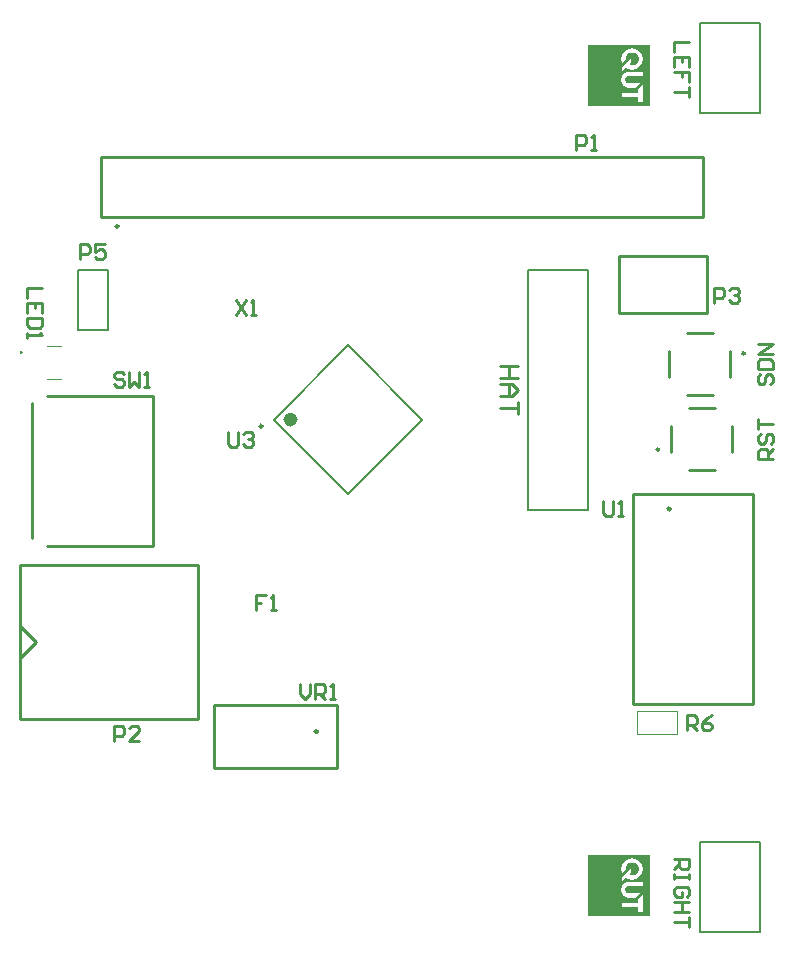
<source format=gto>
G04 Layer_Color=65535*
%FSLAX25Y25*%
%MOIN*%
G70*
G01*
G75*
%ADD17C,0.01000*%
%ADD45C,0.00787*%
%ADD46C,0.00984*%
%ADD47C,0.02362*%
%ADD48C,0.00020*%
%ADD49C,0.00394*%
D17*
X217500Y100236D02*
G03*
X217500Y100236I-500J0D01*
G01*
X213622Y119976D02*
G03*
X213622Y119976I-394J0D01*
G01*
X242165Y152024D02*
G03*
X242165Y152024I-394J0D01*
G01*
X1087Y152445D02*
G03*
X1087Y152445I-110J0D01*
G01*
X33500Y194394D02*
G03*
X33500Y194394I-500J0D01*
G01*
X99900Y26000D02*
G03*
X99900Y26000I-500J0D01*
G01*
X756Y61087D02*
X6000Y55843D01*
X756Y50598D02*
X6000Y55843D01*
X59811Y30252D02*
Y81433D01*
X756D02*
X59811D01*
X756Y30252D02*
Y81433D01*
Y30252D02*
X59811D01*
X205000Y105236D02*
X245000D01*
Y35236D02*
Y105236D01*
X205000Y35236D02*
X245000D01*
X205000D02*
Y105236D01*
X223465Y133756D02*
X232126D01*
X223465Y113284D02*
X232126D01*
X217559Y119189D02*
Y127850D01*
X238032Y119189D02*
Y127850D01*
X222874Y138244D02*
X231535D01*
X222874Y158716D02*
X231535D01*
X237441Y144150D02*
Y152811D01*
X216968Y144150D02*
Y152811D01*
X200276Y165374D02*
X229508D01*
Y184665D01*
X200276D02*
X229508D01*
X200276Y165374D02*
Y184665D01*
X27784Y217394D02*
X228177D01*
X27784Y197394D02*
Y217394D01*
Y197394D02*
X228177D01*
Y217394D01*
X65400Y14000D02*
Y26000D01*
X106400Y28000D02*
Y35000D01*
X65400D02*
X106400D01*
X65400Y26000D02*
Y35000D01*
Y14000D02*
X106400D01*
Y28000D01*
X45000Y88000D02*
Y138000D01*
X9500D02*
X45000D01*
X4500Y90500D02*
Y135500D01*
X9500Y88000D02*
X45000D01*
X72500Y169998D02*
X75832Y165000D01*
Y169998D02*
X72500Y165000D01*
X77498D02*
X79164D01*
X78331D01*
Y169998D01*
X77498Y169165D01*
X70000Y125998D02*
Y121833D01*
X70833Y121000D01*
X72499D01*
X73332Y121833D01*
Y125998D01*
X74998Y125165D02*
X75831Y125998D01*
X77498D01*
X78331Y125165D01*
Y124332D01*
X77498Y123499D01*
X76665D01*
X77498D01*
X78331Y122666D01*
Y121833D01*
X77498Y121000D01*
X75831D01*
X74998Y121833D01*
X7998Y174000D02*
X3000D01*
Y170668D01*
X7998Y165669D02*
Y169002D01*
X3000D01*
Y165669D01*
X5499Y169002D02*
Y167335D01*
X7998Y164003D02*
X3000D01*
Y161504D01*
X3833Y160671D01*
X7165D01*
X7998Y161504D01*
Y164003D01*
X3000Y159005D02*
Y157339D01*
Y158172D01*
X7998D01*
X7165Y159005D01*
X186000Y220000D02*
Y224998D01*
X188499D01*
X189332Y224165D01*
Y222499D01*
X188499Y221666D01*
X186000D01*
X190998Y220000D02*
X192665D01*
X191831D01*
Y224998D01*
X190998Y224165D01*
X247335Y145126D02*
X246502Y144293D01*
Y142627D01*
X247335Y141794D01*
X248168D01*
X249001Y142627D01*
Y144293D01*
X249834Y145126D01*
X250667D01*
X251500Y144293D01*
Y142627D01*
X250667Y141794D01*
X246502Y146792D02*
X251500D01*
Y149291D01*
X250667Y150124D01*
X247335D01*
X246502Y149291D01*
Y146792D01*
X251500Y151790D02*
X246502D01*
X251500Y155123D01*
X246502D01*
X251700Y116894D02*
X246702D01*
Y119393D01*
X247535Y120226D01*
X249201D01*
X250034Y119393D01*
Y116894D01*
Y118560D02*
X251700Y120226D01*
X247535Y125224D02*
X246702Y124391D01*
Y122725D01*
X247535Y121892D01*
X248368D01*
X249201Y122725D01*
Y124391D01*
X250034Y125224D01*
X250867D01*
X251700Y124391D01*
Y122725D01*
X250867Y121892D01*
X246702Y126891D02*
Y130223D01*
Y128557D01*
X251700D01*
X32000Y23000D02*
Y27998D01*
X34499D01*
X35332Y27165D01*
Y25499D01*
X34499Y24666D01*
X32000D01*
X40331Y23000D02*
X36998D01*
X40331Y26332D01*
Y27165D01*
X39498Y27998D01*
X37831D01*
X36998Y27165D01*
X218700Y-16606D02*
X223698D01*
Y-19105D01*
X222865Y-19939D01*
X221199D01*
X220366Y-19105D01*
Y-16606D01*
Y-18272D02*
X218700Y-19939D01*
X223698Y-21605D02*
Y-23271D01*
Y-22438D01*
X218700D01*
Y-21605D01*
Y-23271D01*
X222865Y-29102D02*
X223698Y-28269D01*
Y-26603D01*
X222865Y-25770D01*
X219533D01*
X218700Y-26603D01*
Y-28269D01*
X219533Y-29102D01*
X221199D01*
Y-27436D01*
X223698Y-30768D02*
X218700D01*
X221199D01*
Y-34101D01*
X223698D01*
X218700D01*
X223698Y-35767D02*
Y-39099D01*
Y-37433D01*
X218700D01*
X223698Y255994D02*
X218700D01*
Y252661D01*
X223698Y247663D02*
Y250995D01*
X218700D01*
Y247663D01*
X221199Y250995D02*
Y249329D01*
X223698Y242665D02*
Y245997D01*
X221199D01*
Y244331D01*
Y245997D01*
X218700D01*
X223698Y240999D02*
Y237666D01*
Y239332D01*
X218700D01*
X232000Y169000D02*
Y173998D01*
X234499D01*
X235332Y173165D01*
Y171499D01*
X234499Y170666D01*
X232000D01*
X236998Y173165D02*
X237831Y173998D01*
X239498D01*
X240331Y173165D01*
Y172332D01*
X239498Y171499D01*
X238665D01*
X239498D01*
X240331Y170666D01*
Y169833D01*
X239498Y169000D01*
X237831D01*
X236998Y169833D01*
X166598Y147994D02*
X160600D01*
X163599D01*
Y143995D01*
X166598D01*
X160600D01*
Y141996D02*
X164599D01*
X166598Y139996D01*
X164599Y137997D01*
X160600D01*
X163599D01*
Y141996D01*
X166598Y135998D02*
Y131999D01*
Y133998D01*
X160600D01*
X195000Y102998D02*
Y98833D01*
X195833Y98000D01*
X197499D01*
X198332Y98833D01*
Y102998D01*
X199998Y98000D02*
X201664D01*
X200831D01*
Y102998D01*
X199998Y102165D01*
X222900Y26494D02*
Y31492D01*
X225399D01*
X226232Y30659D01*
Y28993D01*
X225399Y28160D01*
X222900D01*
X224566D02*
X226232Y26494D01*
X231231Y31492D02*
X229564Y30659D01*
X227898Y28993D01*
Y27327D01*
X228731Y26494D01*
X230398D01*
X231231Y27327D01*
Y28160D01*
X230398Y28993D01*
X227898D01*
X82532Y71492D02*
X79200D01*
Y68993D01*
X80866D01*
X79200D01*
Y66494D01*
X84198D02*
X85865D01*
X85031D01*
Y71492D01*
X84198Y70659D01*
X94000Y41998D02*
Y38666D01*
X95666Y37000D01*
X97332Y38666D01*
Y41998D01*
X98998Y37000D02*
Y41998D01*
X101498D01*
X102331Y41165D01*
Y39499D01*
X101498Y38666D01*
X98998D01*
X100664D02*
X102331Y37000D01*
X103997D02*
X105663D01*
X104830D01*
Y41998D01*
X103997Y41165D01*
X20600Y183394D02*
Y188392D01*
X23099D01*
X23932Y187559D01*
Y185893D01*
X23099Y185060D01*
X20600D01*
X28931Y188392D02*
X25598D01*
Y185893D01*
X27264Y186726D01*
X28098D01*
X28931Y185893D01*
Y184227D01*
X28098Y183394D01*
X26431D01*
X25598Y184227D01*
X35332Y145165D02*
X34499Y145998D01*
X32833D01*
X32000Y145165D01*
Y144332D01*
X32833Y143499D01*
X34499D01*
X35332Y142666D01*
Y141833D01*
X34499Y141000D01*
X32833D01*
X32000Y141833D01*
X36998Y145998D02*
Y141000D01*
X38664Y142666D01*
X40331Y141000D01*
Y145998D01*
X41997Y141000D02*
X43663D01*
X42830D01*
Y145998D01*
X41997Y145165D01*
D45*
X30000Y160000D02*
Y180000D01*
X20000D02*
X30000D01*
X20000Y160000D02*
Y180000D01*
Y160000D02*
X30000D01*
X170000Y100000D02*
Y180000D01*
X190000Y100000D02*
Y180000D01*
X170000Y100000D02*
X190000D01*
X170000Y180000D02*
X190000D01*
X227126Y232087D02*
Y251253D01*
Y232087D02*
Y262087D01*
X247126Y232087D02*
Y262087D01*
X227126D02*
X247126D01*
X227126Y232087D02*
X247126D01*
Y-29993D02*
Y-10827D01*
Y-40827D02*
Y-10827D01*
X227126Y-40827D02*
Y-10827D01*
Y-40827D02*
X247126D01*
X227126Y-10827D02*
X247126D01*
X85223Y130000D02*
X110000Y105223D01*
X110000Y154777D02*
X134777Y130000D01*
X85223D02*
X110000Y154777D01*
X110000Y105223D02*
X134777Y130000D01*
D46*
X81470Y127842D02*
G03*
X81470Y127842I-492J0D01*
G01*
D47*
X91972Y130000D02*
G03*
X91972Y130000I-1181J0D01*
G01*
D48*
X190160Y235000D02*
Y255000D01*
X190080Y235000D02*
Y255000D01*
X190280Y235000D02*
Y255000D01*
X190320Y235000D02*
Y255000D01*
X190520Y235000D02*
Y255000D01*
X190680Y235000D02*
Y255000D01*
X190640Y235000D02*
Y255000D01*
X190540Y235000D02*
Y255000D01*
X190660Y235000D02*
Y255000D01*
X190220Y235000D02*
Y255000D01*
X190240Y235000D02*
Y255000D01*
X190120Y235000D02*
Y255000D01*
X190060Y235000D02*
Y255000D01*
X190560Y235000D02*
Y255000D01*
X190300Y235000D02*
Y255000D01*
X190620Y235000D02*
Y255000D01*
X190440Y235000D02*
Y255000D01*
X190140Y235000D02*
Y255000D01*
X190500Y235000D02*
Y255000D01*
X190600Y235000D02*
Y255000D01*
X190580Y235000D02*
Y255000D01*
X190200Y235000D02*
Y255000D01*
X190460Y235000D02*
Y255000D01*
X190340Y235000D02*
Y255000D01*
X190100Y235000D02*
Y255000D01*
X190400Y235000D02*
Y255000D01*
X190380Y235000D02*
Y255000D01*
X190420Y235000D02*
Y255000D01*
X190480Y235000D02*
Y255000D01*
X190260Y235000D02*
Y255000D01*
X190180Y235000D02*
Y255000D01*
X190040Y235000D02*
Y255000D01*
X190360Y235000D02*
Y255000D01*
X201880Y248680D02*
Y249360D01*
Y253020D02*
Y255000D01*
X201900Y235000D02*
Y237380D01*
Y239240D02*
Y240940D01*
X201860Y235000D02*
Y237380D01*
X201840Y248640D02*
Y249320D01*
X201860Y252980D02*
Y255000D01*
Y245820D02*
Y246660D01*
X201840Y252960D02*
Y255000D01*
X201860Y239240D02*
Y240980D01*
X201880Y239240D02*
Y240960D01*
X201840Y239240D02*
Y240980D01*
X201880Y235000D02*
Y237380D01*
X201840Y245800D02*
Y246640D01*
X201860Y248660D02*
Y249340D01*
X201880Y245840D02*
Y246680D01*
X201840Y235000D02*
Y237380D01*
X207640Y241680D02*
Y242300D01*
X207520Y252520D02*
Y255000D01*
X207640Y235000D02*
Y235940D01*
X207520Y246200D02*
Y248140D01*
X207620Y252380D02*
Y255000D01*
X207520Y242420D02*
Y244400D01*
X207620Y246200D02*
Y248280D01*
X207640Y242420D02*
Y244400D01*
X207520Y235000D02*
Y235940D01*
X207640Y246200D02*
Y248320D01*
X207540Y241580D02*
Y242200D01*
X207620Y242420D02*
Y244400D01*
X207640Y252340D02*
Y255000D01*
X207620Y235000D02*
Y235940D01*
X207560Y241600D02*
Y242220D01*
Y235000D02*
Y235940D01*
X207540Y242420D02*
Y244400D01*
X207660Y242420D02*
Y244400D01*
Y235000D02*
Y235940D01*
X207540Y246200D02*
Y248180D01*
Y252500D02*
Y255000D01*
X207660Y241700D02*
Y242320D01*
X207580Y235000D02*
Y235940D01*
Y241620D02*
Y242240D01*
X207540Y235000D02*
Y235940D01*
X207660Y246200D02*
Y248360D01*
X207460Y246200D02*
Y248060D01*
X207480Y246200D02*
Y248100D01*
Y235000D02*
Y235940D01*
X207460Y252600D02*
Y255000D01*
X207560Y252460D02*
Y255000D01*
X207580Y252440D02*
Y255000D01*
X207520Y241560D02*
Y242180D01*
X207500Y252540D02*
Y255000D01*
X207620Y241660D02*
Y242280D01*
X207460Y242420D02*
Y244400D01*
Y241500D02*
Y242120D01*
X207480Y242420D02*
Y244400D01*
X207560Y242420D02*
Y244400D01*
X207580Y242420D02*
Y244400D01*
X207560Y246200D02*
Y248200D01*
X207480Y241520D02*
Y242140D01*
X207580Y246200D02*
Y248220D01*
X207600Y252400D02*
Y255000D01*
X207500Y246200D02*
Y248120D01*
Y241540D02*
Y242160D01*
X207600Y246200D02*
Y248260D01*
Y242420D02*
Y244400D01*
X207500Y235000D02*
Y235940D01*
Y242420D02*
Y244400D01*
X207600Y241640D02*
Y242260D01*
X207480Y252580D02*
Y255000D01*
X207600Y235000D02*
Y235940D01*
X202340Y253380D02*
Y255000D01*
X202080Y245960D02*
Y246880D01*
X202100Y248900D02*
Y249580D01*
X202400Y249160D02*
Y249860D01*
X202080Y235000D02*
Y237380D01*
X202200Y235000D02*
Y237380D01*
X201920Y253060D02*
Y255000D01*
X202360Y235000D02*
Y237380D01*
X202420Y243300D02*
Y243480D01*
X201920Y248740D02*
Y249380D01*
X202420Y235000D02*
Y237380D01*
X202440Y235000D02*
Y237380D01*
X201940Y248760D02*
Y249420D01*
X201980Y245900D02*
Y246780D01*
X201960Y235000D02*
Y237380D01*
Y245880D02*
Y246760D01*
X201940Y245880D02*
Y246740D01*
X201960Y248780D02*
Y249440D01*
X201940Y253080D02*
Y255000D01*
X201960Y253100D02*
Y255000D01*
X201980Y235000D02*
Y237380D01*
X202120Y253220D02*
Y255000D01*
X201960Y239240D02*
Y240900D01*
X202420Y246100D02*
Y247180D01*
X202440Y249200D02*
Y249900D01*
X201920Y235000D02*
Y237380D01*
X202060Y253180D02*
Y255000D01*
X201920Y239240D02*
Y240920D01*
X201900Y253040D02*
Y255000D01*
Y245840D02*
Y246700D01*
X202400Y253420D02*
Y255000D01*
X201900Y248720D02*
Y249380D01*
X202440Y243060D02*
Y243740D01*
X202340Y246080D02*
Y247140D01*
X202080Y239240D02*
Y240860D01*
X202300Y249100D02*
Y249760D01*
X202100Y253220D02*
Y255000D01*
X202120Y248920D02*
Y249600D01*
X202200Y253280D02*
Y255000D01*
X202300Y235000D02*
Y237380D01*
X202260Y239240D02*
Y240780D01*
X202240Y239240D02*
Y240780D01*
X202200Y239240D02*
Y240800D01*
X202280Y246040D02*
Y247080D01*
Y239240D02*
Y240780D01*
X202400Y246100D02*
Y247180D01*
X202100Y245960D02*
Y246900D01*
X202080Y248880D02*
Y249560D01*
X202100Y239240D02*
Y240840D01*
Y235000D02*
Y237380D01*
X202340Y249140D02*
Y249800D01*
X202180Y235000D02*
Y237380D01*
X202040Y245940D02*
Y246840D01*
Y253160D02*
Y255000D01*
X202400Y235000D02*
Y237380D01*
X202020Y253140D02*
Y255000D01*
X202000Y239240D02*
Y240900D01*
X201980Y248780D02*
Y249460D01*
X202000Y245900D02*
Y246800D01*
X201980Y253120D02*
Y255000D01*
X202000Y235000D02*
Y237380D01*
Y248800D02*
Y249480D01*
X202160Y248960D02*
Y249640D01*
X202000Y253120D02*
Y255000D01*
X202140Y239240D02*
Y240840D01*
X202020Y245920D02*
Y246820D01*
Y248820D02*
Y249500D01*
Y239240D02*
Y240880D01*
Y235000D02*
Y237380D01*
X202440Y246100D02*
Y247180D01*
X201940Y239240D02*
Y240920D01*
X201980Y239240D02*
Y240900D01*
X202420Y253440D02*
Y255000D01*
X202440Y239240D02*
Y240720D01*
X201940Y235000D02*
Y237380D01*
X202420Y239240D02*
Y240720D01*
X201920Y245860D02*
Y246720D01*
X202660Y253580D02*
Y255000D01*
X202740Y242500D02*
Y244320D01*
X202660Y249420D02*
Y250980D01*
X202760Y249520D02*
Y251240D01*
X202680Y239240D02*
Y240660D01*
X202880Y242440D02*
Y244380D01*
Y235000D02*
Y237380D01*
X202040Y235000D02*
Y237380D01*
X202260Y249060D02*
Y249720D01*
X202080Y253200D02*
Y255000D01*
X202700Y239240D02*
Y240660D01*
Y246180D02*
Y247040D01*
Y242520D02*
Y244280D01*
X202880Y239240D02*
Y240640D01*
X202680Y253600D02*
Y255000D01*
X202660Y235000D02*
Y237380D01*
X202720Y249480D02*
Y251140D01*
X202680Y235000D02*
Y237380D01*
X202860Y253680D02*
Y255000D01*
X202760Y239240D02*
Y240660D01*
X202860Y242440D02*
Y244380D01*
X202660Y242560D02*
Y244260D01*
X202380Y249160D02*
Y249840D01*
X202040Y239240D02*
Y240880D01*
X202360Y253400D02*
Y255000D01*
X202380Y253420D02*
Y255000D01*
X202120Y235000D02*
Y237380D01*
X202340Y239240D02*
Y240740D01*
X202120Y239240D02*
Y240840D01*
X202140Y253240D02*
Y255000D01*
X202380Y235000D02*
Y237380D01*
X202060Y235000D02*
Y237380D01*
X202360Y239240D02*
Y240740D01*
X202200Y249000D02*
Y249660D01*
X202320Y235000D02*
Y237380D01*
X202220Y253300D02*
Y255000D01*
X202420Y249180D02*
Y249880D01*
X202320Y253380D02*
Y255000D01*
Y246060D02*
Y247120D01*
X202400Y239240D02*
Y240740D01*
X202300Y246060D02*
Y247100D01*
Y253360D02*
Y255000D01*
Y239240D02*
Y240760D01*
X202820Y249560D02*
Y251360D01*
X202180Y239240D02*
Y240820D01*
X202060Y239240D02*
Y240860D01*
X202160Y253260D02*
Y255000D01*
X202220Y246020D02*
Y247020D01*
X202740Y235000D02*
Y237380D01*
X202640Y253580D02*
Y255000D01*
X202860Y239240D02*
Y240640D01*
X202840Y242440D02*
Y244360D01*
X202820Y253660D02*
Y255000D01*
X202720Y242500D02*
Y244300D01*
X202660Y246160D02*
Y247060D01*
X202700Y235000D02*
Y237380D01*
X202740Y239240D02*
Y240660D01*
X202720Y246180D02*
Y247020D01*
Y253620D02*
Y255000D01*
X202660Y239240D02*
Y240660D01*
X202160Y235000D02*
Y237380D01*
X202880Y253700D02*
Y255000D01*
X202640Y249400D02*
Y250920D01*
X202720Y239240D02*
Y240660D01*
X202120Y245980D02*
Y246920D01*
X202820Y239240D02*
Y240640D01*
X202720Y235000D02*
Y237380D01*
X202620Y242600D02*
Y244200D01*
X202320Y249120D02*
Y249780D01*
X202160Y239240D02*
Y240820D01*
X202180Y253280D02*
Y255000D01*
X202360Y249140D02*
Y249820D01*
X202160Y246000D02*
Y246960D01*
X202040Y248840D02*
Y249520D01*
X202360Y246080D02*
Y247160D01*
X202180Y248980D02*
Y249660D01*
X202220Y239240D02*
Y240800D01*
X202200Y246020D02*
Y247000D01*
X202240Y249040D02*
Y249700D01*
X202380Y246080D02*
Y247180D01*
X202240Y246040D02*
Y247040D01*
X202260Y235000D02*
Y237380D01*
X202220Y235000D02*
Y237380D01*
X202240Y253320D02*
Y255000D01*
X202440Y253460D02*
Y255000D01*
X202480Y249240D02*
Y249940D01*
X202460Y235000D02*
Y237380D01*
Y242940D02*
Y243840D01*
Y239240D02*
Y240720D01*
Y246120D02*
Y247180D01*
Y253460D02*
Y255000D01*
Y249220D02*
Y249920D01*
X202480Y239240D02*
Y240700D01*
Y235000D02*
Y237380D01*
Y242880D02*
Y243920D01*
X202500Y242820D02*
Y243980D01*
Y235000D02*
Y237380D01*
X202480Y246120D02*
Y247160D01*
X202540Y242720D02*
Y244080D01*
X202480Y253480D02*
Y255000D01*
X202260Y253340D02*
Y255000D01*
X202500Y239240D02*
Y240700D01*
X202520Y235000D02*
Y237380D01*
X202500Y249260D02*
Y249960D01*
X202520Y249280D02*
Y249960D01*
Y242760D02*
Y244040D01*
Y246140D02*
Y247140D01*
X202540Y239240D02*
Y240700D01*
Y235000D02*
Y237380D01*
Y246140D02*
Y247120D01*
X202600Y250060D02*
Y250740D01*
X202540Y249300D02*
Y249980D01*
X202560Y249320D02*
Y250000D01*
Y235000D02*
Y237380D01*
X202540Y253520D02*
Y255000D01*
X202580Y239240D02*
Y240680D01*
X202560Y239240D02*
Y240680D01*
Y242680D02*
Y244120D01*
Y246140D02*
Y247120D01*
X202620Y239240D02*
Y240680D01*
X202560Y253520D02*
Y255000D01*
X202580Y235000D02*
Y237380D01*
Y246140D02*
Y247100D01*
Y242660D02*
Y244160D01*
X202600Y246160D02*
Y247080D01*
X202580Y250160D02*
Y250600D01*
X202620Y235000D02*
Y237380D01*
X202580Y249340D02*
Y250020D01*
X202620Y246160D02*
Y247080D01*
X202640Y246160D02*
Y247060D01*
X202180Y246000D02*
Y246980D01*
X202700Y253600D02*
Y255000D01*
X202600Y253540D02*
Y255000D01*
X202340Y235000D02*
Y237380D01*
X202140Y245980D02*
Y246940D01*
Y248940D02*
Y249620D01*
X202060Y245940D02*
Y246860D01*
Y248860D02*
Y249540D01*
X202140Y235000D02*
Y237380D01*
X202500Y253480D02*
Y255000D01*
X202380Y239240D02*
Y240740D01*
X202240Y235000D02*
Y237380D01*
X202280Y249080D02*
Y249740D01*
X202500Y246120D02*
Y247140D01*
X202520Y239240D02*
Y240700D01*
Y253500D02*
Y255000D01*
X202620Y249380D02*
Y250840D01*
Y253560D02*
Y255000D01*
X202640Y235000D02*
Y237380D01*
X202900Y235000D02*
Y237380D01*
X202280Y235000D02*
Y237380D01*
X202320Y239240D02*
Y240760D01*
X202600Y242620D02*
Y244180D01*
Y235000D02*
Y237380D01*
X202740Y253620D02*
Y255000D01*
X202580Y253540D02*
Y255000D01*
X202600Y239240D02*
Y240680D01*
X202280Y253340D02*
Y255000D01*
X202740Y249500D02*
Y251200D01*
X202600Y249360D02*
Y250040D01*
X202260Y246040D02*
Y247060D01*
X202640Y242580D02*
Y244240D01*
X202740Y246180D02*
Y247020D01*
X202220Y249020D02*
Y249680D01*
X202640Y239240D02*
Y240660D01*
X202780Y246180D02*
Y247000D01*
Y242480D02*
Y244340D01*
Y249520D02*
Y251280D01*
X202760Y235000D02*
Y237380D01*
X202840Y246200D02*
Y246960D01*
X202680Y242540D02*
Y244280D01*
X202800Y235000D02*
Y237380D01*
X202820Y246180D02*
Y246980D01*
X202680Y246180D02*
Y247040D01*
X202800Y246180D02*
Y246980D01*
X202840Y235000D02*
Y237380D01*
Y239240D02*
Y240640D01*
X202800Y253660D02*
Y255000D01*
Y249540D02*
Y251320D01*
X202760Y246180D02*
Y247000D01*
X202780Y235000D02*
Y237380D01*
X202800Y239240D02*
Y240640D01*
X202820Y235000D02*
Y237380D01*
X202800Y242460D02*
Y244340D01*
X202780Y253640D02*
Y255000D01*
X202860Y235000D02*
Y237380D01*
X202840Y249580D02*
Y251380D01*
Y253680D02*
Y255000D01*
X202760Y253640D02*
Y255000D01*
X202780Y239240D02*
Y240640D01*
X202880Y246200D02*
Y246940D01*
X202820Y242460D02*
Y244360D01*
X202860Y246200D02*
Y246960D01*
Y249600D02*
Y251420D01*
X202700Y249460D02*
Y251100D01*
X202880Y249620D02*
Y251460D01*
X202680Y249440D02*
Y251040D01*
X202760Y242480D02*
Y244320D01*
X205820Y246200D02*
Y246840D01*
X205900Y239240D02*
Y240680D01*
X205880Y253800D02*
Y255000D01*
X205820Y239240D02*
Y240640D01*
X205960Y249020D02*
Y251740D01*
X205860Y235000D02*
Y237380D01*
X205920Y242420D02*
Y244400D01*
X205940Y235000D02*
Y237380D01*
X205800Y248880D02*
Y251900D01*
X205920Y246200D02*
Y246880D01*
X205840Y246200D02*
Y246860D01*
X205920Y248980D02*
Y251780D01*
X205880Y246200D02*
Y246860D01*
X205940Y239240D02*
Y240700D01*
X205960Y253760D02*
Y255000D01*
X205820Y248900D02*
Y251880D01*
X205900Y242420D02*
Y244400D01*
X205880Y242420D02*
Y244400D01*
X205860Y248940D02*
Y251840D01*
X205940Y242420D02*
Y244400D01*
X205860Y253800D02*
Y255000D01*
X205840Y253800D02*
Y255000D01*
Y235000D02*
Y237380D01*
X205860Y246200D02*
Y246860D01*
X205960Y239240D02*
Y240720D01*
X205920Y235000D02*
Y237380D01*
X205800Y253820D02*
Y255000D01*
X205820Y242420D02*
Y244400D01*
X205900Y246200D02*
Y246880D01*
X205840Y242420D02*
Y244400D01*
X205960Y242420D02*
Y244400D01*
X205940Y246200D02*
Y246900D01*
X205800Y246200D02*
Y246840D01*
X205940Y249000D02*
Y251760D01*
X205900Y235000D02*
Y237380D01*
X205820Y253820D02*
Y255000D01*
X205980Y235000D02*
Y237380D01*
X205900Y253780D02*
Y255000D01*
X205840Y248920D02*
Y251860D01*
X205880Y235000D02*
Y237380D01*
Y248940D02*
Y251820D01*
X205860Y242420D02*
Y244400D01*
X205960Y235000D02*
Y237380D01*
X205940Y253760D02*
Y255000D01*
X205920Y253780D02*
Y255000D01*
X205960Y246200D02*
Y246900D01*
X205860Y239240D02*
Y240640D01*
X205880Y239240D02*
Y240660D01*
X205840Y239240D02*
Y240640D01*
X205820Y235000D02*
Y237380D01*
X205920Y239240D02*
Y240700D01*
X205900Y248960D02*
Y251800D01*
X194600Y235000D02*
Y255000D01*
X194820Y235000D02*
Y255000D01*
X194300Y235000D02*
Y255000D01*
X194780Y235000D02*
Y255000D01*
X194580Y235000D02*
Y255000D01*
X194560Y235000D02*
Y255000D01*
X194760Y235000D02*
Y255000D01*
X194800Y235000D02*
Y255000D01*
X194340Y235000D02*
Y255000D01*
X194160Y235000D02*
Y255000D01*
X194680Y235000D02*
Y255000D01*
X194860Y235000D02*
Y255000D01*
X199420Y235000D02*
Y255000D01*
X194400Y235000D02*
Y255000D01*
X194880Y235000D02*
Y255000D01*
X194620Y235000D02*
Y255000D01*
X194460Y235000D02*
Y255000D01*
X194720Y235000D02*
Y255000D01*
X194900Y235000D02*
Y255000D01*
X194380Y235000D02*
Y255000D01*
X198660Y235000D02*
Y255000D01*
X194840Y235000D02*
Y255000D01*
X194660Y235000D02*
Y255000D01*
X194360Y235000D02*
Y255000D01*
X194640Y235000D02*
Y255000D01*
X194520Y235000D02*
Y255000D01*
X194920Y235000D02*
Y255000D01*
X198200Y235000D02*
Y255000D01*
X194260Y235000D02*
Y255000D01*
X194740Y235000D02*
Y255000D01*
X194700Y235000D02*
Y255000D01*
X194480Y235000D02*
Y255000D01*
X194500Y235000D02*
Y255000D01*
X194420Y235000D02*
Y255000D01*
X194280Y235000D02*
Y255000D01*
X194440Y235000D02*
Y255000D01*
X194540Y235000D02*
Y255000D01*
X194000Y235000D02*
Y255000D01*
X198940Y235000D02*
Y255000D01*
X199520Y235000D02*
Y255000D01*
X193980Y235000D02*
Y255000D01*
X195060Y235000D02*
Y255000D01*
X198040Y235000D02*
Y255000D01*
X198620Y235000D02*
Y255000D01*
X194100Y235000D02*
Y255000D01*
X199720Y235000D02*
Y255000D01*
X199220Y235000D02*
Y255000D01*
X199940Y235000D02*
Y255000D01*
X199800Y235000D02*
Y255000D01*
X199740Y235000D02*
Y255000D01*
X199900Y235000D02*
Y255000D01*
X199280Y235000D02*
Y255000D01*
X198860Y235000D02*
Y255000D01*
X199960Y235000D02*
Y255000D01*
X199920Y235000D02*
Y255000D01*
X198920Y235000D02*
Y255000D01*
X199560Y235000D02*
Y255000D01*
X198820Y235000D02*
Y255000D01*
X199320Y235000D02*
Y255000D01*
X199840Y235000D02*
Y255000D01*
X194020Y235000D02*
Y255000D01*
X194120Y235000D02*
Y255000D01*
X199440Y235000D02*
Y255000D01*
X199180Y235000D02*
Y255000D01*
X199300Y235000D02*
Y255000D01*
X199980Y235000D02*
Y255000D01*
X198800Y235000D02*
Y255000D01*
X199340Y235000D02*
Y255000D01*
X199540Y235000D02*
Y255000D01*
X198700Y235000D02*
Y255000D01*
X198760Y235000D02*
Y255000D01*
X194140Y235000D02*
Y255000D01*
X199680Y235000D02*
Y255000D01*
X199380Y235000D02*
Y255000D01*
X199860Y235000D02*
Y255000D01*
X198380Y235000D02*
Y255000D01*
X198460Y235000D02*
Y255000D01*
X198420Y235000D02*
Y255000D01*
X198440Y235000D02*
Y255000D01*
X198480Y235000D02*
Y255000D01*
X198500Y235000D02*
Y255000D01*
X198520Y235000D02*
Y255000D01*
X198540Y235000D02*
Y255000D01*
X198400Y235000D02*
Y255000D01*
X198560Y235000D02*
Y255000D01*
X198580Y235000D02*
Y255000D01*
X199580Y235000D02*
Y255000D01*
X198600Y235000D02*
Y255000D01*
X195000Y235000D02*
Y255000D01*
X195240Y235000D02*
Y255000D01*
X199760Y235000D02*
Y255000D01*
X199820Y235000D02*
Y255000D01*
X194320Y235000D02*
Y255000D01*
X199600Y235000D02*
Y255000D01*
X199780Y235000D02*
Y255000D01*
X199880Y235000D02*
Y255000D01*
X194180Y235000D02*
Y255000D01*
X198780Y235000D02*
Y255000D01*
X199200Y235000D02*
Y255000D01*
X194200Y235000D02*
Y255000D01*
X199400Y235000D02*
Y255000D01*
X195020Y235000D02*
Y255000D01*
X198640Y235000D02*
Y255000D01*
X195040Y235000D02*
Y255000D01*
X194240Y235000D02*
Y255000D01*
X194980Y235000D02*
Y255000D01*
X198980Y235000D02*
Y255000D01*
X199660Y235000D02*
Y255000D01*
X195260Y235000D02*
Y255000D01*
X199640Y235000D02*
Y255000D01*
X194960Y235000D02*
Y255000D01*
X195220Y235000D02*
Y255000D01*
X195300Y235000D02*
Y255000D01*
X194060Y235000D02*
Y255000D01*
X194080Y235000D02*
Y255000D01*
X195320Y235000D02*
Y255000D01*
X195280Y235000D02*
Y255000D01*
X195340Y235000D02*
Y255000D01*
X199260Y235000D02*
Y255000D01*
X198680Y235000D02*
Y255000D01*
X199360Y235000D02*
Y255000D01*
X199240Y235000D02*
Y255000D01*
X198960Y235000D02*
Y255000D01*
X198900Y235000D02*
Y255000D01*
X198840Y235000D02*
Y255000D01*
X199080Y235000D02*
Y255000D01*
X199000Y235000D02*
Y255000D01*
X199620Y235000D02*
Y255000D01*
X199020Y235000D02*
Y255000D01*
X199040Y235000D02*
Y255000D01*
X199100Y235000D02*
Y255000D01*
X199060Y235000D02*
Y255000D01*
X199480Y235000D02*
Y255000D01*
X199700Y235000D02*
Y255000D01*
X199500Y235000D02*
Y255000D01*
X199160Y235000D02*
Y255000D01*
X194040Y235000D02*
Y255000D01*
X199140Y235000D02*
Y255000D01*
X199120Y235000D02*
Y255000D01*
X198720Y235000D02*
Y255000D01*
X198880Y235000D02*
Y255000D01*
X199460Y235000D02*
Y255000D01*
X195200Y235000D02*
Y255000D01*
X194220Y235000D02*
Y255000D01*
X196800Y235000D02*
Y255000D01*
X195460Y235000D02*
Y255000D01*
X196900Y235000D02*
Y255000D01*
X196820Y235000D02*
Y255000D01*
X196840Y235000D02*
Y255000D01*
X196860Y235000D02*
Y255000D01*
X196880Y235000D02*
Y255000D01*
X196920Y235000D02*
Y255000D01*
X196940Y235000D02*
Y255000D01*
X196960Y235000D02*
Y255000D01*
X197000Y235000D02*
Y255000D01*
X196980Y235000D02*
Y255000D01*
X197100Y235000D02*
Y255000D01*
X197020Y235000D02*
Y255000D01*
X197040Y235000D02*
Y255000D01*
X195780Y235000D02*
Y255000D01*
X197080Y235000D02*
Y255000D01*
X197060Y235000D02*
Y255000D01*
X197220Y235000D02*
Y255000D01*
X197120Y235000D02*
Y255000D01*
X197160Y235000D02*
Y255000D01*
X197140Y235000D02*
Y255000D01*
X197180Y235000D02*
Y255000D01*
X197240Y235000D02*
Y255000D01*
X197200Y235000D02*
Y255000D01*
X195800Y235000D02*
Y255000D01*
X198740Y235000D02*
Y255000D01*
X195960Y235000D02*
Y255000D01*
X195440Y235000D02*
Y255000D01*
X195820Y235000D02*
Y255000D01*
X195860Y235000D02*
Y255000D01*
X195840Y235000D02*
Y255000D01*
X195400Y235000D02*
Y255000D01*
X195880Y235000D02*
Y255000D01*
X195900Y235000D02*
Y255000D01*
X196000Y235000D02*
Y255000D01*
X195940Y235000D02*
Y255000D01*
X195920Y235000D02*
Y255000D01*
X195980Y235000D02*
Y255000D01*
X196040Y235000D02*
Y255000D01*
X196020Y235000D02*
Y255000D01*
X196060Y235000D02*
Y255000D01*
X197280Y235000D02*
Y255000D01*
X196080Y235000D02*
Y255000D01*
X195380Y235000D02*
Y255000D01*
X195180Y235000D02*
Y255000D01*
X195160Y235000D02*
Y255000D01*
X195100Y235000D02*
Y255000D01*
X195120Y235000D02*
Y255000D01*
X195140Y235000D02*
Y255000D01*
X195360Y235000D02*
Y255000D01*
X196740Y235000D02*
Y255000D01*
X196760Y235000D02*
Y255000D01*
X196720Y235000D02*
Y255000D01*
X197340Y235000D02*
Y255000D01*
X195520Y235000D02*
Y255000D01*
X195540Y235000D02*
Y255000D01*
X197300Y235000D02*
Y255000D01*
X197260Y235000D02*
Y255000D01*
X196120Y235000D02*
Y255000D01*
X195760Y235000D02*
Y255000D01*
X196100Y235000D02*
Y255000D01*
X195500Y235000D02*
Y255000D01*
X198340Y235000D02*
Y255000D01*
X195600Y235000D02*
Y255000D01*
X195560Y235000D02*
Y255000D01*
X195720Y235000D02*
Y255000D01*
X195580Y235000D02*
Y255000D01*
X195620Y235000D02*
Y255000D01*
X195640Y235000D02*
Y255000D01*
X196700Y235000D02*
Y255000D01*
X195660Y235000D02*
Y255000D01*
X195700Y235000D02*
Y255000D01*
X195480Y235000D02*
Y255000D01*
X198360Y235000D02*
Y255000D01*
X197460Y235000D02*
Y255000D01*
X195680Y235000D02*
Y255000D01*
X195740Y235000D02*
Y255000D01*
X196200Y235000D02*
Y255000D01*
X196280Y235000D02*
Y255000D01*
X195420Y235000D02*
Y255000D01*
X196140Y235000D02*
Y255000D01*
X196160Y235000D02*
Y255000D01*
X196180Y235000D02*
Y255000D01*
X196220Y235000D02*
Y255000D01*
X196260Y235000D02*
Y255000D01*
X196240Y235000D02*
Y255000D01*
X196560Y235000D02*
Y255000D01*
X196300Y235000D02*
Y255000D01*
X196340Y235000D02*
Y255000D01*
X196320Y235000D02*
Y255000D01*
X196400Y235000D02*
Y255000D01*
X196360Y235000D02*
Y255000D01*
X196380Y235000D02*
Y255000D01*
X196540Y235000D02*
Y255000D01*
X196440Y235000D02*
Y255000D01*
X196420Y235000D02*
Y255000D01*
X196460Y235000D02*
Y255000D01*
X196500Y235000D02*
Y255000D01*
X196520Y235000D02*
Y255000D01*
X196480Y235000D02*
Y255000D01*
X196580Y235000D02*
Y255000D01*
X194940Y235000D02*
Y255000D01*
X196680Y235000D02*
Y255000D01*
X196620Y235000D02*
Y255000D01*
X196600Y235000D02*
Y255000D01*
X196640Y235000D02*
Y255000D01*
X196660Y235000D02*
Y255000D01*
X196780Y235000D02*
Y255000D01*
X197320Y235000D02*
Y255000D01*
X197360Y235000D02*
Y255000D01*
X195080Y235000D02*
Y255000D01*
X197400Y235000D02*
Y255000D01*
X197380Y235000D02*
Y255000D01*
X197760Y235000D02*
Y255000D01*
X198320Y235000D02*
Y255000D01*
X198260Y235000D02*
Y255000D01*
X198080Y235000D02*
Y255000D01*
X198220Y235000D02*
Y255000D01*
X198240Y235000D02*
Y255000D01*
X198300Y235000D02*
Y255000D01*
X198100Y235000D02*
Y255000D01*
X198280Y235000D02*
Y255000D01*
X198120Y235000D02*
Y255000D01*
X197780Y235000D02*
Y255000D01*
X198140Y235000D02*
Y255000D01*
X198160Y235000D02*
Y255000D01*
X198180Y235000D02*
Y255000D01*
X198060Y235000D02*
Y255000D01*
X197840Y235000D02*
Y255000D01*
X198020Y235000D02*
Y255000D01*
X198000Y235000D02*
Y255000D01*
X197920Y235000D02*
Y255000D01*
X197940Y235000D02*
Y255000D01*
X197960Y235000D02*
Y255000D01*
X197980Y235000D02*
Y255000D01*
X197900Y235000D02*
Y255000D01*
X197700Y235000D02*
Y255000D01*
X197860Y235000D02*
Y255000D01*
X197820Y235000D02*
Y255000D01*
X197720Y235000D02*
Y255000D01*
X197880Y235000D02*
Y255000D01*
X197800Y235000D02*
Y255000D01*
X197580Y235000D02*
Y255000D01*
X197740Y235000D02*
Y255000D01*
X197480Y235000D02*
Y255000D01*
X197600Y235000D02*
Y255000D01*
X197520Y235000D02*
Y255000D01*
X197680Y235000D02*
Y255000D01*
X197660Y235000D02*
Y255000D01*
X197620Y235000D02*
Y255000D01*
X197640Y235000D02*
Y255000D01*
X197540Y235000D02*
Y255000D01*
X197560Y235000D02*
Y255000D01*
X197440Y235000D02*
Y255000D01*
X197420Y235000D02*
Y255000D01*
X197500Y235000D02*
Y255000D01*
X200960Y244660D02*
Y245800D01*
Y247820D02*
Y248960D01*
X201000Y244760D02*
Y245820D01*
X200960Y251700D02*
Y255000D01*
Y235000D02*
Y237380D01*
X200980Y235000D02*
Y237380D01*
Y239240D02*
Y242060D01*
Y247840D02*
Y248920D01*
X201000Y239240D02*
Y242000D01*
X200980Y244720D02*
Y245820D01*
Y251740D02*
Y255000D01*
X201000Y247860D02*
Y248880D01*
X201020Y244820D02*
Y245840D01*
X201000Y251800D02*
Y255000D01*
X201020Y235000D02*
Y237380D01*
Y239240D02*
Y241960D01*
X201000Y235000D02*
Y237380D01*
X201040Y235000D02*
Y237380D01*
X201020Y247880D02*
Y248840D01*
Y251840D02*
Y255000D01*
X200940Y251660D02*
Y255000D01*
X201040Y239240D02*
Y241920D01*
Y244860D02*
Y245860D01*
X201060Y235000D02*
Y237380D01*
X201500Y235000D02*
Y237380D01*
X201360Y248180D02*
Y248900D01*
X201060Y244900D02*
Y245880D01*
X201280Y235000D02*
Y237380D01*
X201400Y239240D02*
Y241380D01*
X201420Y235000D02*
Y237380D01*
X201400Y245420D02*
Y246220D01*
Y252480D02*
Y255000D01*
Y248220D02*
Y248940D01*
Y235000D02*
Y237380D01*
X201380Y252460D02*
Y255000D01*
Y248200D02*
Y248920D01*
Y239240D02*
Y241400D01*
Y245380D02*
Y246200D01*
X201340Y252400D02*
Y255000D01*
X201380Y235000D02*
Y237380D01*
X201360Y235000D02*
Y237380D01*
Y252440D02*
Y255000D01*
Y239240D02*
Y241420D01*
X201440Y235000D02*
Y237380D01*
X201280Y245260D02*
Y246100D01*
Y248100D02*
Y248820D01*
X201260Y252280D02*
Y255000D01*
X201280Y239240D02*
Y241520D01*
X201260Y245240D02*
Y246080D01*
Y248080D02*
Y248800D01*
Y239240D02*
Y241540D01*
Y235000D02*
Y237380D01*
X201240Y252240D02*
Y255000D01*
Y248060D02*
Y248800D01*
Y245200D02*
Y246060D01*
Y239240D02*
Y241580D01*
Y235000D02*
Y237380D01*
X201220Y235000D02*
Y237380D01*
Y252220D02*
Y255000D01*
X201180Y235000D02*
Y237380D01*
X201220Y248040D02*
Y248780D01*
Y245180D02*
Y246040D01*
Y239240D02*
Y241600D01*
X201200Y248020D02*
Y248760D01*
Y252180D02*
Y255000D01*
Y239240D02*
Y241640D01*
Y245140D02*
Y246020D01*
Y235000D02*
Y237380D01*
X201180Y252160D02*
Y255000D01*
Y245100D02*
Y246000D01*
Y248000D02*
Y248740D01*
X201160Y252120D02*
Y255000D01*
X201180Y239240D02*
Y241660D01*
X201160Y245080D02*
Y245980D01*
Y248000D02*
Y248720D01*
Y239240D02*
Y241700D01*
Y235000D02*
Y237380D01*
X201140Y252080D02*
Y255000D01*
Y247980D02*
Y248700D01*
Y245040D02*
Y245960D01*
Y239240D02*
Y241720D01*
Y235000D02*
Y237380D01*
X201100Y235000D02*
Y237380D01*
X201120Y252040D02*
Y255000D01*
Y247980D02*
Y248680D01*
Y245000D02*
Y245940D01*
Y239240D02*
Y241760D01*
Y235000D02*
Y237380D01*
X201100Y252000D02*
Y255000D01*
Y247960D02*
Y248700D01*
Y244980D02*
Y245920D01*
Y239240D02*
Y241800D01*
X201080Y251960D02*
Y255000D01*
Y247940D02*
Y248720D01*
Y244940D02*
Y245900D01*
Y239240D02*
Y241840D01*
Y235000D02*
Y237380D01*
X201060Y251920D02*
Y255000D01*
X201040Y247900D02*
Y248800D01*
X201060Y247920D02*
Y248760D01*
X201420Y239240D02*
Y241360D01*
X201340Y248160D02*
Y248880D01*
X201360Y245360D02*
Y246180D01*
X201340Y245340D02*
Y246160D01*
X201420Y245440D02*
Y246240D01*
X201340Y239240D02*
Y241440D01*
X200940Y235000D02*
Y237380D01*
X201340Y235000D02*
Y237380D01*
X201040Y251880D02*
Y255000D01*
X201320Y252380D02*
Y255000D01*
Y248140D02*
Y248860D01*
Y239240D02*
Y241460D01*
Y245320D02*
Y246140D01*
Y235000D02*
Y237380D01*
X201300Y235000D02*
Y237380D01*
Y252340D02*
Y255000D01*
X201280Y252320D02*
Y255000D01*
X201300Y248120D02*
Y248840D01*
Y245280D02*
Y246120D01*
Y239240D02*
Y241500D01*
X201060Y239240D02*
Y241880D01*
X201420Y248240D02*
Y248960D01*
X201440Y239240D02*
Y241320D01*
X201480Y252600D02*
Y255000D01*
Y248300D02*
Y249000D01*
Y245500D02*
Y246300D01*
Y239240D02*
Y241280D01*
Y235000D02*
Y237380D01*
X201460Y252560D02*
Y255000D01*
Y248280D02*
Y248980D01*
Y245480D02*
Y246280D01*
Y239240D02*
Y241300D01*
Y235000D02*
Y237380D01*
X201440Y252540D02*
Y255000D01*
Y248260D02*
Y248980D01*
Y245460D02*
Y246260D01*
X201420Y252520D02*
Y255000D01*
X201600Y239240D02*
Y241180D01*
X200200Y235000D02*
Y255000D01*
X200960Y239240D02*
Y242080D01*
X201500Y252620D02*
Y255000D01*
X200940Y239240D02*
Y242140D01*
Y244620D02*
Y245780D01*
X201540Y245560D02*
Y246360D01*
X201560Y235000D02*
Y237380D01*
X201540Y248360D02*
Y249060D01*
X201560Y245580D02*
Y246380D01*
Y239240D02*
Y241200D01*
X201720Y239240D02*
Y241080D01*
X200920Y247780D02*
Y249060D01*
X201540Y252660D02*
Y255000D01*
X201700Y252820D02*
Y255000D01*
X201560Y248380D02*
Y249080D01*
X201540Y235000D02*
Y237380D01*
X200020Y235000D02*
Y255000D01*
X201540Y239240D02*
Y241220D01*
X201560Y252680D02*
Y255000D01*
X201700Y248500D02*
Y249180D01*
X201660Y239240D02*
Y241120D01*
X201820Y248620D02*
Y249300D01*
Y235000D02*
Y237380D01*
X201760Y239240D02*
Y241040D01*
X201580Y248380D02*
Y249100D01*
X201640Y235000D02*
Y237380D01*
X201680Y252800D02*
Y255000D01*
X201780Y248580D02*
Y249260D01*
Y239240D02*
Y241040D01*
Y245740D02*
Y246580D01*
Y235000D02*
Y237380D01*
X201820Y245780D02*
Y246620D01*
X201740Y248540D02*
Y249220D01*
X201820Y239240D02*
Y241000D01*
X201620Y235000D02*
Y237380D01*
X201600Y248400D02*
Y249120D01*
X201620Y239240D02*
Y241160D01*
X201740Y245720D02*
Y246540D01*
X201760Y235000D02*
Y237380D01*
X201740Y252860D02*
Y255000D01*
X201780Y252900D02*
Y255000D01*
X201600Y252720D02*
Y255000D01*
X201680Y245680D02*
Y246500D01*
Y235000D02*
Y237380D01*
X201520Y245540D02*
Y246340D01*
X201800Y252920D02*
Y255000D01*
X201680Y248480D02*
Y249160D01*
X201620Y252740D02*
Y255000D01*
X200440Y235000D02*
Y255000D01*
X201500Y245520D02*
Y246320D01*
X200040Y235000D02*
Y255000D01*
X200500Y235000D02*
Y255000D01*
X201680Y239240D02*
Y241100D01*
X201700Y235000D02*
Y237380D01*
X201660Y245660D02*
Y246480D01*
Y248460D02*
Y249160D01*
X201520Y239240D02*
Y241240D01*
X200940Y247800D02*
Y249000D01*
X201520Y235000D02*
Y237380D01*
X201580Y252720D02*
Y255000D01*
Y239240D02*
Y241180D01*
X201640Y252760D02*
Y255000D01*
X201580Y235000D02*
Y237380D01*
X201500Y248320D02*
Y249020D01*
X201520Y252640D02*
Y255000D01*
X201720Y248520D02*
Y249200D01*
X201580Y245600D02*
Y246400D01*
X201760Y252880D02*
Y255000D01*
X201700Y239240D02*
Y241080D01*
X201800Y239240D02*
Y241020D01*
X201760Y248560D02*
Y249240D01*
Y245740D02*
Y246560D01*
X201660Y252780D02*
Y255000D01*
X201500Y239240D02*
Y241260D01*
X201720Y252840D02*
Y255000D01*
X201520Y248340D02*
Y249040D01*
X201720Y245700D02*
Y246520D01*
Y235000D02*
Y237380D01*
X201640Y239240D02*
Y241140D01*
X201740Y235000D02*
Y237380D01*
X201620Y245640D02*
Y246440D01*
Y248420D02*
Y249120D01*
X201640Y245660D02*
Y246460D01*
X201800Y248600D02*
Y249280D01*
Y245760D02*
Y246600D01*
Y235000D02*
Y237380D01*
X201640Y248440D02*
Y249140D01*
X200180Y235000D02*
Y255000D01*
X200120Y235000D02*
Y255000D01*
X200140Y235000D02*
Y255000D01*
X200100Y235000D02*
Y255000D01*
X200160Y235000D02*
Y255000D01*
X200600Y235000D02*
Y255000D01*
X200580Y235000D02*
Y255000D01*
X200560Y235000D02*
Y255000D01*
X200540Y235000D02*
Y255000D01*
X200520Y235000D02*
Y255000D01*
X200220Y235000D02*
Y255000D01*
X200260Y235000D02*
Y255000D01*
X200240Y235000D02*
Y255000D01*
X201740Y239240D02*
Y241060D01*
X200000Y235000D02*
Y255000D01*
X201700Y245680D02*
Y246520D01*
X201600Y245620D02*
Y246420D01*
X201660Y235000D02*
Y237380D01*
X200080Y235000D02*
Y255000D01*
X200340Y235000D02*
Y255000D01*
X200420Y235000D02*
Y255000D01*
X200920Y251600D02*
Y255000D01*
X201820Y252940D02*
Y255000D01*
X201600Y235000D02*
Y237380D01*
X200320Y235000D02*
Y255000D01*
X200460Y235000D02*
Y255000D01*
X200280Y235000D02*
Y255000D01*
X200700Y235000D02*
Y250120D01*
X200680Y235000D02*
Y255000D01*
X200720Y235000D02*
Y249900D01*
Y250820D02*
Y255000D01*
X200640Y235000D02*
Y255000D01*
X200740Y243620D02*
Y249760D01*
X200700Y250640D02*
Y255000D01*
X200620Y235000D02*
Y255000D01*
X200740Y235000D02*
Y243120D01*
X200660Y235000D02*
Y255000D01*
X200480Y235000D02*
Y255000D01*
X200300Y235000D02*
Y255000D01*
X200740Y250960D02*
Y255000D01*
X200060Y235000D02*
Y255000D01*
X200860Y244380D02*
Y245700D01*
Y239240D02*
Y242380D01*
X200760Y243860D02*
Y249640D01*
X200860Y235000D02*
Y237380D01*
X200760Y235000D02*
Y242900D01*
X200840Y244300D02*
Y245680D01*
X200820Y235000D02*
Y242540D01*
X200800Y235000D02*
Y242640D01*
X200820Y244220D02*
Y249360D01*
X200800Y251240D02*
Y255000D01*
Y244120D02*
Y249440D01*
X200840Y235000D02*
Y242460D01*
X200400Y235000D02*
Y255000D01*
X200360Y235000D02*
Y255000D01*
X200780Y251160D02*
Y255000D01*
X200760Y251060D02*
Y255000D01*
X200820Y251320D02*
Y255000D01*
X200780Y235000D02*
Y242760D01*
X200380Y235000D02*
Y255000D01*
X200780Y244000D02*
Y249540D01*
X200900Y247760D02*
Y249120D01*
X200840Y247700D02*
Y249280D01*
X200860Y247720D02*
Y249220D01*
X200920Y244560D02*
Y245760D01*
Y235000D02*
Y237380D01*
X200900Y244500D02*
Y245740D01*
X200840Y251380D02*
Y255000D01*
X200880Y239240D02*
Y242300D01*
Y235000D02*
Y237380D01*
X200860Y251440D02*
Y255000D01*
X200920Y239240D02*
Y242180D01*
X200900Y251540D02*
Y255000D01*
X200880Y247740D02*
Y249160D01*
Y251520D02*
Y255000D01*
X200900Y239240D02*
Y242240D01*
X200880Y244460D02*
Y245720D01*
X200900Y235000D02*
Y237380D01*
X205660Y248780D02*
Y252000D01*
Y253860D02*
Y255000D01*
Y235000D02*
Y237380D01*
X205640Y253860D02*
Y255000D01*
X205660Y242420D02*
Y244400D01*
Y246200D02*
Y246780D01*
Y239240D02*
Y240640D01*
X205640Y248760D02*
Y252000D01*
Y246200D02*
Y246780D01*
Y239240D02*
Y240640D01*
Y242420D02*
Y244400D01*
Y235000D02*
Y237380D01*
X205620Y253880D02*
Y255000D01*
X205600Y253880D02*
Y255000D01*
X205620Y248740D02*
Y252020D01*
Y246200D02*
Y246780D01*
Y242420D02*
Y244400D01*
Y239240D02*
Y240640D01*
Y235000D02*
Y237380D01*
X205600Y239240D02*
Y240640D01*
Y248740D02*
Y252040D01*
Y235000D02*
Y237380D01*
Y246200D02*
Y246780D01*
Y242420D02*
Y244400D01*
X205040Y239240D02*
Y240640D01*
X205580Y235000D02*
Y237380D01*
Y248720D02*
Y252040D01*
Y253880D02*
Y255000D01*
Y246200D02*
Y246780D01*
Y242420D02*
Y244400D01*
X205040Y235000D02*
Y237380D01*
X205580Y239240D02*
Y240640D01*
X205560Y253900D02*
Y255000D01*
Y246200D02*
Y246760D01*
Y248700D02*
Y252060D01*
Y242420D02*
Y244400D01*
Y239240D02*
Y240640D01*
Y235000D02*
Y237380D01*
X205540Y253900D02*
Y255000D01*
X204920Y235000D02*
Y237380D01*
X204880Y242420D02*
Y244400D01*
Y246200D02*
Y246620D01*
X205540Y242420D02*
Y244400D01*
X204840Y254040D02*
Y255000D01*
X204900Y246200D02*
Y246620D01*
X205420Y248620D02*
Y252140D01*
Y253940D02*
Y255000D01*
X205440Y246200D02*
Y246740D01*
Y235000D02*
Y237380D01*
Y239240D02*
Y240640D01*
Y253920D02*
Y255000D01*
X205400Y253940D02*
Y255000D01*
X205440Y242420D02*
Y244400D01*
Y248640D02*
Y252120D01*
X205400Y248600D02*
Y252160D01*
X204980Y239240D02*
Y240640D01*
X205540Y246200D02*
Y246760D01*
Y239240D02*
Y240640D01*
X205400Y239240D02*
Y240640D01*
X205460Y235000D02*
Y237380D01*
X205500Y239240D02*
Y240640D01*
X204980Y242420D02*
Y244400D01*
X205420Y235000D02*
Y237380D01*
X205000Y235000D02*
Y237380D01*
X205420Y239240D02*
Y240640D01*
Y246200D02*
Y246720D01*
X205460Y239240D02*
Y240640D01*
X205420Y242420D02*
Y244400D01*
X205500Y235000D02*
Y237380D01*
X205020Y242420D02*
Y244400D01*
X204980Y254020D02*
Y255000D01*
Y246200D02*
Y246640D01*
Y248460D02*
Y252300D01*
X205020Y246200D02*
Y246640D01*
Y239240D02*
Y240640D01*
X205520Y239240D02*
Y240640D01*
X205020Y235000D02*
Y237380D01*
X205000Y254020D02*
Y255000D01*
Y248460D02*
Y252280D01*
Y246200D02*
Y246640D01*
X205500Y246200D02*
Y246760D01*
X205480Y246200D02*
Y246740D01*
X205520Y242420D02*
Y244400D01*
X205500Y248680D02*
Y252100D01*
X205520Y248680D02*
Y252080D01*
Y235000D02*
Y237380D01*
Y253900D02*
Y255000D01*
Y246200D02*
Y246760D01*
X205540Y235000D02*
Y237380D01*
X205500Y242420D02*
Y244400D01*
X205480Y253920D02*
Y255000D01*
X205000Y239240D02*
Y240640D01*
Y242420D02*
Y244400D01*
X205500Y253900D02*
Y255000D01*
X205480Y242420D02*
Y244400D01*
Y235000D02*
Y237380D01*
X205460Y246200D02*
Y246740D01*
X205480Y248660D02*
Y252100D01*
Y239240D02*
Y240640D01*
X205400Y242420D02*
Y244400D01*
X205380Y248600D02*
Y252160D01*
X205460Y242420D02*
Y244400D01*
Y248640D02*
Y252120D01*
Y253920D02*
Y255000D01*
X205400Y246200D02*
Y246720D01*
X205380Y246200D02*
Y246720D01*
Y242420D02*
Y244400D01*
Y253940D02*
Y255000D01*
X205400Y235000D02*
Y237380D01*
X205040Y242420D02*
Y244400D01*
Y248480D02*
Y252280D01*
X205240Y246200D02*
Y246680D01*
X205040Y246200D02*
Y246640D01*
X205060Y239240D02*
Y240640D01*
X205040Y254000D02*
Y255000D01*
X205060Y235000D02*
Y237380D01*
Y248480D02*
Y252280D01*
X205080Y239240D02*
Y240640D01*
X205060Y242420D02*
Y244400D01*
X205080Y246200D02*
Y246660D01*
X205060Y254000D02*
Y255000D01*
Y246200D02*
Y246660D01*
X205080Y235000D02*
Y237380D01*
Y248480D02*
Y252260D01*
Y242420D02*
Y244400D01*
X205100Y254000D02*
Y255000D01*
X205080Y254000D02*
Y255000D01*
X205100Y239240D02*
Y240640D01*
Y235000D02*
Y237380D01*
X204880Y248440D02*
Y252320D01*
X205100Y242420D02*
Y244400D01*
Y248500D02*
Y252260D01*
Y246200D02*
Y246660D01*
X205120Y248500D02*
Y252260D01*
Y235000D02*
Y237380D01*
Y242420D02*
Y244400D01*
Y239240D02*
Y240640D01*
Y254000D02*
Y255000D01*
Y246200D02*
Y246660D01*
X205220Y235000D02*
Y237380D01*
X205140Y235000D02*
Y237380D01*
Y242420D02*
Y244400D01*
Y239240D02*
Y240640D01*
Y254000D02*
Y255000D01*
Y246200D02*
Y246660D01*
X205220Y239240D02*
Y240640D01*
X205140Y248500D02*
Y252260D01*
X205160Y235000D02*
Y237380D01*
Y239240D02*
Y240640D01*
Y242420D02*
Y244400D01*
X205380Y235000D02*
Y237380D01*
X205160Y246200D02*
Y246660D01*
X205180Y242420D02*
Y244400D01*
X205160Y248520D02*
Y252240D01*
Y253980D02*
Y255000D01*
X205180Y235000D02*
Y237380D01*
X205200Y246200D02*
Y246680D01*
X205180Y239240D02*
Y240640D01*
Y246200D02*
Y246680D01*
Y248520D02*
Y252240D01*
Y253980D02*
Y255000D01*
X205200Y239240D02*
Y240640D01*
Y242420D02*
Y244400D01*
Y248520D02*
Y252240D01*
Y235000D02*
Y237380D01*
Y253980D02*
Y255000D01*
X205240Y239240D02*
Y240640D01*
X205220Y242420D02*
Y244400D01*
Y246200D02*
Y246680D01*
Y248540D02*
Y252220D01*
X205240Y235000D02*
Y237380D01*
X205220Y253980D02*
Y255000D01*
X205260Y246200D02*
Y246700D01*
Y239240D02*
Y240640D01*
X205240Y248540D02*
Y252220D01*
Y253980D02*
Y255000D01*
Y242420D02*
Y244400D01*
X205260Y235000D02*
Y237380D01*
X205280Y235000D02*
Y237380D01*
X205260Y242420D02*
Y244400D01*
X205280Y239240D02*
Y240640D01*
X205260Y248540D02*
Y252220D01*
X205280Y242420D02*
Y244400D01*
X205260Y253960D02*
Y255000D01*
X205300Y239240D02*
Y240640D01*
X205280Y246200D02*
Y246700D01*
Y248560D02*
Y252200D01*
Y253960D02*
Y255000D01*
X205300Y235000D02*
Y237380D01*
Y242420D02*
Y244400D01*
Y246200D02*
Y246700D01*
Y248560D02*
Y252200D01*
X205340Y239240D02*
Y240640D01*
X205320Y242420D02*
Y244400D01*
X205300Y253960D02*
Y255000D01*
X205320Y235000D02*
Y237380D01*
Y246200D02*
Y246700D01*
Y239240D02*
Y240640D01*
X205340Y242420D02*
Y244400D01*
X205320Y253960D02*
Y255000D01*
X205360Y253940D02*
Y255000D01*
X204880Y235000D02*
Y237380D01*
X204860Y242420D02*
Y244400D01*
X204900Y254020D02*
Y255000D01*
X204880Y239240D02*
Y240640D01*
X204840Y246200D02*
Y246620D01*
X205720Y242420D02*
Y244400D01*
Y239240D02*
Y240640D01*
Y235000D02*
Y237380D01*
X205020Y254020D02*
Y255000D01*
X205700Y253860D02*
Y255000D01*
X205020Y248480D02*
Y252280D01*
X205700Y248800D02*
Y251960D01*
Y246200D02*
Y246800D01*
Y235000D02*
Y237380D01*
Y242420D02*
Y244400D01*
Y239240D02*
Y240640D01*
X205680Y248780D02*
Y251980D01*
Y253860D02*
Y255000D01*
X205360Y248580D02*
Y252180D01*
X205680Y246200D02*
Y246800D01*
Y242420D02*
Y244400D01*
Y239240D02*
Y240640D01*
Y235000D02*
Y237380D01*
X205360Y246200D02*
Y246720D01*
Y242420D02*
Y244400D01*
Y239240D02*
Y240640D01*
Y235000D02*
Y237380D01*
X205340Y253960D02*
Y255000D01*
Y246200D02*
Y246700D01*
Y248580D02*
Y252180D01*
X205380Y239240D02*
Y240640D01*
X205340Y235000D02*
Y237380D01*
X205320Y248580D02*
Y252180D01*
X204960Y254020D02*
Y255000D01*
Y246200D02*
Y246640D01*
Y248460D02*
Y252300D01*
X204860Y235000D02*
Y237380D01*
X204960Y242420D02*
Y244400D01*
Y239240D02*
Y240640D01*
Y235000D02*
Y237380D01*
X204940Y254020D02*
Y255000D01*
Y248460D02*
Y252300D01*
Y246200D02*
Y246640D01*
X204920Y254020D02*
Y255000D01*
X204940Y242420D02*
Y244400D01*
Y235000D02*
Y237380D01*
Y239240D02*
Y240640D01*
X204920Y246200D02*
Y246640D01*
Y248460D02*
Y252300D01*
X205540Y248700D02*
Y252060D01*
X204920Y242420D02*
Y244400D01*
Y239240D02*
Y240640D01*
X204980Y235000D02*
Y237380D01*
X204880Y254020D02*
Y255000D01*
X204900Y248440D02*
Y252300D01*
X204840Y242420D02*
Y244400D01*
X204860Y239240D02*
Y240640D01*
X204900Y235000D02*
Y237380D01*
X204840Y248440D02*
Y252320D01*
X204860Y246200D02*
Y246620D01*
Y254040D02*
Y255000D01*
X204900Y242420D02*
Y244400D01*
Y239240D02*
Y240640D01*
X204860Y248440D02*
Y252320D01*
X204240Y239240D02*
Y240640D01*
Y248440D02*
Y248980D01*
Y242420D02*
Y244400D01*
Y246200D02*
Y246600D01*
Y235000D02*
Y237380D01*
Y250920D02*
Y252320D01*
X204260Y235000D02*
Y237380D01*
Y242420D02*
Y244400D01*
Y239240D02*
Y240640D01*
X204220Y250900D02*
Y252320D01*
X204260Y246200D02*
Y246600D01*
X204240Y254040D02*
Y255000D01*
X204260Y248440D02*
Y249000D01*
X204280Y242420D02*
Y244400D01*
X204260Y250960D02*
Y252320D01*
Y254040D02*
Y255000D01*
X204280Y235000D02*
Y237380D01*
Y239240D02*
Y240640D01*
Y250980D02*
Y252320D01*
Y246200D02*
Y246600D01*
Y254040D02*
Y255000D01*
Y248440D02*
Y249020D01*
X204300Y235000D02*
Y237380D01*
Y242420D02*
Y244400D01*
Y248440D02*
Y249040D01*
Y246200D02*
Y246600D01*
Y251000D02*
Y252320D01*
Y239240D02*
Y240640D01*
X204320Y235000D02*
Y237380D01*
Y239240D02*
Y240640D01*
X204660Y239240D02*
Y240640D01*
X204320Y242420D02*
Y244400D01*
Y246200D02*
Y246600D01*
X204660Y235000D02*
Y237380D01*
X204220Y248440D02*
Y248960D01*
Y254040D02*
Y255000D01*
X204520Y242420D02*
Y244400D01*
X204500Y248420D02*
Y252340D01*
X204560Y242420D02*
Y244400D01*
X204520Y246200D02*
Y246600D01*
Y248420D02*
Y252340D01*
X204540Y239240D02*
Y240640D01*
X204520Y254040D02*
Y255000D01*
X204540Y248420D02*
Y252340D01*
Y242420D02*
Y244400D01*
X204560Y239240D02*
Y240640D01*
Y235000D02*
Y237380D01*
X204540Y246200D02*
Y246600D01*
Y254040D02*
Y255000D01*
X204560Y246200D02*
Y246600D01*
X204600Y235000D02*
Y237380D01*
X204580Y235000D02*
Y237380D01*
Y239240D02*
Y240640D01*
X204560Y254040D02*
Y255000D01*
X204580Y246200D02*
Y246600D01*
Y242420D02*
Y244400D01*
Y248420D02*
Y252340D01*
X204560Y248420D02*
Y252340D01*
X204580Y254040D02*
Y255000D01*
X204600Y239240D02*
Y240640D01*
Y246200D02*
Y246600D01*
Y242420D02*
Y244400D01*
Y248420D02*
Y252340D01*
Y254040D02*
Y255000D01*
X204620Y235000D02*
Y237380D01*
Y239240D02*
Y240640D01*
Y242420D02*
Y244400D01*
Y246200D02*
Y246600D01*
Y248420D02*
Y252340D01*
Y254040D02*
Y255000D01*
X204540Y235000D02*
Y237380D01*
X204640Y254040D02*
Y255000D01*
Y235000D02*
Y237380D01*
X203900Y242420D02*
Y244400D01*
X204640Y239240D02*
Y240640D01*
X204440Y235000D02*
Y237380D01*
X204640Y242420D02*
Y244400D01*
Y246200D02*
Y246600D01*
Y248420D02*
Y252340D01*
X203940Y239240D02*
Y240640D01*
X203920Y235000D02*
Y237380D01*
X203940Y235000D02*
Y237380D01*
X203920Y254000D02*
Y255000D01*
Y250620D02*
Y252240D01*
Y248520D02*
Y248660D01*
Y242420D02*
Y244400D01*
Y239240D02*
Y240640D01*
Y246200D02*
Y246640D01*
X204440Y239240D02*
Y240640D01*
Y242420D02*
Y244400D01*
X203900Y254000D02*
Y255000D01*
X204440Y248420D02*
Y252340D01*
Y246200D02*
Y246600D01*
Y254040D02*
Y255000D01*
X204460Y235000D02*
Y237380D01*
Y239240D02*
Y240640D01*
Y242420D02*
Y244400D01*
Y246200D02*
Y246600D01*
Y248420D02*
Y252340D01*
Y254040D02*
Y255000D01*
X204480Y239240D02*
Y240640D01*
X203940Y250640D02*
Y252260D01*
X204480Y242420D02*
Y244400D01*
Y248420D02*
Y252340D01*
X204080Y248480D02*
Y248820D01*
Y250760D02*
Y252300D01*
X204160Y248460D02*
Y248900D01*
Y242420D02*
Y244400D01*
Y246200D02*
Y246600D01*
Y239240D02*
Y240640D01*
Y235000D02*
Y237380D01*
X204140Y254020D02*
Y255000D01*
Y250820D02*
Y252300D01*
Y248460D02*
Y248880D01*
Y242420D02*
Y244400D01*
Y246200D02*
Y246620D01*
Y239240D02*
Y240640D01*
X204120Y254020D02*
Y255000D01*
X204180Y235000D02*
Y237380D01*
X204080Y246200D02*
Y246620D01*
X204060Y254020D02*
Y255000D01*
X204080Y242420D02*
Y244400D01*
Y235000D02*
Y237380D01*
Y239240D02*
Y240640D01*
X204040Y246200D02*
Y246620D01*
X204060Y250740D02*
Y252280D01*
Y248480D02*
Y248800D01*
Y246200D02*
Y246620D01*
Y242420D02*
Y244400D01*
Y239240D02*
Y240640D01*
X204040Y248480D02*
Y248780D01*
X204060Y235000D02*
Y237380D01*
X204040Y250720D02*
Y252280D01*
Y254020D02*
Y255000D01*
Y239240D02*
Y240640D01*
X204680Y242420D02*
Y244400D01*
X204660Y242420D02*
Y244400D01*
X204020Y254020D02*
Y255000D01*
X204040Y235000D02*
Y237380D01*
X204020Y250700D02*
Y252280D01*
Y246200D02*
Y246620D01*
Y248480D02*
Y248760D01*
X204000Y239240D02*
Y240640D01*
X204020Y239240D02*
Y240640D01*
Y242420D02*
Y244400D01*
Y235000D02*
Y237380D01*
X204000Y254020D02*
Y255000D01*
Y250680D02*
Y252280D01*
Y248500D02*
Y248740D01*
Y246200D02*
Y246620D01*
Y235000D02*
Y237380D01*
Y242420D02*
Y244400D01*
X203980Y254000D02*
Y255000D01*
Y248500D02*
Y248720D01*
Y250660D02*
Y252260D01*
Y246200D02*
Y246620D01*
Y242420D02*
Y244400D01*
Y239240D02*
Y240640D01*
Y235000D02*
Y237380D01*
X203960Y254000D02*
Y255000D01*
Y250660D02*
Y252260D01*
Y246200D02*
Y246640D01*
Y248500D02*
Y248700D01*
Y242420D02*
Y244400D01*
Y239240D02*
Y240640D01*
Y235000D02*
Y237380D01*
X203940Y248520D02*
Y248680D01*
Y254000D02*
Y255000D01*
X203900Y248520D02*
Y248640D01*
X203940Y246200D02*
Y246640D01*
Y242420D02*
Y244400D01*
X203900Y250600D02*
Y252240D01*
X204500Y242420D02*
Y244400D01*
Y239240D02*
Y240640D01*
Y235000D02*
Y237380D01*
X204480Y254040D02*
Y255000D01*
X204140Y235000D02*
Y237380D01*
X204120Y248460D02*
Y248860D01*
Y250800D02*
Y252300D01*
X204180Y239240D02*
Y240640D01*
X204120Y246200D02*
Y246620D01*
Y242420D02*
Y244400D01*
X204100Y248460D02*
Y248840D01*
X204120Y239240D02*
Y240640D01*
Y235000D02*
Y237380D01*
X204100Y254020D02*
Y255000D01*
Y250780D02*
Y252300D01*
Y246200D02*
Y246620D01*
X204040Y242420D02*
Y244400D01*
X204100Y242420D02*
Y244400D01*
Y235000D02*
Y237380D01*
Y239240D02*
Y240640D01*
X204080Y254020D02*
Y255000D01*
X203900Y246200D02*
Y246640D01*
X204480Y246200D02*
Y246600D01*
X204180Y242420D02*
Y244400D01*
X204480Y235000D02*
Y237380D01*
X204180Y248460D02*
Y248920D01*
Y246200D02*
Y246600D01*
Y250860D02*
Y252320D01*
X204200Y235000D02*
Y237380D01*
X204220Y242420D02*
Y244400D01*
Y239240D02*
Y240640D01*
Y235000D02*
Y237380D01*
X204200Y250880D02*
Y252320D01*
Y254040D02*
Y255000D01*
Y248440D02*
Y248940D01*
Y246200D02*
Y246600D01*
Y242420D02*
Y244400D01*
Y239240D02*
Y240640D01*
X204180Y254040D02*
Y255000D01*
X204160Y250840D02*
Y252300D01*
Y254040D02*
Y255000D01*
X204220Y246200D02*
Y246600D01*
X204500Y254040D02*
Y255000D01*
X204520Y235000D02*
Y237380D01*
X204680Y239240D02*
Y240640D01*
X204520Y239240D02*
Y240640D01*
X204400Y235000D02*
Y237380D01*
X204420Y246200D02*
Y246600D01*
Y242420D02*
Y244400D01*
X204340Y235000D02*
Y237380D01*
Y239240D02*
Y240640D01*
X204380Y242420D02*
Y244400D01*
X204360Y246200D02*
Y246600D01*
Y248420D02*
Y249100D01*
X204820Y235000D02*
Y237380D01*
X204360Y254040D02*
Y255000D01*
Y235000D02*
Y237380D01*
X204320Y251020D02*
Y252340D01*
X204360Y242420D02*
Y244400D01*
X204820Y239240D02*
Y240640D01*
X204340Y254040D02*
Y255000D01*
X204380Y235000D02*
Y237380D01*
X204800Y254040D02*
Y255000D01*
X204380Y239240D02*
Y240640D01*
X204360Y239240D02*
Y240640D01*
X204800Y242420D02*
Y244400D01*
X204760Y254040D02*
Y255000D01*
X204780Y246200D02*
Y246620D01*
Y239240D02*
Y240640D01*
X204380Y254040D02*
Y255000D01*
X204780Y235000D02*
Y237380D01*
X204800Y239240D02*
Y240640D01*
X204780Y248440D02*
Y252320D01*
X204360Y251040D02*
Y252340D01*
X204380Y251060D02*
Y252340D01*
X204740Y239240D02*
Y240640D01*
Y254040D02*
Y255000D01*
Y235000D02*
Y237380D01*
X204720Y239240D02*
Y240640D01*
X204760Y246200D02*
Y246620D01*
Y239240D02*
Y240640D01*
X204740Y246200D02*
Y246620D01*
X204760Y248440D02*
Y252340D01*
X204780Y242420D02*
Y244400D01*
X204760Y242420D02*
Y244400D01*
X204680Y246200D02*
Y246600D01*
X204760Y235000D02*
Y237380D01*
X204740Y248420D02*
Y252340D01*
X204720Y242420D02*
Y244400D01*
X204800Y235000D02*
Y237380D01*
X204780Y254040D02*
Y255000D01*
X204720Y248420D02*
Y252340D01*
Y246200D02*
Y246620D01*
X204820Y248440D02*
Y252320D01*
X204400Y239240D02*
Y240640D01*
X204700Y254040D02*
Y255000D01*
X204380Y248420D02*
Y249120D01*
X204800Y246200D02*
Y246620D01*
X204420Y254040D02*
Y255000D01*
X204720Y254040D02*
Y255000D01*
X204320Y248440D02*
Y249060D01*
X204680Y235000D02*
Y237380D01*
X204300Y254040D02*
Y255000D01*
X204820Y246200D02*
Y246620D01*
X204660Y254040D02*
Y255000D01*
Y248420D02*
Y252340D01*
X204420Y235000D02*
Y237380D01*
Y248420D02*
Y252340D01*
X204820Y254040D02*
Y255000D01*
X204320Y254040D02*
Y255000D01*
X204660Y246200D02*
Y246600D01*
X204400Y254040D02*
Y255000D01*
X204700Y248420D02*
Y252340D01*
X204340Y246200D02*
Y246600D01*
X204380Y246200D02*
Y246600D01*
X204800Y248440D02*
Y252320D01*
X204820Y242420D02*
Y244400D01*
X204400Y248420D02*
Y252340D01*
X204700Y242420D02*
Y244400D01*
X204680Y254040D02*
Y255000D01*
X204500Y246200D02*
Y246600D01*
X204700Y239240D02*
Y240640D01*
X204420Y239240D02*
Y240640D01*
X204700Y235000D02*
Y237380D01*
X204340Y242420D02*
Y244400D01*
X204400Y242420D02*
Y244400D01*
X204340Y251040D02*
Y252340D01*
Y248440D02*
Y249080D01*
X204400Y246200D02*
Y246600D01*
X204700Y246200D02*
Y246600D01*
X204720Y235000D02*
Y237380D01*
X204680Y248420D02*
Y252340D01*
X204740Y242420D02*
Y244400D01*
X203680Y250380D02*
Y252160D01*
X203780Y242420D02*
Y244400D01*
X203760Y242420D02*
Y244400D01*
Y239240D02*
Y240640D01*
Y235000D02*
Y237380D01*
X203740Y239240D02*
Y240640D01*
Y235000D02*
Y237380D01*
Y253960D02*
Y255000D01*
Y250440D02*
Y252180D01*
Y246200D02*
Y246680D01*
Y242420D02*
Y244400D01*
X203720Y253960D02*
Y255000D01*
Y250420D02*
Y252160D01*
Y235000D02*
Y237380D01*
X203780Y235000D02*
Y237380D01*
X203700Y250400D02*
Y252160D01*
X203680Y253960D02*
Y255000D01*
X203700Y246200D02*
Y246680D01*
X203860Y248540D02*
Y248620D01*
X203820Y250520D02*
Y252220D01*
X203840Y235000D02*
Y237380D01*
X203700Y242420D02*
Y244400D01*
Y239240D02*
Y240640D01*
Y235000D02*
Y237380D01*
X203900Y239240D02*
Y240640D01*
X203860Y246200D02*
Y246660D01*
X203900Y235000D02*
Y237380D01*
X203880Y254000D02*
Y255000D01*
X203860Y253980D02*
Y255000D01*
X203880Y235000D02*
Y237380D01*
Y250580D02*
Y252240D01*
Y248540D02*
Y248620D01*
Y242420D02*
Y244400D01*
Y246200D02*
Y246640D01*
X202900Y239240D02*
Y240640D01*
X203880Y239240D02*
Y240640D01*
X203300Y235000D02*
Y237380D01*
X203280Y250020D02*
Y251900D01*
Y253860D02*
Y255000D01*
Y242420D02*
Y244400D01*
Y246200D02*
Y246780D01*
Y239240D02*
Y240640D01*
X203260Y246200D02*
Y246780D01*
Y250000D02*
Y251880D01*
Y235000D02*
Y237380D01*
Y239240D02*
Y240640D01*
X203240Y253840D02*
Y255000D01*
Y249980D02*
Y251860D01*
X203220Y249960D02*
Y251840D01*
X203240Y246200D02*
Y246800D01*
Y239240D02*
Y240640D01*
Y242420D02*
Y244400D01*
Y235000D02*
Y237380D01*
X203220Y253840D02*
Y255000D01*
Y246200D02*
Y246800D01*
Y239240D02*
Y240640D01*
Y235000D02*
Y237380D01*
X203200Y253840D02*
Y255000D01*
Y249940D02*
Y251840D01*
X203220Y242420D02*
Y244400D01*
X203180Y239240D02*
Y240640D01*
X203160Y253820D02*
Y255000D01*
X203180Y235000D02*
Y237380D01*
X203140Y253820D02*
Y255000D01*
X203180Y246200D02*
Y246820D01*
X203320Y250060D02*
Y251940D01*
X203180Y242420D02*
Y244400D01*
X203320Y242420D02*
Y244400D01*
Y235000D02*
Y237380D01*
Y246200D02*
Y246780D01*
Y239240D02*
Y240640D01*
X203300Y253860D02*
Y255000D01*
X203720Y239240D02*
Y240640D01*
Y246200D02*
Y246680D01*
X203700Y253960D02*
Y255000D01*
X203720Y242420D02*
Y244400D01*
X203760Y253980D02*
Y255000D01*
Y250460D02*
Y252180D01*
X203780Y246200D02*
Y246660D01*
X203300Y246200D02*
Y246780D01*
X202980Y235000D02*
Y237380D01*
X203120Y239240D02*
Y240640D01*
X203020Y242420D02*
Y244400D01*
X202940Y253720D02*
Y255000D01*
X203020Y253760D02*
Y255000D01*
X203040Y235000D02*
Y237380D01*
X203120Y235000D02*
Y237380D01*
X203000Y246200D02*
Y246900D01*
X203780Y239240D02*
Y240640D01*
X203300Y250040D02*
Y251920D01*
X203020Y235000D02*
Y237380D01*
X202980Y253740D02*
Y255000D01*
Y249720D02*
Y251580D01*
Y246200D02*
Y246900D01*
X203020Y249760D02*
Y251620D01*
X202960Y239240D02*
Y240640D01*
Y242420D02*
Y244400D01*
X203180Y253820D02*
Y255000D01*
X203800Y235000D02*
Y237380D01*
Y239240D02*
Y240640D01*
X203780Y250480D02*
Y252200D01*
Y253980D02*
Y255000D01*
X203820Y253980D02*
Y255000D01*
Y246200D02*
Y246660D01*
Y242420D02*
Y244400D01*
Y235000D02*
Y237380D01*
Y239240D02*
Y240640D01*
X203840Y242420D02*
Y244400D01*
X203800Y250500D02*
Y252200D01*
X203160Y242420D02*
Y244400D01*
X203200Y239240D02*
Y240640D01*
X203280Y235000D02*
Y237380D01*
X203360Y235000D02*
Y237380D01*
X203260Y253860D02*
Y255000D01*
X203160Y246200D02*
Y246820D01*
X203260Y242420D02*
Y244400D01*
X203160Y249900D02*
Y251800D01*
X203300Y239240D02*
Y240640D01*
Y242420D02*
Y244400D01*
X203160Y239240D02*
Y240640D01*
X203800Y246200D02*
Y246660D01*
Y242420D02*
Y244400D01*
Y253980D02*
Y255000D01*
X203200Y235000D02*
Y237380D01*
X203060Y235000D02*
Y237380D01*
X203180Y249920D02*
Y251820D01*
X203200Y246200D02*
Y246820D01*
X203040Y249780D02*
Y251640D01*
X203360Y239240D02*
Y240640D01*
X203040Y253760D02*
Y255000D01*
X203160Y235000D02*
Y237380D01*
X203040Y246200D02*
Y246880D01*
X203200Y242420D02*
Y244400D01*
X203360Y242420D02*
Y244400D01*
X203120Y249880D02*
Y251760D01*
X203000Y235000D02*
Y237380D01*
Y242420D02*
Y244400D01*
Y239240D02*
Y240640D01*
X202940Y246200D02*
Y246920D01*
Y242420D02*
Y244380D01*
Y249680D02*
Y251520D01*
X203020Y239240D02*
Y240640D01*
X203840Y246200D02*
Y246660D01*
Y239240D02*
Y240640D01*
Y253980D02*
Y255000D01*
Y250540D02*
Y252220D01*
X203860Y235000D02*
Y237380D01*
Y239240D02*
Y240640D01*
Y242420D02*
Y244400D01*
Y250560D02*
Y252220D01*
X203760Y246200D02*
Y246680D01*
X203560Y239240D02*
Y240640D01*
X203680Y242420D02*
Y244400D01*
X203580Y246200D02*
Y246720D01*
Y235000D02*
Y237380D01*
X203560Y253920D02*
Y255000D01*
X203580Y239240D02*
Y240640D01*
Y250300D02*
Y252100D01*
Y242420D02*
Y244400D01*
X203560Y250280D02*
Y252100D01*
X203600Y239240D02*
Y240640D01*
X203580Y253940D02*
Y255000D01*
X203600Y242420D02*
Y244400D01*
Y250320D02*
Y252120D01*
Y246200D02*
Y246700D01*
Y253940D02*
Y255000D01*
X203620Y242420D02*
Y244400D01*
Y239240D02*
Y240640D01*
X203560Y235000D02*
Y237380D01*
X203620Y235000D02*
Y237380D01*
Y250340D02*
Y252120D01*
Y246200D02*
Y246700D01*
Y253940D02*
Y255000D01*
X203640Y246200D02*
Y246700D01*
Y235000D02*
Y237380D01*
Y242420D02*
Y244400D01*
Y239240D02*
Y240640D01*
Y250340D02*
Y252140D01*
Y253940D02*
Y255000D01*
X203660Y239240D02*
Y240640D01*
Y246200D02*
Y246700D01*
Y242420D02*
Y244400D01*
Y250360D02*
Y252140D01*
Y235000D02*
Y237380D01*
Y253940D02*
Y255000D01*
X203680Y235000D02*
Y237380D01*
X203560Y246200D02*
Y246720D01*
X203680Y239240D02*
Y240640D01*
X203540Y253920D02*
Y255000D01*
X203600Y235000D02*
Y237380D01*
X203560Y242420D02*
Y244400D01*
X203540Y250280D02*
Y252080D01*
X203420Y239240D02*
Y240640D01*
Y242420D02*
Y244400D01*
X203540Y239240D02*
Y240640D01*
X203440Y235000D02*
Y237380D01*
X203420Y253880D02*
Y255000D01*
Y250160D02*
Y252000D01*
X203520Y250260D02*
Y252060D01*
X203420Y246200D02*
Y246760D01*
X203540Y235000D02*
Y237380D01*
X202900Y242440D02*
Y244380D01*
X203520Y253920D02*
Y255000D01*
X203680Y246200D02*
Y246680D01*
X203540Y246200D02*
Y246720D01*
X203400Y253880D02*
Y255000D01*
X203420Y235000D02*
Y237380D01*
X203400Y246200D02*
Y246760D01*
Y242420D02*
Y244400D01*
Y239240D02*
Y240640D01*
X203380Y253880D02*
Y255000D01*
X203400Y235000D02*
Y237380D01*
X203380Y250120D02*
Y251980D01*
X203360Y253860D02*
Y255000D01*
X203380Y246200D02*
Y246760D01*
X203360Y250100D02*
Y251960D01*
X203380Y242420D02*
Y244400D01*
Y239240D02*
Y240640D01*
Y235000D02*
Y237380D01*
X203460Y235000D02*
Y237380D01*
X203360Y246200D02*
Y246780D01*
X203540Y242420D02*
Y244400D01*
X203440Y253900D02*
Y255000D01*
Y250180D02*
Y252020D01*
X203460Y250200D02*
Y252020D01*
X203480Y235000D02*
Y237380D01*
X203440Y246200D02*
Y246760D01*
X203460Y239240D02*
Y240640D01*
X203440Y242420D02*
Y244400D01*
X203480Y250220D02*
Y252040D01*
X203460Y253900D02*
Y255000D01*
X203480Y239240D02*
Y240640D01*
Y242420D02*
Y244400D01*
Y246200D02*
Y246740D01*
Y253900D02*
Y255000D01*
X203500Y235000D02*
Y237380D01*
Y239240D02*
Y240640D01*
Y242420D02*
Y244400D01*
Y246200D02*
Y246740D01*
X203460Y246200D02*
Y246740D01*
Y242420D02*
Y244400D01*
X203520Y235000D02*
Y237380D01*
Y239240D02*
Y240640D01*
X203500Y253900D02*
Y255000D01*
X203520Y242420D02*
Y244400D01*
X203500Y250240D02*
Y252060D01*
X203440Y239240D02*
Y240640D01*
X203400Y250140D02*
Y251980D01*
X203320Y253860D02*
Y255000D01*
X203520Y246200D02*
Y246720D01*
X203340Y250080D02*
Y251940D01*
Y235000D02*
Y237380D01*
X202960Y246200D02*
Y246920D01*
X203340Y242420D02*
Y244400D01*
Y246200D02*
Y246780D01*
Y239240D02*
Y240640D01*
Y253860D02*
Y255000D01*
X202960Y249700D02*
Y251540D01*
X202980Y239240D02*
Y240640D01*
X203000Y253740D02*
Y255000D01*
X202940Y235000D02*
Y237380D01*
X202960Y253720D02*
Y255000D01*
X202940Y239240D02*
Y240640D01*
X202920Y235000D02*
Y237380D01*
X203060Y246200D02*
Y246880D01*
Y239240D02*
Y240640D01*
X203120Y253800D02*
Y255000D01*
X202960Y235000D02*
Y237380D01*
X203100Y253800D02*
Y255000D01*
X203140Y246200D02*
Y246840D01*
X203080Y253780D02*
Y255000D01*
X202920Y239240D02*
Y240640D01*
X203100Y235000D02*
Y237380D01*
Y239240D02*
Y240640D01*
X202920Y242420D02*
Y244380D01*
X203080Y235000D02*
Y237380D01*
X203040Y242420D02*
Y244400D01*
X202980Y242420D02*
Y244400D01*
X203120Y246200D02*
Y246840D01*
X203060Y249800D02*
Y251660D01*
X203040Y239240D02*
Y240640D01*
X202920Y246200D02*
Y246940D01*
X203100Y242420D02*
Y244400D01*
X203140Y242420D02*
Y244400D01*
X203000Y249740D02*
Y251600D01*
X203140Y239240D02*
Y240640D01*
X203060Y253780D02*
Y255000D01*
X203080Y249840D02*
Y251700D01*
X202900Y246200D02*
Y246940D01*
X203080Y239240D02*
Y240640D01*
Y242420D02*
Y244400D01*
X203120Y242420D02*
Y244400D01*
X203140Y249900D02*
Y251780D01*
X203080Y246200D02*
Y246860D01*
X202900Y249640D02*
Y251480D01*
X203020Y246200D02*
Y246880D01*
X202920Y249660D02*
Y251500D01*
Y253720D02*
Y255000D01*
X203100Y249860D02*
Y251720D01*
X203060Y242420D02*
Y244400D01*
X203100Y246200D02*
Y246840D01*
X203140Y235000D02*
Y237380D01*
X202900Y253700D02*
Y255000D01*
X207820Y252040D02*
Y255000D01*
X207680Y241720D02*
Y242340D01*
X207660Y252320D02*
Y255000D01*
X207680Y235000D02*
Y235940D01*
X208040Y235000D02*
Y235940D01*
X208020Y251540D02*
Y255000D01*
X207820Y246200D02*
Y248620D01*
X207840Y235000D02*
Y235940D01*
Y246200D02*
Y248660D01*
X208040Y246200D02*
Y249180D01*
X207840Y241880D02*
Y244400D01*
X207860Y241900D02*
Y244400D01*
Y235000D02*
Y235940D01*
X208040Y242080D02*
Y244400D01*
Y251480D02*
Y255000D01*
X207840Y252000D02*
Y255000D01*
X207680Y242420D02*
Y244400D01*
X207860Y246200D02*
Y248740D01*
X208020Y246200D02*
Y249120D01*
Y242060D02*
Y244400D01*
X207820Y235000D02*
Y235940D01*
Y241860D02*
Y244400D01*
X208020Y235000D02*
Y235940D01*
X207800Y252080D02*
Y255000D01*
X208000Y251600D02*
Y255000D01*
X207800Y246200D02*
Y248600D01*
X208000Y246200D02*
Y249080D01*
X207800Y241820D02*
Y244400D01*
X208000Y242040D02*
Y244400D01*
X207800Y235000D02*
Y235940D01*
X208000Y235000D02*
Y235940D01*
X207780Y252120D02*
Y255000D01*
X207980Y251660D02*
Y255000D01*
X207780Y246200D02*
Y248560D01*
X207980Y246200D02*
Y249020D01*
X207780Y241820D02*
Y244400D01*
X207980Y242020D02*
Y244400D01*
X207780Y235000D02*
Y235940D01*
X207980Y235000D02*
Y235940D01*
X207760Y252140D02*
Y255000D01*
X207960Y251700D02*
Y255000D01*
X207760Y246200D02*
Y248520D01*
X207960Y246200D02*
Y248980D01*
X207760Y242420D02*
Y244400D01*
X207960Y242000D02*
Y244400D01*
X207760Y241800D02*
Y242400D01*
X207960Y235000D02*
Y235940D01*
X207760Y235000D02*
Y235940D01*
X207940Y251760D02*
Y255000D01*
X207740Y252180D02*
Y255000D01*
X207940Y246200D02*
Y248920D01*
X207740Y246200D02*
Y248480D01*
X207940Y241980D02*
Y244400D01*
X207740Y242420D02*
Y244400D01*
X207940Y235000D02*
Y235940D01*
X207740Y241780D02*
Y242400D01*
X207920Y251800D02*
Y255000D01*
X207740Y235000D02*
Y235940D01*
X207920Y246200D02*
Y248880D01*
X207720Y252220D02*
Y255000D01*
X207920Y241960D02*
Y244400D01*
X207720Y246200D02*
Y248440D01*
X207920Y235000D02*
Y235940D01*
X207720Y242420D02*
Y244400D01*
X207900Y251840D02*
Y255000D01*
X207720Y241760D02*
Y242380D01*
X207900Y246200D02*
Y248840D01*
X207720Y235000D02*
Y235940D01*
X207900Y241940D02*
Y244400D01*
X207700Y252240D02*
Y255000D01*
X207900Y235000D02*
Y235940D01*
X207700Y246200D02*
Y248420D01*
X207880Y251900D02*
Y255000D01*
X207700Y242420D02*
Y244400D01*
X207880Y246200D02*
Y248800D01*
X207700Y241740D02*
Y242360D01*
X207880Y241920D02*
Y244400D01*
X207700Y235000D02*
Y235940D01*
X207880Y235000D02*
Y235940D01*
X207680Y252280D02*
Y255000D01*
X207860Y251940D02*
Y255000D01*
X207680Y246200D02*
Y248380D01*
X205760Y242420D02*
Y244400D01*
X205720Y248820D02*
Y251960D01*
Y246200D02*
Y246800D01*
Y253860D02*
Y255000D01*
X205760Y246200D02*
Y246820D01*
Y253840D02*
Y255000D01*
Y248840D02*
Y251920D01*
X205740Y235000D02*
Y237380D01*
Y239240D02*
Y240640D01*
X205780Y239240D02*
Y240640D01*
Y242420D02*
Y244400D01*
X205740Y242420D02*
Y244400D01*
Y246200D02*
Y246820D01*
X205780Y246200D02*
Y246840D01*
Y248860D02*
Y251900D01*
X205740Y248820D02*
Y251940D01*
X205760Y235000D02*
Y237380D01*
X205780Y253840D02*
Y255000D01*
X205800Y235000D02*
Y237380D01*
X205760Y239240D02*
Y240640D01*
X205800Y239240D02*
Y240640D01*
Y242420D02*
Y244400D01*
X205780Y235000D02*
Y237380D01*
X205740Y253840D02*
Y255000D01*
X204840Y239240D02*
Y240640D01*
Y235000D02*
Y237380D01*
X208060Y235000D02*
Y235940D01*
Y242100D02*
Y244400D01*
Y246200D02*
Y249240D01*
Y251420D02*
Y255000D01*
X208080Y235000D02*
Y235940D01*
Y242100D02*
Y244400D01*
Y246200D02*
Y249300D01*
Y251360D02*
Y255000D01*
X208100Y235000D02*
Y235940D01*
Y242120D02*
Y244400D01*
Y246200D02*
Y249380D01*
Y251280D02*
Y255000D01*
X208120Y235000D02*
Y235940D01*
Y242140D02*
Y244400D01*
Y246200D02*
Y249460D01*
Y251200D02*
Y255000D01*
X208140Y235000D02*
Y235940D01*
Y242160D02*
Y244400D01*
Y246200D02*
Y249540D01*
Y251120D02*
Y255000D01*
X208160Y235000D02*
Y235940D01*
Y242180D02*
Y244400D01*
Y246200D02*
Y249660D01*
Y251020D02*
Y255000D01*
X208180Y235000D02*
Y235940D01*
Y242200D02*
Y244400D01*
Y246200D02*
Y249760D01*
Y250900D02*
Y255000D01*
X208200Y235000D02*
Y249920D01*
Y250740D02*
Y255000D01*
X208220Y235000D02*
Y250140D01*
Y250520D02*
Y255000D01*
X208240Y235000D02*
Y255000D01*
X208260Y235000D02*
Y255000D01*
X208280Y235000D02*
Y255000D01*
X208300Y235000D02*
Y255000D01*
X208320Y235000D02*
Y255000D01*
X208340Y235000D02*
Y255000D01*
X208360Y235000D02*
Y255000D01*
X208380Y235000D02*
Y255000D01*
X208400Y235000D02*
Y255000D01*
X208420Y235000D02*
Y255000D01*
X208440Y235000D02*
Y255000D01*
X208480Y235000D02*
Y255000D01*
X208500Y235000D02*
Y255000D01*
X208520Y235000D02*
Y255000D01*
X208540Y235000D02*
Y255000D01*
X208560Y235000D02*
Y255000D01*
X208580Y235000D02*
Y255000D01*
X208600Y235000D02*
Y255000D01*
X208620Y235000D02*
Y255000D01*
X208640Y235000D02*
Y255000D01*
X208660Y235000D02*
Y255000D01*
X208680Y235000D02*
Y255000D01*
X208700Y235000D02*
Y255000D01*
X208720Y235000D02*
Y255000D01*
X208740Y235000D02*
Y255000D01*
X208760Y235000D02*
Y255000D01*
X208780Y235000D02*
Y255000D01*
X208800Y235000D02*
Y255000D01*
X208820Y235000D02*
Y255000D01*
X208840Y235000D02*
Y255000D01*
X208860Y235000D02*
Y255000D01*
X208880Y235000D02*
Y255000D01*
X208900Y235000D02*
Y255000D01*
X208920Y235000D02*
Y255000D01*
X208940Y235000D02*
Y255000D01*
X208960Y235000D02*
Y255000D01*
X208980Y235000D02*
Y255000D01*
X209000Y235000D02*
Y255000D01*
X209020Y235000D02*
Y255000D01*
X209040Y235000D02*
Y255000D01*
X209060Y235000D02*
Y255000D01*
X209080Y235000D02*
Y255000D01*
X209100Y235000D02*
Y255000D01*
X209120Y235000D02*
Y255000D01*
X209140Y235000D02*
Y255000D01*
X209160Y235000D02*
Y255000D01*
X209180Y235000D02*
Y255000D01*
X209200Y235000D02*
Y255000D01*
X209220Y235000D02*
Y255000D01*
X209240Y235000D02*
Y255000D01*
X209260Y235000D02*
Y255000D01*
X209280Y235000D02*
Y255000D01*
X209300Y235000D02*
Y255000D01*
X209320Y235000D02*
Y255000D01*
X209340Y235000D02*
Y255000D01*
X209360Y235000D02*
Y255000D01*
X209380Y235000D02*
Y255000D01*
X209400Y235000D02*
Y255000D01*
X209420Y235000D02*
Y255000D01*
X209440Y235000D02*
Y255000D01*
X209460Y235000D02*
Y255000D01*
X209480Y235000D02*
Y255000D01*
X209500Y235000D02*
Y255000D01*
X209520Y235000D02*
Y255000D01*
X209540Y235000D02*
Y255000D01*
X209560Y235000D02*
Y255000D01*
X209580Y235000D02*
Y255000D01*
X209600Y235000D02*
Y255000D01*
X209620Y235000D02*
Y255000D01*
X209640Y235000D02*
Y255000D01*
X209660Y235000D02*
Y255000D01*
X209680Y235000D02*
Y255000D01*
X209700Y235000D02*
Y255000D01*
X209720Y235000D02*
Y255000D01*
X209740Y235000D02*
Y255000D01*
X209760Y235000D02*
Y255000D01*
X209780Y235000D02*
Y255000D01*
X209800Y235000D02*
Y255000D01*
X209820Y235000D02*
Y255000D01*
X209840Y235000D02*
Y255000D01*
X209860Y235000D02*
Y255000D01*
X209880Y235000D02*
Y255000D01*
X209900Y235000D02*
Y255000D01*
X209920Y235000D02*
Y255000D01*
X209940Y235000D02*
Y255000D01*
X209960Y235000D02*
Y255000D01*
X209980Y235000D02*
Y255000D01*
X210000Y235000D02*
Y255000D01*
X210020Y235000D02*
Y255000D01*
X210040Y235000D02*
Y255000D01*
X210060Y235000D02*
Y255000D01*
X208460Y235000D02*
Y255000D01*
X210140Y235000D02*
Y255000D01*
X210100Y235000D02*
Y255000D01*
X210120Y235000D02*
Y255000D01*
X210080Y235000D02*
Y255000D01*
X210160Y235000D02*
Y255000D01*
X192360Y235000D02*
Y255000D01*
X192800Y235000D02*
Y255000D01*
X190940Y235000D02*
Y255000D01*
X192700Y235000D02*
Y255000D01*
X193480Y235000D02*
Y255000D01*
X193680Y235000D02*
Y255000D01*
X191300Y235000D02*
Y255000D01*
X193040Y235000D02*
Y255000D01*
X191140Y235000D02*
Y255000D01*
X190960Y235000D02*
Y255000D01*
X191620Y235000D02*
Y255000D01*
X191720Y235000D02*
Y255000D01*
X191320Y235000D02*
Y255000D01*
X193960Y235000D02*
Y255000D01*
X192840Y235000D02*
Y255000D01*
X191600Y235000D02*
Y255000D01*
X191840Y235000D02*
Y255000D01*
X191220Y235000D02*
Y255000D01*
X191780Y235000D02*
Y255000D01*
X193780Y235000D02*
Y255000D01*
X191380Y235000D02*
Y255000D01*
X190720Y235000D02*
Y255000D01*
X192020Y235000D02*
Y255000D01*
X192420Y235000D02*
Y255000D01*
X193420Y235000D02*
Y255000D01*
X192900Y235000D02*
Y255000D01*
X192740Y235000D02*
Y255000D01*
X190700Y235000D02*
Y255000D01*
X192520Y235000D02*
Y255000D01*
X193700Y235000D02*
Y255000D01*
X191820Y235000D02*
Y255000D01*
X191560Y235000D02*
Y255000D01*
X193840Y235000D02*
Y255000D01*
X193620Y235000D02*
Y255000D01*
X192660Y235000D02*
Y255000D01*
X193080Y235000D02*
Y255000D01*
X191200Y235000D02*
Y255000D01*
X191400Y235000D02*
Y255000D01*
X193180Y235000D02*
Y255000D01*
X191260Y235000D02*
Y255000D01*
X192400Y235000D02*
Y255000D01*
X191740Y235000D02*
Y255000D01*
X192480Y235000D02*
Y255000D01*
X192720Y235000D02*
Y255000D01*
X190980Y235000D02*
Y255000D01*
X193520Y235000D02*
Y255000D01*
X191800Y235000D02*
Y255000D01*
X193640Y235000D02*
Y255000D01*
X192500Y235000D02*
Y255000D01*
X190760Y235000D02*
Y255000D01*
X191640Y235000D02*
Y255000D01*
X191480Y235000D02*
Y255000D01*
X191120Y235000D02*
Y255000D01*
X191420Y235000D02*
Y255000D01*
X192080Y235000D02*
Y255000D01*
X192160Y235000D02*
Y255000D01*
X192760Y235000D02*
Y255000D01*
X191040Y235000D02*
Y255000D01*
X190880Y235000D02*
Y255000D01*
X192440Y235000D02*
Y255000D01*
X193500Y235000D02*
Y255000D01*
X191860Y235000D02*
Y255000D01*
X193920Y235000D02*
Y255000D01*
X193240Y235000D02*
Y255000D01*
X192460Y235000D02*
Y255000D01*
X193020Y235000D02*
Y255000D01*
X191340Y235000D02*
Y255000D01*
X191580Y235000D02*
Y255000D01*
X193200Y235000D02*
Y255000D01*
X192200Y235000D02*
Y255000D01*
X192620Y235000D02*
Y255000D01*
X193540Y235000D02*
Y255000D01*
X192980Y235000D02*
Y255000D01*
X192040Y235000D02*
Y255000D01*
X191980Y235000D02*
Y255000D01*
X193340Y235000D02*
Y255000D01*
X193740Y235000D02*
Y255000D01*
X191440Y235000D02*
Y255000D01*
X191280Y235000D02*
Y255000D01*
X193100Y235000D02*
Y255000D01*
X193160Y235000D02*
Y255000D01*
X191060Y235000D02*
Y255000D01*
X193900Y235000D02*
Y255000D01*
X192880Y235000D02*
Y255000D01*
X192560Y235000D02*
Y255000D01*
X191700Y235000D02*
Y255000D01*
X192860Y235000D02*
Y255000D01*
X190840Y235000D02*
Y255000D01*
X190860Y235000D02*
Y255000D01*
X192820Y235000D02*
Y255000D01*
X193320Y235000D02*
Y255000D01*
X192060Y235000D02*
Y255000D01*
X193660Y235000D02*
Y255000D01*
X192920Y235000D02*
Y255000D01*
X193380Y235000D02*
Y255000D01*
X191880Y235000D02*
Y255000D01*
X191960Y235000D02*
Y255000D01*
X192940Y235000D02*
Y255000D01*
X193600Y235000D02*
Y255000D01*
X193260Y235000D02*
Y255000D01*
X193120Y235000D02*
Y255000D01*
X191520Y235000D02*
Y255000D01*
X192280Y235000D02*
Y255000D01*
X191020Y235000D02*
Y255000D01*
X193860Y235000D02*
Y255000D01*
X191500Y235000D02*
Y255000D01*
X192640Y235000D02*
Y255000D01*
X191940Y235000D02*
Y255000D01*
X191180Y235000D02*
Y255000D01*
X191000Y235000D02*
Y255000D01*
X192540Y235000D02*
Y255000D01*
X190740Y235000D02*
Y255000D01*
X192180Y235000D02*
Y255000D01*
X190780Y235000D02*
Y255000D01*
X191100Y235000D02*
Y255000D01*
X190900Y235000D02*
Y255000D01*
X192100Y235000D02*
Y255000D01*
X191540Y235000D02*
Y255000D01*
X192120Y235000D02*
Y255000D01*
X191920Y235000D02*
Y255000D01*
X191760Y235000D02*
Y255000D01*
X193820Y235000D02*
Y255000D01*
X192680Y235000D02*
Y255000D01*
X193400Y235000D02*
Y255000D01*
X193060Y235000D02*
Y255000D01*
X191360Y235000D02*
Y255000D01*
X193140Y235000D02*
Y255000D01*
X192780Y235000D02*
Y255000D01*
X193360Y235000D02*
Y255000D01*
X192240Y235000D02*
Y255000D01*
X191240Y235000D02*
Y255000D01*
X192380Y235000D02*
Y255000D01*
X191680Y235000D02*
Y255000D01*
X192220Y235000D02*
Y255000D01*
X193760Y235000D02*
Y255000D01*
X190920Y235000D02*
Y255000D01*
X192260Y235000D02*
Y255000D01*
X193280Y235000D02*
Y255000D01*
X193300Y235000D02*
Y255000D01*
X193880Y235000D02*
Y255000D01*
X191460Y235000D02*
Y255000D01*
X193580Y235000D02*
Y255000D01*
X191900Y235000D02*
Y255000D01*
X190800Y235000D02*
Y255000D01*
X192320Y235000D02*
Y255000D01*
X192580Y235000D02*
Y255000D01*
X193440Y235000D02*
Y255000D01*
X192000Y235000D02*
Y255000D01*
X192600Y235000D02*
Y255000D01*
X191080Y235000D02*
Y255000D01*
X192960Y235000D02*
Y255000D01*
X192340Y235000D02*
Y255000D01*
X192140Y235000D02*
Y255000D01*
X192300Y235000D02*
Y255000D01*
X193000Y235000D02*
Y255000D01*
X193560Y235000D02*
Y255000D01*
X191660Y235000D02*
Y255000D01*
X193940Y235000D02*
Y255000D01*
X190820Y235000D02*
Y255000D01*
X193460Y235000D02*
Y255000D01*
X193220Y235000D02*
Y255000D01*
X193720Y235000D02*
Y255000D01*
X193800Y235000D02*
Y255000D01*
X191160Y235000D02*
Y255000D01*
X206560Y246200D02*
Y247240D01*
X206180Y249280D02*
Y251480D01*
Y253660D02*
Y255000D01*
X206560Y253440D02*
Y255000D01*
X206200Y235000D02*
Y237380D01*
X206580Y235000D02*
Y235940D01*
X206200Y239240D02*
Y240940D01*
X206580Y240660D02*
Y241300D01*
X206200Y242420D02*
Y244400D01*
X206580Y242420D02*
Y244400D01*
X206200Y246200D02*
Y247020D01*
X206580Y246200D02*
Y247240D01*
X206200Y249320D02*
Y251480D01*
X206580Y253420D02*
Y255000D01*
X206200Y253640D02*
Y255000D01*
X206600Y235000D02*
Y235940D01*
X206220Y235000D02*
Y237380D01*
X206600Y240680D02*
Y241320D01*
X206220Y239240D02*
Y240960D01*
X206600Y242420D02*
Y244400D01*
X206220Y242420D02*
Y244400D01*
X206600Y246200D02*
Y247260D01*
X206220Y246200D02*
Y247020D01*
X206600Y253400D02*
Y255000D01*
X206220Y249340D02*
Y251440D01*
X206620Y235000D02*
Y235940D01*
X206220Y253640D02*
Y255000D01*
X206620Y240700D02*
Y241340D01*
X206240Y235000D02*
Y237380D01*
X206620Y242420D02*
Y244400D01*
X206240Y239240D02*
Y240980D01*
X206620Y246200D02*
Y247280D01*
X206240Y242420D02*
Y244400D01*
X206620Y253400D02*
Y255000D01*
X206240Y246200D02*
Y247040D01*
X206640Y235000D02*
Y235940D01*
X206240Y249380D02*
Y251420D01*
X206640Y240740D02*
Y241360D01*
X206240Y253620D02*
Y255000D01*
X206640Y242420D02*
Y244400D01*
X206260Y235000D02*
Y237380D01*
X206640Y246200D02*
Y247280D01*
X206260Y239240D02*
Y241000D01*
X206640Y253380D02*
Y255000D01*
X206260Y242420D02*
Y244400D01*
X206660Y235000D02*
Y235940D01*
X206260Y246200D02*
Y247060D01*
X206660Y240760D02*
Y241380D01*
X206260Y249420D02*
Y251380D01*
X206660Y242420D02*
Y244400D01*
X206260Y253620D02*
Y255000D01*
X206660Y246200D02*
Y247300D01*
X206280Y235000D02*
Y237380D01*
X206660Y253360D02*
Y255000D01*
X206280Y239240D02*
Y241020D01*
X206680Y235000D02*
Y235940D01*
X206280Y242420D02*
Y244400D01*
X206680Y240780D02*
Y241400D01*
X206280Y246200D02*
Y247060D01*
X206680Y242420D02*
Y244400D01*
X206280Y249440D02*
Y251360D01*
X206680Y246200D02*
Y247320D01*
X206280Y253600D02*
Y255000D01*
X206680Y253360D02*
Y255000D01*
X206300Y235000D02*
Y237380D01*
X206700Y235000D02*
Y235940D01*
X206300Y239240D02*
Y241020D01*
X206700Y240800D02*
Y241420D01*
X206300Y242420D02*
Y244400D01*
X206700Y242420D02*
Y244400D01*
X206300Y246200D02*
Y247080D01*
X206700Y246200D02*
Y247340D01*
X206300Y249480D02*
Y251320D01*
X206700Y253320D02*
Y255000D01*
X206300Y253600D02*
Y255000D01*
X206720Y235000D02*
Y235940D01*
X206320Y235000D02*
Y237380D01*
X206720Y240820D02*
Y241440D01*
X206320Y239240D02*
Y241040D01*
X206720Y242420D02*
Y244400D01*
X206320Y242420D02*
Y244400D01*
X206720Y246200D02*
Y247360D01*
X206320Y246200D02*
Y247080D01*
X206720Y253300D02*
Y255000D01*
X206320Y249520D02*
Y251280D01*
X206740Y235000D02*
Y235940D01*
X206320Y253580D02*
Y255000D01*
X206740Y240840D02*
Y241460D01*
X206340Y235000D02*
Y237380D01*
X206740Y242420D02*
Y244400D01*
X206340Y239240D02*
Y241060D01*
X206740Y246200D02*
Y247380D01*
X206340Y242420D02*
Y244400D01*
X206740Y253300D02*
Y255000D01*
X206340Y246200D02*
Y247100D01*
X206760Y235000D02*
Y235940D01*
X206340Y249560D02*
Y251240D01*
X206760Y240860D02*
Y241480D01*
X206340Y253580D02*
Y255000D01*
X206760Y242420D02*
Y244400D01*
X206360Y235000D02*
Y237380D01*
X206760Y246200D02*
Y247380D01*
X206360Y239240D02*
Y241080D01*
X206760Y253280D02*
Y255000D01*
X206360Y242420D02*
Y244400D01*
X206780Y235000D02*
Y235940D01*
X206360Y246200D02*
Y247100D01*
X206780Y240880D02*
Y241500D01*
X206360Y249620D02*
Y251200D01*
X206780Y242420D02*
Y244400D01*
X206360Y253560D02*
Y255000D01*
X206780Y246200D02*
Y247400D01*
X206380Y235000D02*
Y237380D01*
X206780Y253260D02*
Y255000D01*
X206380Y239240D02*
Y241100D01*
X206800Y235000D02*
Y235940D01*
X206380Y242420D02*
Y244400D01*
X206800Y240900D02*
Y241520D01*
X206380Y246200D02*
Y247120D01*
X206800Y242420D02*
Y244400D01*
X206380Y249660D02*
Y251160D01*
X206800Y246200D02*
Y247420D01*
X206380Y253540D02*
Y255000D01*
X206800Y253240D02*
Y255000D01*
X206400Y235000D02*
Y237380D01*
X206820Y235000D02*
Y235940D01*
X206400Y239240D02*
Y241120D01*
X206820Y240920D02*
Y241540D01*
X206400Y242420D02*
Y244400D01*
X206820Y242420D02*
Y244400D01*
X206400Y246200D02*
Y247140D01*
X206820Y246200D02*
Y247440D01*
X206400Y249720D02*
Y251100D01*
X206820Y253240D02*
Y255000D01*
X206400Y253540D02*
Y255000D01*
X206840Y235000D02*
Y235940D01*
X206420Y235000D02*
Y235940D01*
X206840Y240920D02*
Y241560D01*
X206420Y240500D02*
Y241140D01*
X206840Y242420D02*
Y244400D01*
X206420Y242420D02*
Y244400D01*
X206840Y246200D02*
Y247460D01*
X206420Y246200D02*
Y247140D01*
X206840Y253220D02*
Y255000D01*
X206420Y249760D02*
Y251040D01*
X206860Y235000D02*
Y235940D01*
X206420Y253520D02*
Y255000D01*
X206860Y240920D02*
Y241580D01*
X206440Y235000D02*
Y235940D01*
X206860Y242420D02*
Y244400D01*
X206440Y240520D02*
Y241160D01*
X206860Y246200D02*
Y247460D01*
X206440Y242420D02*
Y244400D01*
X206860Y253200D02*
Y255000D01*
X206440Y246200D02*
Y247160D01*
X206880Y235000D02*
Y235940D01*
X206440Y249820D02*
Y250980D01*
X206880Y240940D02*
Y241600D01*
X206440Y253520D02*
Y255000D01*
X206880Y242420D02*
Y244400D01*
X206460Y235000D02*
Y235940D01*
X206880Y246200D02*
Y247480D01*
X206460Y240540D02*
Y241180D01*
X206880Y253180D02*
Y255000D01*
X206460Y242420D02*
Y244400D01*
X206900Y235000D02*
Y235940D01*
X206460Y246200D02*
Y247160D01*
X206900Y240960D02*
Y241620D01*
X206460Y249900D02*
Y250920D01*
X206900Y242420D02*
Y244400D01*
X206460Y253500D02*
Y255000D01*
X206900Y246200D02*
Y247500D01*
X206480Y235000D02*
Y235940D01*
X206900Y253160D02*
Y255000D01*
X206480Y240560D02*
Y241200D01*
X206920Y235000D02*
Y235940D01*
X206480Y242420D02*
Y244400D01*
X206920Y240980D02*
Y241640D01*
X206480Y246200D02*
Y247180D01*
X206920Y242420D02*
Y244400D01*
X206480Y249980D02*
Y250840D01*
X206920Y246200D02*
Y247520D01*
X206480Y253480D02*
Y255000D01*
X206920Y253140D02*
Y255000D01*
X206500Y235000D02*
Y235940D01*
X206940Y235000D02*
Y235940D01*
X206500Y240580D02*
Y241220D01*
X206940Y241000D02*
Y241660D01*
X206500Y242420D02*
Y244400D01*
X206940Y242420D02*
Y244400D01*
X206500Y246200D02*
Y247200D01*
X206940Y246200D02*
Y247540D01*
X206500Y250100D02*
Y250740D01*
X206940Y253140D02*
Y255000D01*
X206500Y253480D02*
Y255000D01*
X206960Y235000D02*
Y235940D01*
X206520Y235000D02*
Y235940D01*
X206960Y241020D02*
Y241680D01*
X206520Y240600D02*
Y241240D01*
X206960Y242420D02*
Y244400D01*
X206520Y242420D02*
Y244400D01*
X206960Y246200D02*
Y247560D01*
X206520Y246200D02*
Y247200D01*
X206960Y253120D02*
Y255000D01*
X206520Y250260D02*
Y250580D01*
X206980Y235000D02*
Y235940D01*
X206520Y253460D02*
Y255000D01*
X206980Y241040D02*
Y241700D01*
X206540Y235000D02*
Y235940D01*
X206980Y242420D02*
Y244400D01*
X206540Y240620D02*
Y241260D01*
X206980Y246200D02*
Y247580D01*
X206540Y242420D02*
Y244400D01*
X206980Y253100D02*
Y255000D01*
X206540Y246200D02*
Y247220D01*
X207000Y235000D02*
Y235940D01*
X206540Y253440D02*
Y255000D01*
X207000Y241060D02*
Y241720D01*
X206560Y235000D02*
Y235940D01*
X207000Y242420D02*
Y244400D01*
X206560Y240640D02*
Y241280D01*
X207000Y246200D02*
Y247580D01*
X206560Y242420D02*
Y244400D01*
X207000Y253080D02*
Y255000D01*
X206080Y246200D02*
Y246960D01*
Y242420D02*
Y244400D01*
X206180Y246200D02*
Y247000D01*
X206080Y239240D02*
Y240840D01*
X206180Y242420D02*
Y244400D01*
X206080Y235000D02*
Y237380D01*
X206180Y239240D02*
Y240920D01*
X206060Y253720D02*
Y255000D01*
X206180Y235000D02*
Y237380D01*
X206060Y249140D02*
Y251640D01*
X206160Y253660D02*
Y255000D01*
X206060Y246200D02*
Y246940D01*
X206160Y249260D02*
Y251520D01*
X206060Y242420D02*
Y244400D01*
X206160Y246200D02*
Y247000D01*
X206060Y239240D02*
Y240820D01*
X206160Y242420D02*
Y244400D01*
X206060Y235000D02*
Y237380D01*
X206160Y239240D02*
Y240900D01*
X206040Y253720D02*
Y255000D01*
X206160Y235000D02*
Y237380D01*
X206040Y249120D02*
Y251660D01*
X206140Y253680D02*
Y255000D01*
X206040Y246200D02*
Y246940D01*
X206140Y249220D02*
Y251540D01*
X206040Y242420D02*
Y244400D01*
X206140Y246200D02*
Y246980D01*
X206040Y239240D02*
Y240800D01*
X206140Y242420D02*
Y244400D01*
X206040Y235000D02*
Y237380D01*
X206140Y239240D02*
Y240880D01*
X206020Y253740D02*
Y255000D01*
X206140Y235000D02*
Y237380D01*
X206020Y249100D02*
Y251680D01*
X206120Y253680D02*
Y255000D01*
X206020Y246200D02*
Y246940D01*
X206120Y249200D02*
Y251560D01*
X206020Y242420D02*
Y244400D01*
X206120Y246200D02*
Y246980D01*
X206020Y239240D02*
Y240780D01*
X206120Y242420D02*
Y244400D01*
X206020Y235000D02*
Y237380D01*
X206120Y239240D02*
Y240880D01*
X206000Y253740D02*
Y255000D01*
X206120Y235000D02*
Y237380D01*
X206000Y249080D02*
Y251700D01*
X206100Y253700D02*
Y255000D01*
X206000Y246200D02*
Y246920D01*
X206100Y249180D02*
Y251600D01*
X206000Y242420D02*
Y244400D01*
X206100Y246200D02*
Y246960D01*
X206000Y239240D02*
Y240760D01*
X206100Y242420D02*
Y244400D01*
X206000Y235000D02*
Y237380D01*
X206100Y239240D02*
Y240860D01*
X205980Y253760D02*
Y255000D01*
X206100Y235000D02*
Y237380D01*
X205980Y249040D02*
Y251720D01*
Y239240D02*
Y240740D01*
Y242420D02*
Y244400D01*
X206080Y249160D02*
Y251620D01*
X205980Y246200D02*
Y246920D01*
X206080Y253700D02*
Y255000D01*
X207280Y241340D02*
Y241980D01*
X207240Y241300D02*
Y241940D01*
Y246200D02*
Y247820D01*
X207040Y253040D02*
Y255000D01*
X207240Y242420D02*
Y244400D01*
X207020Y242420D02*
Y244400D01*
Y246200D02*
Y247600D01*
X207040Y246200D02*
Y247620D01*
X207260Y246200D02*
Y247840D01*
X207040Y242420D02*
Y244400D01*
X207260Y242420D02*
Y244400D01*
X207040Y241100D02*
Y241740D01*
X207260Y241320D02*
Y241960D01*
X207040Y235000D02*
Y235940D01*
X207260Y235000D02*
Y235940D01*
X207020Y253060D02*
Y255000D01*
Y235000D02*
Y235940D01*
Y241080D02*
Y241720D01*
X207120Y246200D02*
Y247700D01*
X207340Y246200D02*
Y247940D01*
X207320Y252760D02*
Y255000D01*
X207120Y242420D02*
Y244400D01*
X207280Y246200D02*
Y247880D01*
Y242420D02*
Y244400D01*
X207320Y241360D02*
Y242020D01*
X207300Y242420D02*
Y244400D01*
Y252780D02*
Y255000D01*
X207080Y242420D02*
Y244400D01*
X207300Y246200D02*
Y247900D01*
X207080Y253000D02*
Y255000D01*
Y246200D02*
Y247660D01*
X207440Y235000D02*
Y235940D01*
X207220Y235000D02*
Y235940D01*
X207440Y241480D02*
Y242100D01*
X207080Y235000D02*
Y235940D01*
X207320Y235000D02*
Y235940D01*
X207300Y241360D02*
Y242000D01*
X207080Y241140D02*
Y241780D01*
X207100Y235000D02*
Y235940D01*
X207200Y252880D02*
Y255000D01*
Y235000D02*
Y235940D01*
X207180Y252900D02*
Y255000D01*
X207320Y246200D02*
Y247920D01*
X207100Y242420D02*
Y244400D01*
X207400Y252680D02*
Y255000D01*
X207380Y241420D02*
Y242060D01*
X207420Y246200D02*
Y248020D01*
X207180Y246200D02*
Y247760D01*
X207140Y241200D02*
Y241840D01*
X207160Y241220D02*
Y241860D01*
X207380Y242420D02*
Y244400D01*
X207400Y241440D02*
Y242060D01*
X207180Y241240D02*
Y241880D01*
X207400Y242420D02*
Y244400D01*
X207200Y241260D02*
Y241900D01*
X207400Y246200D02*
Y248000D01*
X207180Y242420D02*
Y244400D01*
Y235000D02*
Y235940D01*
X207380Y235000D02*
Y235940D01*
X207140Y252940D02*
Y255000D01*
X207420Y241460D02*
Y242080D01*
Y242420D02*
Y244400D01*
X207160Y252920D02*
Y255000D01*
Y235000D02*
Y235940D01*
X207360Y235000D02*
Y235940D01*
X207120Y252960D02*
Y255000D01*
X207060Y253020D02*
Y255000D01*
X207100Y252980D02*
Y255000D01*
X207360Y246200D02*
Y247940D01*
X207320Y242420D02*
Y244400D01*
X207200Y246200D02*
Y247780D01*
X207100Y246200D02*
Y247680D01*
X207060Y241120D02*
Y241760D01*
X207240Y235000D02*
Y235940D01*
X207460Y235000D02*
Y235940D01*
X207340Y252720D02*
Y255000D01*
X207440Y252620D02*
Y255000D01*
X207280Y252800D02*
Y255000D01*
X207340Y235000D02*
Y235940D01*
X207140Y242420D02*
Y244400D01*
X207060Y246200D02*
Y247640D01*
X207220Y246200D02*
Y247800D01*
X207120Y235000D02*
Y235940D01*
X207360Y242420D02*
Y244400D01*
X207100Y241160D02*
Y241800D01*
X207420Y252660D02*
Y255000D01*
X207220Y241280D02*
Y241920D01*
X207200Y242420D02*
Y244400D01*
X207340Y241380D02*
Y242040D01*
X207120Y241180D02*
Y241820D01*
X207140Y235000D02*
Y235940D01*
X207340Y242420D02*
Y244400D01*
X207360Y241400D02*
Y242060D01*
X207060Y242420D02*
Y244400D01*
X207440Y242420D02*
Y244400D01*
X207300Y235000D02*
Y235940D01*
X207220Y242420D02*
Y244400D01*
Y252860D02*
Y255000D01*
X207440Y246200D02*
Y248040D01*
X207160Y242420D02*
Y244400D01*
X207380Y246200D02*
Y247960D01*
X207140Y246200D02*
Y247720D01*
X207360Y252720D02*
Y255000D01*
X207420Y235000D02*
Y235940D01*
X207380Y252700D02*
Y255000D01*
X207400Y235000D02*
Y235940D01*
X207160Y246200D02*
Y247740D01*
X207260Y252820D02*
Y255000D01*
X207280Y235000D02*
Y235940D01*
X207240Y252840D02*
Y255000D01*
X207060Y235000D02*
Y235940D01*
X190160Y-35000D02*
Y-15000D01*
X190080Y-35000D02*
Y-15000D01*
X190280Y-35000D02*
Y-15000D01*
X190320Y-35000D02*
Y-15000D01*
X190520Y-35000D02*
Y-15000D01*
X190680Y-35000D02*
Y-15000D01*
X190640Y-35000D02*
Y-15000D01*
X190540Y-35000D02*
Y-15000D01*
X190660Y-35000D02*
Y-15000D01*
X190220Y-35000D02*
Y-15000D01*
X190240Y-35000D02*
Y-15000D01*
X190120Y-35000D02*
Y-15000D01*
X190060Y-35000D02*
Y-15000D01*
X190560Y-35000D02*
Y-15000D01*
X190300Y-35000D02*
Y-15000D01*
X190620Y-35000D02*
Y-15000D01*
X190440Y-35000D02*
Y-15000D01*
X190140Y-35000D02*
Y-15000D01*
X190500Y-35000D02*
Y-15000D01*
X190600Y-35000D02*
Y-15000D01*
X190580Y-35000D02*
Y-15000D01*
X190200Y-35000D02*
Y-15000D01*
X190460Y-35000D02*
Y-15000D01*
X190340Y-35000D02*
Y-15000D01*
X190100Y-35000D02*
Y-15000D01*
X190400Y-35000D02*
Y-15000D01*
X190380Y-35000D02*
Y-15000D01*
X190420Y-35000D02*
Y-15000D01*
X190480Y-35000D02*
Y-15000D01*
X190260Y-35000D02*
Y-15000D01*
X190180Y-35000D02*
Y-15000D01*
X190040Y-35000D02*
Y-15000D01*
X190360Y-35000D02*
Y-15000D01*
X201880Y-21320D02*
Y-20640D01*
Y-16980D02*
Y-15000D01*
X201900Y-35000D02*
Y-32620D01*
Y-30760D02*
Y-29060D01*
X201860Y-35000D02*
Y-32620D01*
X201840Y-21360D02*
Y-20680D01*
X201860Y-17020D02*
Y-15000D01*
Y-24180D02*
Y-23340D01*
X201840Y-17040D02*
Y-15000D01*
X201860Y-30760D02*
Y-29020D01*
X201880Y-30760D02*
Y-29040D01*
X201840Y-30760D02*
Y-29020D01*
X201880Y-35000D02*
Y-32620D01*
X201840Y-24200D02*
Y-23360D01*
X201860Y-21340D02*
Y-20660D01*
X201880Y-24160D02*
Y-23320D01*
X201840Y-35000D02*
Y-32620D01*
X207640Y-28320D02*
Y-27700D01*
X207520Y-17480D02*
Y-15000D01*
X207640Y-35000D02*
Y-34060D01*
X207520Y-23800D02*
Y-21860D01*
X207620Y-17620D02*
Y-15000D01*
X207520Y-27580D02*
Y-25600D01*
X207620Y-23800D02*
Y-21720D01*
X207640Y-27580D02*
Y-25600D01*
X207520Y-35000D02*
Y-34060D01*
X207640Y-23800D02*
Y-21680D01*
X207540Y-28420D02*
Y-27800D01*
X207620Y-27580D02*
Y-25600D01*
X207640Y-17660D02*
Y-15000D01*
X207620Y-35000D02*
Y-34060D01*
X207560Y-28400D02*
Y-27780D01*
Y-35000D02*
Y-34060D01*
X207540Y-27580D02*
Y-25600D01*
X207660Y-27580D02*
Y-25600D01*
Y-35000D02*
Y-34060D01*
X207540Y-23800D02*
Y-21820D01*
Y-17500D02*
Y-15000D01*
X207660Y-28300D02*
Y-27680D01*
X207580Y-35000D02*
Y-34060D01*
Y-28380D02*
Y-27760D01*
X207540Y-35000D02*
Y-34060D01*
X207660Y-23800D02*
Y-21640D01*
X207460Y-23800D02*
Y-21940D01*
X207480Y-23800D02*
Y-21900D01*
Y-35000D02*
Y-34060D01*
X207460Y-17400D02*
Y-15000D01*
X207560Y-17540D02*
Y-15000D01*
X207580Y-17560D02*
Y-15000D01*
X207520Y-28440D02*
Y-27820D01*
X207500Y-17460D02*
Y-15000D01*
X207620Y-28340D02*
Y-27720D01*
X207460Y-27580D02*
Y-25600D01*
Y-28500D02*
Y-27880D01*
X207480Y-27580D02*
Y-25600D01*
X207560Y-27580D02*
Y-25600D01*
X207580Y-27580D02*
Y-25600D01*
X207560Y-23800D02*
Y-21800D01*
X207480Y-28480D02*
Y-27860D01*
X207580Y-23800D02*
Y-21780D01*
X207600Y-17600D02*
Y-15000D01*
X207500Y-23800D02*
Y-21880D01*
Y-28460D02*
Y-27840D01*
X207600Y-23800D02*
Y-21740D01*
Y-27580D02*
Y-25600D01*
X207500Y-35000D02*
Y-34060D01*
Y-27580D02*
Y-25600D01*
X207600Y-28360D02*
Y-27740D01*
X207480Y-17420D02*
Y-15000D01*
X207600Y-35000D02*
Y-34060D01*
X202340Y-16620D02*
Y-15000D01*
X202080Y-24040D02*
Y-23120D01*
X202100Y-21100D02*
Y-20420D01*
X202400Y-20840D02*
Y-20140D01*
X202080Y-35000D02*
Y-32620D01*
X202200Y-35000D02*
Y-32620D01*
X201920Y-16940D02*
Y-15000D01*
X202360Y-35000D02*
Y-32620D01*
X202420Y-26700D02*
Y-26520D01*
X201920Y-21260D02*
Y-20620D01*
X202420Y-35000D02*
Y-32620D01*
X202440Y-35000D02*
Y-32620D01*
X201940Y-21240D02*
Y-20580D01*
X201980Y-24100D02*
Y-23220D01*
X201960Y-35000D02*
Y-32620D01*
Y-24120D02*
Y-23240D01*
X201940Y-24120D02*
Y-23260D01*
X201960Y-21220D02*
Y-20560D01*
X201940Y-16920D02*
Y-15000D01*
X201960Y-16900D02*
Y-15000D01*
X201980Y-35000D02*
Y-32620D01*
X202120Y-16780D02*
Y-15000D01*
X201960Y-30760D02*
Y-29100D01*
X202420Y-23900D02*
Y-22820D01*
X202440Y-20800D02*
Y-20100D01*
X201920Y-35000D02*
Y-32620D01*
X202060Y-16820D02*
Y-15000D01*
X201920Y-30760D02*
Y-29080D01*
X201900Y-16960D02*
Y-15000D01*
Y-24160D02*
Y-23300D01*
X202400Y-16580D02*
Y-15000D01*
X201900Y-21280D02*
Y-20620D01*
X202440Y-26940D02*
Y-26260D01*
X202340Y-23920D02*
Y-22860D01*
X202080Y-30760D02*
Y-29140D01*
X202300Y-20900D02*
Y-20240D01*
X202100Y-16780D02*
Y-15000D01*
X202120Y-21080D02*
Y-20400D01*
X202200Y-16720D02*
Y-15000D01*
X202300Y-35000D02*
Y-32620D01*
X202260Y-30760D02*
Y-29220D01*
X202240Y-30760D02*
Y-29220D01*
X202200Y-30760D02*
Y-29200D01*
X202280Y-23960D02*
Y-22920D01*
Y-30760D02*
Y-29220D01*
X202400Y-23900D02*
Y-22820D01*
X202100Y-24040D02*
Y-23100D01*
X202080Y-21120D02*
Y-20440D01*
X202100Y-30760D02*
Y-29160D01*
Y-35000D02*
Y-32620D01*
X202340Y-20860D02*
Y-20200D01*
X202180Y-35000D02*
Y-32620D01*
X202040Y-24060D02*
Y-23160D01*
Y-16840D02*
Y-15000D01*
X202400Y-35000D02*
Y-32620D01*
X202020Y-16860D02*
Y-15000D01*
X202000Y-30760D02*
Y-29100D01*
X201980Y-21220D02*
Y-20540D01*
X202000Y-24100D02*
Y-23200D01*
X201980Y-16880D02*
Y-15000D01*
X202000Y-35000D02*
Y-32620D01*
Y-21200D02*
Y-20520D01*
X202160Y-21040D02*
Y-20360D01*
X202000Y-16880D02*
Y-15000D01*
X202140Y-30760D02*
Y-29160D01*
X202020Y-24080D02*
Y-23180D01*
Y-21180D02*
Y-20500D01*
Y-30760D02*
Y-29120D01*
Y-35000D02*
Y-32620D01*
X202440Y-23900D02*
Y-22820D01*
X201940Y-30760D02*
Y-29080D01*
X201980Y-30760D02*
Y-29100D01*
X202420Y-16560D02*
Y-15000D01*
X202440Y-30760D02*
Y-29280D01*
X201940Y-35000D02*
Y-32620D01*
X202420Y-30760D02*
Y-29280D01*
X201920Y-24140D02*
Y-23280D01*
X202660Y-16420D02*
Y-15000D01*
X202740Y-27500D02*
Y-25680D01*
X202660Y-20580D02*
Y-19020D01*
X202760Y-20480D02*
Y-18760D01*
X202680Y-30760D02*
Y-29340D01*
X202880Y-27560D02*
Y-25620D01*
Y-35000D02*
Y-32620D01*
X202040Y-35000D02*
Y-32620D01*
X202260Y-20940D02*
Y-20280D01*
X202080Y-16800D02*
Y-15000D01*
X202700Y-30760D02*
Y-29340D01*
Y-23820D02*
Y-22960D01*
Y-27480D02*
Y-25720D01*
X202880Y-30760D02*
Y-29360D01*
X202680Y-16400D02*
Y-15000D01*
X202660Y-35000D02*
Y-32620D01*
X202720Y-20520D02*
Y-18860D01*
X202680Y-35000D02*
Y-32620D01*
X202860Y-16320D02*
Y-15000D01*
X202760Y-30760D02*
Y-29340D01*
X202860Y-27560D02*
Y-25620D01*
X202660Y-27440D02*
Y-25740D01*
X202380Y-20840D02*
Y-20160D01*
X202040Y-30760D02*
Y-29120D01*
X202360Y-16600D02*
Y-15000D01*
X202380Y-16580D02*
Y-15000D01*
X202120Y-35000D02*
Y-32620D01*
X202340Y-30760D02*
Y-29260D01*
X202120Y-30760D02*
Y-29160D01*
X202140Y-16760D02*
Y-15000D01*
X202380Y-35000D02*
Y-32620D01*
X202060Y-35000D02*
Y-32620D01*
X202360Y-30760D02*
Y-29260D01*
X202200Y-21000D02*
Y-20340D01*
X202320Y-35000D02*
Y-32620D01*
X202220Y-16700D02*
Y-15000D01*
X202420Y-20820D02*
Y-20120D01*
X202320Y-16620D02*
Y-15000D01*
Y-23940D02*
Y-22880D01*
X202400Y-30760D02*
Y-29260D01*
X202300Y-23940D02*
Y-22900D01*
Y-16640D02*
Y-15000D01*
Y-30760D02*
Y-29240D01*
X202820Y-20440D02*
Y-18640D01*
X202180Y-30760D02*
Y-29180D01*
X202060Y-30760D02*
Y-29140D01*
X202160Y-16740D02*
Y-15000D01*
X202220Y-23980D02*
Y-22980D01*
X202740Y-35000D02*
Y-32620D01*
X202640Y-16420D02*
Y-15000D01*
X202860Y-30760D02*
Y-29360D01*
X202840Y-27560D02*
Y-25640D01*
X202820Y-16340D02*
Y-15000D01*
X202720Y-27500D02*
Y-25700D01*
X202660Y-23840D02*
Y-22940D01*
X202700Y-35000D02*
Y-32620D01*
X202740Y-30760D02*
Y-29340D01*
X202720Y-23820D02*
Y-22980D01*
Y-16380D02*
Y-15000D01*
X202660Y-30760D02*
Y-29340D01*
X202160Y-35000D02*
Y-32620D01*
X202880Y-16300D02*
Y-15000D01*
X202640Y-20600D02*
Y-19080D01*
X202720Y-30760D02*
Y-29340D01*
X202120Y-24020D02*
Y-23080D01*
X202820Y-30760D02*
Y-29360D01*
X202720Y-35000D02*
Y-32620D01*
X202620Y-27400D02*
Y-25800D01*
X202320Y-20880D02*
Y-20220D01*
X202160Y-30760D02*
Y-29180D01*
X202180Y-16720D02*
Y-15000D01*
X202360Y-20860D02*
Y-20180D01*
X202160Y-24000D02*
Y-23040D01*
X202040Y-21160D02*
Y-20480D01*
X202360Y-23920D02*
Y-22840D01*
X202180Y-21020D02*
Y-20340D01*
X202220Y-30760D02*
Y-29200D01*
X202200Y-23980D02*
Y-23000D01*
X202240Y-20960D02*
Y-20300D01*
X202380Y-23920D02*
Y-22820D01*
X202240Y-23960D02*
Y-22960D01*
X202260Y-35000D02*
Y-32620D01*
X202220Y-35000D02*
Y-32620D01*
X202240Y-16680D02*
Y-15000D01*
X202440Y-16540D02*
Y-15000D01*
X202480Y-20760D02*
Y-20060D01*
X202460Y-35000D02*
Y-32620D01*
Y-27060D02*
Y-26160D01*
Y-30760D02*
Y-29280D01*
Y-23880D02*
Y-22820D01*
Y-16540D02*
Y-15000D01*
Y-20780D02*
Y-20080D01*
X202480Y-30760D02*
Y-29300D01*
Y-35000D02*
Y-32620D01*
Y-27120D02*
Y-26080D01*
X202500Y-27180D02*
Y-26020D01*
Y-35000D02*
Y-32620D01*
X202480Y-23880D02*
Y-22840D01*
X202540Y-27280D02*
Y-25920D01*
X202480Y-16520D02*
Y-15000D01*
X202260Y-16660D02*
Y-15000D01*
X202500Y-30760D02*
Y-29300D01*
X202520Y-35000D02*
Y-32620D01*
X202500Y-20740D02*
Y-20040D01*
X202520Y-20720D02*
Y-20040D01*
Y-27240D02*
Y-25960D01*
Y-23860D02*
Y-22860D01*
X202540Y-30760D02*
Y-29300D01*
Y-35000D02*
Y-32620D01*
Y-23860D02*
Y-22880D01*
X202600Y-19940D02*
Y-19260D01*
X202540Y-20700D02*
Y-20020D01*
X202560Y-20680D02*
Y-20000D01*
Y-35000D02*
Y-32620D01*
X202540Y-16480D02*
Y-15000D01*
X202580Y-30760D02*
Y-29320D01*
X202560Y-30760D02*
Y-29320D01*
Y-27320D02*
Y-25880D01*
Y-23860D02*
Y-22880D01*
X202620Y-30760D02*
Y-29320D01*
X202560Y-16480D02*
Y-15000D01*
X202580Y-35000D02*
Y-32620D01*
Y-23860D02*
Y-22900D01*
Y-27340D02*
Y-25840D01*
X202600Y-23840D02*
Y-22920D01*
X202580Y-19840D02*
Y-19400D01*
X202620Y-35000D02*
Y-32620D01*
X202580Y-20660D02*
Y-19980D01*
X202620Y-23840D02*
Y-22920D01*
X202640Y-23840D02*
Y-22940D01*
X202180Y-24000D02*
Y-23020D01*
X202700Y-16400D02*
Y-15000D01*
X202600Y-16460D02*
Y-15000D01*
X202340Y-35000D02*
Y-32620D01*
X202140Y-24020D02*
Y-23060D01*
Y-21060D02*
Y-20380D01*
X202060Y-24060D02*
Y-23140D01*
Y-21140D02*
Y-20460D01*
X202140Y-35000D02*
Y-32620D01*
X202500Y-16520D02*
Y-15000D01*
X202380Y-30760D02*
Y-29260D01*
X202240Y-35000D02*
Y-32620D01*
X202280Y-20920D02*
Y-20260D01*
X202500Y-23880D02*
Y-22860D01*
X202520Y-30760D02*
Y-29300D01*
Y-16500D02*
Y-15000D01*
X202620Y-20620D02*
Y-19160D01*
Y-16440D02*
Y-15000D01*
X202640Y-35000D02*
Y-32620D01*
X202900Y-35000D02*
Y-32620D01*
X202280Y-35000D02*
Y-32620D01*
X202320Y-30760D02*
Y-29240D01*
X202600Y-27380D02*
Y-25820D01*
Y-35000D02*
Y-32620D01*
X202740Y-16380D02*
Y-15000D01*
X202580Y-16460D02*
Y-15000D01*
X202600Y-30760D02*
Y-29320D01*
X202280Y-16660D02*
Y-15000D01*
X202740Y-20500D02*
Y-18800D01*
X202600Y-20640D02*
Y-19960D01*
X202260Y-23960D02*
Y-22940D01*
X202640Y-27420D02*
Y-25760D01*
X202740Y-23820D02*
Y-22980D01*
X202220Y-20980D02*
Y-20320D01*
X202640Y-30760D02*
Y-29340D01*
X202780Y-23820D02*
Y-23000D01*
Y-27520D02*
Y-25660D01*
Y-20480D02*
Y-18720D01*
X202760Y-35000D02*
Y-32620D01*
X202840Y-23800D02*
Y-23040D01*
X202680Y-27460D02*
Y-25720D01*
X202800Y-35000D02*
Y-32620D01*
X202820Y-23820D02*
Y-23020D01*
X202680Y-23820D02*
Y-22960D01*
X202800Y-23820D02*
Y-23020D01*
X202840Y-35000D02*
Y-32620D01*
Y-30760D02*
Y-29360D01*
X202800Y-16340D02*
Y-15000D01*
Y-20460D02*
Y-18680D01*
X202760Y-23820D02*
Y-23000D01*
X202780Y-35000D02*
Y-32620D01*
X202800Y-30760D02*
Y-29360D01*
X202820Y-35000D02*
Y-32620D01*
X202800Y-27540D02*
Y-25660D01*
X202780Y-16360D02*
Y-15000D01*
X202860Y-35000D02*
Y-32620D01*
X202840Y-20420D02*
Y-18620D01*
Y-16320D02*
Y-15000D01*
X202760Y-16360D02*
Y-15000D01*
X202780Y-30760D02*
Y-29360D01*
X202880Y-23800D02*
Y-23060D01*
X202820Y-27540D02*
Y-25640D01*
X202860Y-23800D02*
Y-23040D01*
Y-20400D02*
Y-18580D01*
X202700Y-20540D02*
Y-18900D01*
X202880Y-20380D02*
Y-18540D01*
X202680Y-20560D02*
Y-18960D01*
X202760Y-27520D02*
Y-25680D01*
X205820Y-23800D02*
Y-23160D01*
X205900Y-30760D02*
Y-29320D01*
X205880Y-16200D02*
Y-15000D01*
X205820Y-30760D02*
Y-29360D01*
X205960Y-20980D02*
Y-18260D01*
X205860Y-35000D02*
Y-32620D01*
X205920Y-27580D02*
Y-25600D01*
X205940Y-35000D02*
Y-32620D01*
X205800Y-21120D02*
Y-18100D01*
X205920Y-23800D02*
Y-23120D01*
X205840Y-23800D02*
Y-23140D01*
X205920Y-21020D02*
Y-18220D01*
X205880Y-23800D02*
Y-23140D01*
X205940Y-30760D02*
Y-29300D01*
X205960Y-16240D02*
Y-15000D01*
X205820Y-21100D02*
Y-18120D01*
X205900Y-27580D02*
Y-25600D01*
X205880Y-27580D02*
Y-25600D01*
X205860Y-21060D02*
Y-18160D01*
X205940Y-27580D02*
Y-25600D01*
X205860Y-16200D02*
Y-15000D01*
X205840Y-16200D02*
Y-15000D01*
Y-35000D02*
Y-32620D01*
X205860Y-23800D02*
Y-23140D01*
X205960Y-30760D02*
Y-29280D01*
X205920Y-35000D02*
Y-32620D01*
X205800Y-16180D02*
Y-15000D01*
X205820Y-27580D02*
Y-25600D01*
X205900Y-23800D02*
Y-23120D01*
X205840Y-27580D02*
Y-25600D01*
X205960Y-27580D02*
Y-25600D01*
X205940Y-23800D02*
Y-23100D01*
X205800Y-23800D02*
Y-23160D01*
X205940Y-21000D02*
Y-18240D01*
X205900Y-35000D02*
Y-32620D01*
X205820Y-16180D02*
Y-15000D01*
X205980Y-35000D02*
Y-32620D01*
X205900Y-16220D02*
Y-15000D01*
X205840Y-21080D02*
Y-18140D01*
X205880Y-35000D02*
Y-32620D01*
Y-21060D02*
Y-18180D01*
X205860Y-27580D02*
Y-25600D01*
X205960Y-35000D02*
Y-32620D01*
X205940Y-16240D02*
Y-15000D01*
X205920Y-16220D02*
Y-15000D01*
X205960Y-23800D02*
Y-23100D01*
X205860Y-30760D02*
Y-29360D01*
X205880Y-30760D02*
Y-29340D01*
X205840Y-30760D02*
Y-29360D01*
X205820Y-35000D02*
Y-32620D01*
X205920Y-30760D02*
Y-29300D01*
X205900Y-21040D02*
Y-18200D01*
X194600Y-35000D02*
Y-15000D01*
X194820Y-35000D02*
Y-15000D01*
X194300Y-35000D02*
Y-15000D01*
X194780Y-35000D02*
Y-15000D01*
X194580Y-35000D02*
Y-15000D01*
X194560Y-35000D02*
Y-15000D01*
X194760Y-35000D02*
Y-15000D01*
X194800Y-35000D02*
Y-15000D01*
X194340Y-35000D02*
Y-15000D01*
X194160Y-35000D02*
Y-15000D01*
X194680Y-35000D02*
Y-15000D01*
X194860Y-35000D02*
Y-15000D01*
X199420Y-35000D02*
Y-15000D01*
X194400Y-35000D02*
Y-15000D01*
X194880Y-35000D02*
Y-15000D01*
X194620Y-35000D02*
Y-15000D01*
X194460Y-35000D02*
Y-15000D01*
X194720Y-35000D02*
Y-15000D01*
X194900Y-35000D02*
Y-15000D01*
X194380Y-35000D02*
Y-15000D01*
X198660Y-35000D02*
Y-15000D01*
X194840Y-35000D02*
Y-15000D01*
X194660Y-35000D02*
Y-15000D01*
X194360Y-35000D02*
Y-15000D01*
X194640Y-35000D02*
Y-15000D01*
X194520Y-35000D02*
Y-15000D01*
X194920Y-35000D02*
Y-15000D01*
X198200Y-35000D02*
Y-15000D01*
X194260Y-35000D02*
Y-15000D01*
X194740Y-35000D02*
Y-15000D01*
X194700Y-35000D02*
Y-15000D01*
X194480Y-35000D02*
Y-15000D01*
X194500Y-35000D02*
Y-15000D01*
X194420Y-35000D02*
Y-15000D01*
X194280Y-35000D02*
Y-15000D01*
X194440Y-35000D02*
Y-15000D01*
X194540Y-35000D02*
Y-15000D01*
X194000Y-35000D02*
Y-15000D01*
X198940Y-35000D02*
Y-15000D01*
X199520Y-35000D02*
Y-15000D01*
X193980Y-35000D02*
Y-15000D01*
X195060Y-35000D02*
Y-15000D01*
X198040Y-35000D02*
Y-15000D01*
X198620Y-35000D02*
Y-15000D01*
X194100Y-35000D02*
Y-15000D01*
X199720Y-35000D02*
Y-15000D01*
X199220Y-35000D02*
Y-15000D01*
X199940Y-35000D02*
Y-15000D01*
X199800Y-35000D02*
Y-15000D01*
X199740Y-35000D02*
Y-15000D01*
X199900Y-35000D02*
Y-15000D01*
X199280Y-35000D02*
Y-15000D01*
X198860Y-35000D02*
Y-15000D01*
X199960Y-35000D02*
Y-15000D01*
X199920Y-35000D02*
Y-15000D01*
X198920Y-35000D02*
Y-15000D01*
X199560Y-35000D02*
Y-15000D01*
X198820Y-35000D02*
Y-15000D01*
X199320Y-35000D02*
Y-15000D01*
X199840Y-35000D02*
Y-15000D01*
X194020Y-35000D02*
Y-15000D01*
X194120Y-35000D02*
Y-15000D01*
X199440Y-35000D02*
Y-15000D01*
X199180Y-35000D02*
Y-15000D01*
X199300Y-35000D02*
Y-15000D01*
X199980Y-35000D02*
Y-15000D01*
X198800Y-35000D02*
Y-15000D01*
X199340Y-35000D02*
Y-15000D01*
X199540Y-35000D02*
Y-15000D01*
X198700Y-35000D02*
Y-15000D01*
X198760Y-35000D02*
Y-15000D01*
X194140Y-35000D02*
Y-15000D01*
X199680Y-35000D02*
Y-15000D01*
X199380Y-35000D02*
Y-15000D01*
X199860Y-35000D02*
Y-15000D01*
X198380Y-35000D02*
Y-15000D01*
X198460Y-35000D02*
Y-15000D01*
X198420Y-35000D02*
Y-15000D01*
X198440Y-35000D02*
Y-15000D01*
X198480Y-35000D02*
Y-15000D01*
X198500Y-35000D02*
Y-15000D01*
X198520Y-35000D02*
Y-15000D01*
X198540Y-35000D02*
Y-15000D01*
X198400Y-35000D02*
Y-15000D01*
X198560Y-35000D02*
Y-15000D01*
X198580Y-35000D02*
Y-15000D01*
X199580Y-35000D02*
Y-15000D01*
X198600Y-35000D02*
Y-15000D01*
X195000Y-35000D02*
Y-15000D01*
X195240Y-35000D02*
Y-15000D01*
X199760Y-35000D02*
Y-15000D01*
X199820Y-35000D02*
Y-15000D01*
X194320Y-35000D02*
Y-15000D01*
X199600Y-35000D02*
Y-15000D01*
X199780Y-35000D02*
Y-15000D01*
X199880Y-35000D02*
Y-15000D01*
X194180Y-35000D02*
Y-15000D01*
X198780Y-35000D02*
Y-15000D01*
X199200Y-35000D02*
Y-15000D01*
X194200Y-35000D02*
Y-15000D01*
X199400Y-35000D02*
Y-15000D01*
X195020Y-35000D02*
Y-15000D01*
X198640Y-35000D02*
Y-15000D01*
X195040Y-35000D02*
Y-15000D01*
X194240Y-35000D02*
Y-15000D01*
X194980Y-35000D02*
Y-15000D01*
X198980Y-35000D02*
Y-15000D01*
X199660Y-35000D02*
Y-15000D01*
X195260Y-35000D02*
Y-15000D01*
X199640Y-35000D02*
Y-15000D01*
X194960Y-35000D02*
Y-15000D01*
X195220Y-35000D02*
Y-15000D01*
X195300Y-35000D02*
Y-15000D01*
X194060Y-35000D02*
Y-15000D01*
X194080Y-35000D02*
Y-15000D01*
X195320Y-35000D02*
Y-15000D01*
X195280Y-35000D02*
Y-15000D01*
X195340Y-35000D02*
Y-15000D01*
X199260Y-35000D02*
Y-15000D01*
X198680Y-35000D02*
Y-15000D01*
X199360Y-35000D02*
Y-15000D01*
X199240Y-35000D02*
Y-15000D01*
X198960Y-35000D02*
Y-15000D01*
X198900Y-35000D02*
Y-15000D01*
X198840Y-35000D02*
Y-15000D01*
X199080Y-35000D02*
Y-15000D01*
X199000Y-35000D02*
Y-15000D01*
X199620Y-35000D02*
Y-15000D01*
X199020Y-35000D02*
Y-15000D01*
X199040Y-35000D02*
Y-15000D01*
X199100Y-35000D02*
Y-15000D01*
X199060Y-35000D02*
Y-15000D01*
X199480Y-35000D02*
Y-15000D01*
X199700Y-35000D02*
Y-15000D01*
X199500Y-35000D02*
Y-15000D01*
X199160Y-35000D02*
Y-15000D01*
X194040Y-35000D02*
Y-15000D01*
X199140Y-35000D02*
Y-15000D01*
X199120Y-35000D02*
Y-15000D01*
X198720Y-35000D02*
Y-15000D01*
X198880Y-35000D02*
Y-15000D01*
X199460Y-35000D02*
Y-15000D01*
X195200Y-35000D02*
Y-15000D01*
X194220Y-35000D02*
Y-15000D01*
X196800Y-35000D02*
Y-15000D01*
X195460Y-35000D02*
Y-15000D01*
X196900Y-35000D02*
Y-15000D01*
X196820Y-35000D02*
Y-15000D01*
X196840Y-35000D02*
Y-15000D01*
X196860Y-35000D02*
Y-15000D01*
X196880Y-35000D02*
Y-15000D01*
X196920Y-35000D02*
Y-15000D01*
X196940Y-35000D02*
Y-15000D01*
X196960Y-35000D02*
Y-15000D01*
X197000Y-35000D02*
Y-15000D01*
X196980Y-35000D02*
Y-15000D01*
X197100Y-35000D02*
Y-15000D01*
X197020Y-35000D02*
Y-15000D01*
X197040Y-35000D02*
Y-15000D01*
X195780Y-35000D02*
Y-15000D01*
X197080Y-35000D02*
Y-15000D01*
X197060Y-35000D02*
Y-15000D01*
X197220Y-35000D02*
Y-15000D01*
X197120Y-35000D02*
Y-15000D01*
X197160Y-35000D02*
Y-15000D01*
X197140Y-35000D02*
Y-15000D01*
X197180Y-35000D02*
Y-15000D01*
X197240Y-35000D02*
Y-15000D01*
X197200Y-35000D02*
Y-15000D01*
X195800Y-35000D02*
Y-15000D01*
X198740Y-35000D02*
Y-15000D01*
X195960Y-35000D02*
Y-15000D01*
X195440Y-35000D02*
Y-15000D01*
X195820Y-35000D02*
Y-15000D01*
X195860Y-35000D02*
Y-15000D01*
X195840Y-35000D02*
Y-15000D01*
X195400Y-35000D02*
Y-15000D01*
X195880Y-35000D02*
Y-15000D01*
X195900Y-35000D02*
Y-15000D01*
X196000Y-35000D02*
Y-15000D01*
X195940Y-35000D02*
Y-15000D01*
X195920Y-35000D02*
Y-15000D01*
X195980Y-35000D02*
Y-15000D01*
X196040Y-35000D02*
Y-15000D01*
X196020Y-35000D02*
Y-15000D01*
X196060Y-35000D02*
Y-15000D01*
X197280Y-35000D02*
Y-15000D01*
X196080Y-35000D02*
Y-15000D01*
X195380Y-35000D02*
Y-15000D01*
X195180Y-35000D02*
Y-15000D01*
X195160Y-35000D02*
Y-15000D01*
X195100Y-35000D02*
Y-15000D01*
X195120Y-35000D02*
Y-15000D01*
X195140Y-35000D02*
Y-15000D01*
X195360Y-35000D02*
Y-15000D01*
X196740Y-35000D02*
Y-15000D01*
X196760Y-35000D02*
Y-15000D01*
X196720Y-35000D02*
Y-15000D01*
X197340Y-35000D02*
Y-15000D01*
X195520Y-35000D02*
Y-15000D01*
X195540Y-35000D02*
Y-15000D01*
X197300Y-35000D02*
Y-15000D01*
X197260Y-35000D02*
Y-15000D01*
X196120Y-35000D02*
Y-15000D01*
X195760Y-35000D02*
Y-15000D01*
X196100Y-35000D02*
Y-15000D01*
X195500Y-35000D02*
Y-15000D01*
X198340Y-35000D02*
Y-15000D01*
X195600Y-35000D02*
Y-15000D01*
X195560Y-35000D02*
Y-15000D01*
X195720Y-35000D02*
Y-15000D01*
X195580Y-35000D02*
Y-15000D01*
X195620Y-35000D02*
Y-15000D01*
X195640Y-35000D02*
Y-15000D01*
X196700Y-35000D02*
Y-15000D01*
X195660Y-35000D02*
Y-15000D01*
X195700Y-35000D02*
Y-15000D01*
X195480Y-35000D02*
Y-15000D01*
X198360Y-35000D02*
Y-15000D01*
X197460Y-35000D02*
Y-15000D01*
X195680Y-35000D02*
Y-15000D01*
X195740Y-35000D02*
Y-15000D01*
X196200Y-35000D02*
Y-15000D01*
X196280Y-35000D02*
Y-15000D01*
X195420Y-35000D02*
Y-15000D01*
X196140Y-35000D02*
Y-15000D01*
X196160Y-35000D02*
Y-15000D01*
X196180Y-35000D02*
Y-15000D01*
X196220Y-35000D02*
Y-15000D01*
X196260Y-35000D02*
Y-15000D01*
X196240Y-35000D02*
Y-15000D01*
X196560Y-35000D02*
Y-15000D01*
X196300Y-35000D02*
Y-15000D01*
X196340Y-35000D02*
Y-15000D01*
X196320Y-35000D02*
Y-15000D01*
X196400Y-35000D02*
Y-15000D01*
X196360Y-35000D02*
Y-15000D01*
X196380Y-35000D02*
Y-15000D01*
X196540Y-35000D02*
Y-15000D01*
X196440Y-35000D02*
Y-15000D01*
X196420Y-35000D02*
Y-15000D01*
X196460Y-35000D02*
Y-15000D01*
X196500Y-35000D02*
Y-15000D01*
X196520Y-35000D02*
Y-15000D01*
X196480Y-35000D02*
Y-15000D01*
X196580Y-35000D02*
Y-15000D01*
X194940Y-35000D02*
Y-15000D01*
X196680Y-35000D02*
Y-15000D01*
X196620Y-35000D02*
Y-15000D01*
X196600Y-35000D02*
Y-15000D01*
X196640Y-35000D02*
Y-15000D01*
X196660Y-35000D02*
Y-15000D01*
X196780Y-35000D02*
Y-15000D01*
X197320Y-35000D02*
Y-15000D01*
X197360Y-35000D02*
Y-15000D01*
X195080Y-35000D02*
Y-15000D01*
X197400Y-35000D02*
Y-15000D01*
X197380Y-35000D02*
Y-15000D01*
X197760Y-35000D02*
Y-15000D01*
X198320Y-35000D02*
Y-15000D01*
X198260Y-35000D02*
Y-15000D01*
X198080Y-35000D02*
Y-15000D01*
X198220Y-35000D02*
Y-15000D01*
X198240Y-35000D02*
Y-15000D01*
X198300Y-35000D02*
Y-15000D01*
X198100Y-35000D02*
Y-15000D01*
X198280Y-35000D02*
Y-15000D01*
X198120Y-35000D02*
Y-15000D01*
X197780Y-35000D02*
Y-15000D01*
X198140Y-35000D02*
Y-15000D01*
X198160Y-35000D02*
Y-15000D01*
X198180Y-35000D02*
Y-15000D01*
X198060Y-35000D02*
Y-15000D01*
X197840Y-35000D02*
Y-15000D01*
X198020Y-35000D02*
Y-15000D01*
X198000Y-35000D02*
Y-15000D01*
X197920Y-35000D02*
Y-15000D01*
X197940Y-35000D02*
Y-15000D01*
X197960Y-35000D02*
Y-15000D01*
X197980Y-35000D02*
Y-15000D01*
X197900Y-35000D02*
Y-15000D01*
X197700Y-35000D02*
Y-15000D01*
X197860Y-35000D02*
Y-15000D01*
X197820Y-35000D02*
Y-15000D01*
X197720Y-35000D02*
Y-15000D01*
X197880Y-35000D02*
Y-15000D01*
X197800Y-35000D02*
Y-15000D01*
X197580Y-35000D02*
Y-15000D01*
X197740Y-35000D02*
Y-15000D01*
X197480Y-35000D02*
Y-15000D01*
X197600Y-35000D02*
Y-15000D01*
X197520Y-35000D02*
Y-15000D01*
X197680Y-35000D02*
Y-15000D01*
X197660Y-35000D02*
Y-15000D01*
X197620Y-35000D02*
Y-15000D01*
X197640Y-35000D02*
Y-15000D01*
X197540Y-35000D02*
Y-15000D01*
X197560Y-35000D02*
Y-15000D01*
X197440Y-35000D02*
Y-15000D01*
X197420Y-35000D02*
Y-15000D01*
X197500Y-35000D02*
Y-15000D01*
X200960Y-25340D02*
Y-24200D01*
Y-22180D02*
Y-21040D01*
X201000Y-25240D02*
Y-24180D01*
X200960Y-18300D02*
Y-15000D01*
Y-35000D02*
Y-32620D01*
X200980Y-35000D02*
Y-32620D01*
Y-30760D02*
Y-27940D01*
Y-22160D02*
Y-21080D01*
X201000Y-30760D02*
Y-28000D01*
X200980Y-25280D02*
Y-24180D01*
Y-18260D02*
Y-15000D01*
X201000Y-22140D02*
Y-21120D01*
X201020Y-25180D02*
Y-24160D01*
X201000Y-18200D02*
Y-15000D01*
X201020Y-35000D02*
Y-32620D01*
Y-30760D02*
Y-28040D01*
X201000Y-35000D02*
Y-32620D01*
X201040Y-35000D02*
Y-32620D01*
X201020Y-22120D02*
Y-21160D01*
Y-18160D02*
Y-15000D01*
X200940Y-18340D02*
Y-15000D01*
X201040Y-30760D02*
Y-28080D01*
Y-25140D02*
Y-24140D01*
X201060Y-35000D02*
Y-32620D01*
X201500Y-35000D02*
Y-32620D01*
X201360Y-21820D02*
Y-21100D01*
X201060Y-25100D02*
Y-24120D01*
X201280Y-35000D02*
Y-32620D01*
X201400Y-30760D02*
Y-28620D01*
X201420Y-35000D02*
Y-32620D01*
X201400Y-24580D02*
Y-23780D01*
Y-17520D02*
Y-15000D01*
Y-21780D02*
Y-21060D01*
Y-35000D02*
Y-32620D01*
X201380Y-17540D02*
Y-15000D01*
Y-21800D02*
Y-21080D01*
Y-30760D02*
Y-28600D01*
Y-24620D02*
Y-23800D01*
X201340Y-17600D02*
Y-15000D01*
X201380Y-35000D02*
Y-32620D01*
X201360Y-35000D02*
Y-32620D01*
Y-17560D02*
Y-15000D01*
Y-30760D02*
Y-28580D01*
X201440Y-35000D02*
Y-32620D01*
X201280Y-24740D02*
Y-23900D01*
Y-21900D02*
Y-21180D01*
X201260Y-17720D02*
Y-15000D01*
X201280Y-30760D02*
Y-28480D01*
X201260Y-24760D02*
Y-23920D01*
Y-21920D02*
Y-21200D01*
Y-30760D02*
Y-28460D01*
Y-35000D02*
Y-32620D01*
X201240Y-17760D02*
Y-15000D01*
Y-21940D02*
Y-21200D01*
Y-24800D02*
Y-23940D01*
Y-30760D02*
Y-28420D01*
Y-35000D02*
Y-32620D01*
X201220Y-35000D02*
Y-32620D01*
Y-17780D02*
Y-15000D01*
X201180Y-35000D02*
Y-32620D01*
X201220Y-21960D02*
Y-21220D01*
Y-24820D02*
Y-23960D01*
Y-30760D02*
Y-28400D01*
X201200Y-21980D02*
Y-21240D01*
Y-17820D02*
Y-15000D01*
Y-30760D02*
Y-28360D01*
Y-24860D02*
Y-23980D01*
Y-35000D02*
Y-32620D01*
X201180Y-17840D02*
Y-15000D01*
Y-24900D02*
Y-24000D01*
Y-22000D02*
Y-21260D01*
X201160Y-17880D02*
Y-15000D01*
X201180Y-30760D02*
Y-28340D01*
X201160Y-24920D02*
Y-24020D01*
Y-22000D02*
Y-21280D01*
Y-30760D02*
Y-28300D01*
Y-35000D02*
Y-32620D01*
X201140Y-17920D02*
Y-15000D01*
Y-22020D02*
Y-21300D01*
Y-24960D02*
Y-24040D01*
Y-30760D02*
Y-28280D01*
Y-35000D02*
Y-32620D01*
X201100Y-35000D02*
Y-32620D01*
X201120Y-17960D02*
Y-15000D01*
Y-22020D02*
Y-21320D01*
Y-25000D02*
Y-24060D01*
Y-30760D02*
Y-28240D01*
Y-35000D02*
Y-32620D01*
X201100Y-18000D02*
Y-15000D01*
Y-22040D02*
Y-21300D01*
Y-25020D02*
Y-24080D01*
Y-30760D02*
Y-28200D01*
X201080Y-18040D02*
Y-15000D01*
Y-22060D02*
Y-21280D01*
Y-25060D02*
Y-24100D01*
Y-30760D02*
Y-28160D01*
Y-35000D02*
Y-32620D01*
X201060Y-18080D02*
Y-15000D01*
X201040Y-22100D02*
Y-21200D01*
X201060Y-22080D02*
Y-21240D01*
X201420Y-30760D02*
Y-28640D01*
X201340Y-21840D02*
Y-21120D01*
X201360Y-24640D02*
Y-23820D01*
X201340Y-24660D02*
Y-23840D01*
X201420Y-24560D02*
Y-23760D01*
X201340Y-30760D02*
Y-28560D01*
X200940Y-35000D02*
Y-32620D01*
X201340Y-35000D02*
Y-32620D01*
X201040Y-18120D02*
Y-15000D01*
X201320Y-17620D02*
Y-15000D01*
Y-21860D02*
Y-21140D01*
Y-30760D02*
Y-28540D01*
Y-24680D02*
Y-23860D01*
Y-35000D02*
Y-32620D01*
X201300Y-35000D02*
Y-32620D01*
Y-17660D02*
Y-15000D01*
X201280Y-17680D02*
Y-15000D01*
X201300Y-21880D02*
Y-21160D01*
Y-24720D02*
Y-23880D01*
Y-30760D02*
Y-28500D01*
X201060Y-30760D02*
Y-28120D01*
X201420Y-21760D02*
Y-21040D01*
X201440Y-30760D02*
Y-28680D01*
X201480Y-17400D02*
Y-15000D01*
Y-21700D02*
Y-21000D01*
Y-24500D02*
Y-23700D01*
Y-30760D02*
Y-28720D01*
Y-35000D02*
Y-32620D01*
X201460Y-17440D02*
Y-15000D01*
Y-21720D02*
Y-21020D01*
Y-24520D02*
Y-23720D01*
Y-30760D02*
Y-28700D01*
Y-35000D02*
Y-32620D01*
X201440Y-17460D02*
Y-15000D01*
Y-21740D02*
Y-21020D01*
Y-24540D02*
Y-23740D01*
X201420Y-17480D02*
Y-15000D01*
X201600Y-30760D02*
Y-28820D01*
X200200Y-35000D02*
Y-15000D01*
X200960Y-30760D02*
Y-27920D01*
X201500Y-17380D02*
Y-15000D01*
X200940Y-30760D02*
Y-27860D01*
Y-25380D02*
Y-24220D01*
X201540Y-24440D02*
Y-23640D01*
X201560Y-35000D02*
Y-32620D01*
X201540Y-21640D02*
Y-20940D01*
X201560Y-24420D02*
Y-23620D01*
Y-30760D02*
Y-28800D01*
X201720Y-30760D02*
Y-28920D01*
X200920Y-22220D02*
Y-20940D01*
X201540Y-17340D02*
Y-15000D01*
X201700Y-17180D02*
Y-15000D01*
X201560Y-21620D02*
Y-20920D01*
X201540Y-35000D02*
Y-32620D01*
X200020Y-35000D02*
Y-15000D01*
X201540Y-30760D02*
Y-28780D01*
X201560Y-17320D02*
Y-15000D01*
X201700Y-21500D02*
Y-20820D01*
X201660Y-30760D02*
Y-28880D01*
X201820Y-21380D02*
Y-20700D01*
Y-35000D02*
Y-32620D01*
X201760Y-30760D02*
Y-28960D01*
X201580Y-21620D02*
Y-20900D01*
X201640Y-35000D02*
Y-32620D01*
X201680Y-17200D02*
Y-15000D01*
X201780Y-21420D02*
Y-20740D01*
Y-30760D02*
Y-28960D01*
Y-24260D02*
Y-23420D01*
Y-35000D02*
Y-32620D01*
X201820Y-24220D02*
Y-23380D01*
X201740Y-21460D02*
Y-20780D01*
X201820Y-30760D02*
Y-29000D01*
X201620Y-35000D02*
Y-32620D01*
X201600Y-21600D02*
Y-20880D01*
X201620Y-30760D02*
Y-28840D01*
X201740Y-24280D02*
Y-23460D01*
X201760Y-35000D02*
Y-32620D01*
X201740Y-17140D02*
Y-15000D01*
X201780Y-17100D02*
Y-15000D01*
X201600Y-17280D02*
Y-15000D01*
X201680Y-24320D02*
Y-23500D01*
Y-35000D02*
Y-32620D01*
X201520Y-24460D02*
Y-23660D01*
X201800Y-17080D02*
Y-15000D01*
X201680Y-21520D02*
Y-20840D01*
X201620Y-17260D02*
Y-15000D01*
X200440Y-35000D02*
Y-15000D01*
X201500Y-24480D02*
Y-23680D01*
X200040Y-35000D02*
Y-15000D01*
X200500Y-35000D02*
Y-15000D01*
X201680Y-30760D02*
Y-28900D01*
X201700Y-35000D02*
Y-32620D01*
X201660Y-24340D02*
Y-23520D01*
Y-21540D02*
Y-20840D01*
X201520Y-30760D02*
Y-28760D01*
X200940Y-22200D02*
Y-21000D01*
X201520Y-35000D02*
Y-32620D01*
X201580Y-17280D02*
Y-15000D01*
Y-30760D02*
Y-28820D01*
X201640Y-17240D02*
Y-15000D01*
X201580Y-35000D02*
Y-32620D01*
X201500Y-21680D02*
Y-20980D01*
X201520Y-17360D02*
Y-15000D01*
X201720Y-21480D02*
Y-20800D01*
X201580Y-24400D02*
Y-23600D01*
X201760Y-17120D02*
Y-15000D01*
X201700Y-30760D02*
Y-28920D01*
X201800Y-30760D02*
Y-28980D01*
X201760Y-21440D02*
Y-20760D01*
Y-24260D02*
Y-23440D01*
X201660Y-17220D02*
Y-15000D01*
X201500Y-30760D02*
Y-28740D01*
X201720Y-17160D02*
Y-15000D01*
X201520Y-21660D02*
Y-20960D01*
X201720Y-24300D02*
Y-23480D01*
Y-35000D02*
Y-32620D01*
X201640Y-30760D02*
Y-28860D01*
X201740Y-35000D02*
Y-32620D01*
X201620Y-24360D02*
Y-23560D01*
Y-21580D02*
Y-20880D01*
X201640Y-24340D02*
Y-23540D01*
X201800Y-21400D02*
Y-20720D01*
Y-24240D02*
Y-23400D01*
Y-35000D02*
Y-32620D01*
X201640Y-21560D02*
Y-20860D01*
X200180Y-35000D02*
Y-15000D01*
X200120Y-35000D02*
Y-15000D01*
X200140Y-35000D02*
Y-15000D01*
X200100Y-35000D02*
Y-15000D01*
X200160Y-35000D02*
Y-15000D01*
X200600Y-35000D02*
Y-15000D01*
X200580Y-35000D02*
Y-15000D01*
X200560Y-35000D02*
Y-15000D01*
X200540Y-35000D02*
Y-15000D01*
X200520Y-35000D02*
Y-15000D01*
X200220Y-35000D02*
Y-15000D01*
X200260Y-35000D02*
Y-15000D01*
X200240Y-35000D02*
Y-15000D01*
X201740Y-30760D02*
Y-28940D01*
X200000Y-35000D02*
Y-15000D01*
X201700Y-24320D02*
Y-23480D01*
X201600Y-24380D02*
Y-23580D01*
X201660Y-35000D02*
Y-32620D01*
X200080Y-35000D02*
Y-15000D01*
X200340Y-35000D02*
Y-15000D01*
X200420Y-35000D02*
Y-15000D01*
X200920Y-18400D02*
Y-15000D01*
X201820Y-17060D02*
Y-15000D01*
X201600Y-35000D02*
Y-32620D01*
X200320Y-35000D02*
Y-15000D01*
X200460Y-35000D02*
Y-15000D01*
X200280Y-35000D02*
Y-15000D01*
X200700Y-35000D02*
Y-19880D01*
X200680Y-35000D02*
Y-15000D01*
X200720Y-35000D02*
Y-20100D01*
Y-19180D02*
Y-15000D01*
X200640Y-35000D02*
Y-15000D01*
X200740Y-26380D02*
Y-20240D01*
X200700Y-19360D02*
Y-15000D01*
X200620Y-35000D02*
Y-15000D01*
X200740Y-35000D02*
Y-26880D01*
X200660Y-35000D02*
Y-15000D01*
X200480Y-35000D02*
Y-15000D01*
X200300Y-35000D02*
Y-15000D01*
X200740Y-19040D02*
Y-15000D01*
X200060Y-35000D02*
Y-15000D01*
X200860Y-25620D02*
Y-24300D01*
Y-30760D02*
Y-27620D01*
X200760Y-26140D02*
Y-20360D01*
X200860Y-35000D02*
Y-32620D01*
X200760Y-35000D02*
Y-27100D01*
X200840Y-25700D02*
Y-24320D01*
X200820Y-35000D02*
Y-27460D01*
X200800Y-35000D02*
Y-27360D01*
X200820Y-25780D02*
Y-20640D01*
X200800Y-18760D02*
Y-15000D01*
Y-25880D02*
Y-20560D01*
X200840Y-35000D02*
Y-27540D01*
X200400Y-35000D02*
Y-15000D01*
X200360Y-35000D02*
Y-15000D01*
X200780Y-18840D02*
Y-15000D01*
X200760Y-18940D02*
Y-15000D01*
X200820Y-18680D02*
Y-15000D01*
X200780Y-35000D02*
Y-27240D01*
X200380Y-35000D02*
Y-15000D01*
X200780Y-26000D02*
Y-20460D01*
X200900Y-22240D02*
Y-20880D01*
X200840Y-22300D02*
Y-20720D01*
X200860Y-22280D02*
Y-20780D01*
X200920Y-25440D02*
Y-24240D01*
Y-35000D02*
Y-32620D01*
X200900Y-25500D02*
Y-24260D01*
X200840Y-18620D02*
Y-15000D01*
X200880Y-30760D02*
Y-27700D01*
Y-35000D02*
Y-32620D01*
X200860Y-18560D02*
Y-15000D01*
X200920Y-30760D02*
Y-27820D01*
X200900Y-18460D02*
Y-15000D01*
X200880Y-22260D02*
Y-20840D01*
Y-18480D02*
Y-15000D01*
X200900Y-30760D02*
Y-27760D01*
X200880Y-25540D02*
Y-24280D01*
X200900Y-35000D02*
Y-32620D01*
X205660Y-21220D02*
Y-18000D01*
Y-16140D02*
Y-15000D01*
Y-35000D02*
Y-32620D01*
X205640Y-16140D02*
Y-15000D01*
X205660Y-27580D02*
Y-25600D01*
Y-23800D02*
Y-23220D01*
Y-30760D02*
Y-29360D01*
X205640Y-21240D02*
Y-18000D01*
Y-23800D02*
Y-23220D01*
Y-30760D02*
Y-29360D01*
Y-27580D02*
Y-25600D01*
Y-35000D02*
Y-32620D01*
X205620Y-16120D02*
Y-15000D01*
X205600Y-16120D02*
Y-15000D01*
X205620Y-21260D02*
Y-17980D01*
Y-23800D02*
Y-23220D01*
Y-27580D02*
Y-25600D01*
Y-30760D02*
Y-29360D01*
Y-35000D02*
Y-32620D01*
X205600Y-30760D02*
Y-29360D01*
Y-21260D02*
Y-17960D01*
Y-35000D02*
Y-32620D01*
Y-23800D02*
Y-23220D01*
Y-27580D02*
Y-25600D01*
X205040Y-30760D02*
Y-29360D01*
X205580Y-35000D02*
Y-32620D01*
Y-21280D02*
Y-17960D01*
Y-16120D02*
Y-15000D01*
Y-23800D02*
Y-23220D01*
Y-27580D02*
Y-25600D01*
X205040Y-35000D02*
Y-32620D01*
X205580Y-30760D02*
Y-29360D01*
X205560Y-16100D02*
Y-15000D01*
Y-23800D02*
Y-23240D01*
Y-21300D02*
Y-17940D01*
Y-27580D02*
Y-25600D01*
Y-30760D02*
Y-29360D01*
Y-35000D02*
Y-32620D01*
X205540Y-16100D02*
Y-15000D01*
X204920Y-35000D02*
Y-32620D01*
X204880Y-27580D02*
Y-25600D01*
Y-23800D02*
Y-23380D01*
X205540Y-27580D02*
Y-25600D01*
X204840Y-15960D02*
Y-15000D01*
X204900Y-23800D02*
Y-23380D01*
X205420Y-21380D02*
Y-17860D01*
Y-16060D02*
Y-15000D01*
X205440Y-23800D02*
Y-23260D01*
Y-35000D02*
Y-32620D01*
Y-30760D02*
Y-29360D01*
Y-16080D02*
Y-15000D01*
X205400Y-16060D02*
Y-15000D01*
X205440Y-27580D02*
Y-25600D01*
Y-21360D02*
Y-17880D01*
X205400Y-21400D02*
Y-17840D01*
X204980Y-30760D02*
Y-29360D01*
X205540Y-23800D02*
Y-23240D01*
Y-30760D02*
Y-29360D01*
X205400Y-30760D02*
Y-29360D01*
X205460Y-35000D02*
Y-32620D01*
X205500Y-30760D02*
Y-29360D01*
X204980Y-27580D02*
Y-25600D01*
X205420Y-35000D02*
Y-32620D01*
X205000Y-35000D02*
Y-32620D01*
X205420Y-30760D02*
Y-29360D01*
Y-23800D02*
Y-23280D01*
X205460Y-30760D02*
Y-29360D01*
X205420Y-27580D02*
Y-25600D01*
X205500Y-35000D02*
Y-32620D01*
X205020Y-27580D02*
Y-25600D01*
X204980Y-15980D02*
Y-15000D01*
Y-23800D02*
Y-23360D01*
Y-21540D02*
Y-17700D01*
X205020Y-23800D02*
Y-23360D01*
Y-30760D02*
Y-29360D01*
X205520Y-30760D02*
Y-29360D01*
X205020Y-35000D02*
Y-32620D01*
X205000Y-15980D02*
Y-15000D01*
Y-21540D02*
Y-17720D01*
Y-23800D02*
Y-23360D01*
X205500Y-23800D02*
Y-23240D01*
X205480Y-23800D02*
Y-23260D01*
X205520Y-27580D02*
Y-25600D01*
X205500Y-21320D02*
Y-17900D01*
X205520Y-21320D02*
Y-17920D01*
Y-35000D02*
Y-32620D01*
Y-16100D02*
Y-15000D01*
Y-23800D02*
Y-23240D01*
X205540Y-35000D02*
Y-32620D01*
X205500Y-27580D02*
Y-25600D01*
X205480Y-16080D02*
Y-15000D01*
X205000Y-30760D02*
Y-29360D01*
Y-27580D02*
Y-25600D01*
X205500Y-16100D02*
Y-15000D01*
X205480Y-27580D02*
Y-25600D01*
Y-35000D02*
Y-32620D01*
X205460Y-23800D02*
Y-23260D01*
X205480Y-21340D02*
Y-17900D01*
Y-30760D02*
Y-29360D01*
X205400Y-27580D02*
Y-25600D01*
X205380Y-21400D02*
Y-17840D01*
X205460Y-27580D02*
Y-25600D01*
Y-21360D02*
Y-17880D01*
Y-16080D02*
Y-15000D01*
X205400Y-23800D02*
Y-23280D01*
X205380Y-23800D02*
Y-23280D01*
Y-27580D02*
Y-25600D01*
Y-16060D02*
Y-15000D01*
X205400Y-35000D02*
Y-32620D01*
X205040Y-27580D02*
Y-25600D01*
Y-21520D02*
Y-17720D01*
X205240Y-23800D02*
Y-23320D01*
X205040Y-23800D02*
Y-23360D01*
X205060Y-30760D02*
Y-29360D01*
X205040Y-16000D02*
Y-15000D01*
X205060Y-35000D02*
Y-32620D01*
Y-21520D02*
Y-17720D01*
X205080Y-30760D02*
Y-29360D01*
X205060Y-27580D02*
Y-25600D01*
X205080Y-23800D02*
Y-23340D01*
X205060Y-16000D02*
Y-15000D01*
Y-23800D02*
Y-23340D01*
X205080Y-35000D02*
Y-32620D01*
Y-21520D02*
Y-17740D01*
Y-27580D02*
Y-25600D01*
X205100Y-16000D02*
Y-15000D01*
X205080Y-16000D02*
Y-15000D01*
X205100Y-30760D02*
Y-29360D01*
Y-35000D02*
Y-32620D01*
X204880Y-21560D02*
Y-17680D01*
X205100Y-27580D02*
Y-25600D01*
Y-21500D02*
Y-17740D01*
Y-23800D02*
Y-23340D01*
X205120Y-21500D02*
Y-17740D01*
Y-35000D02*
Y-32620D01*
Y-27580D02*
Y-25600D01*
Y-30760D02*
Y-29360D01*
Y-16000D02*
Y-15000D01*
Y-23800D02*
Y-23340D01*
X205220Y-35000D02*
Y-32620D01*
X205140Y-35000D02*
Y-32620D01*
Y-27580D02*
Y-25600D01*
Y-30760D02*
Y-29360D01*
Y-16000D02*
Y-15000D01*
Y-23800D02*
Y-23340D01*
X205220Y-30760D02*
Y-29360D01*
X205140Y-21500D02*
Y-17740D01*
X205160Y-35000D02*
Y-32620D01*
Y-30760D02*
Y-29360D01*
Y-27580D02*
Y-25600D01*
X205380Y-35000D02*
Y-32620D01*
X205160Y-23800D02*
Y-23340D01*
X205180Y-27580D02*
Y-25600D01*
X205160Y-21480D02*
Y-17760D01*
Y-16020D02*
Y-15000D01*
X205180Y-35000D02*
Y-32620D01*
X205200Y-23800D02*
Y-23320D01*
X205180Y-30760D02*
Y-29360D01*
Y-23800D02*
Y-23320D01*
Y-21480D02*
Y-17760D01*
Y-16020D02*
Y-15000D01*
X205200Y-30760D02*
Y-29360D01*
Y-27580D02*
Y-25600D01*
Y-21480D02*
Y-17760D01*
Y-35000D02*
Y-32620D01*
Y-16020D02*
Y-15000D01*
X205240Y-30760D02*
Y-29360D01*
X205220Y-27580D02*
Y-25600D01*
Y-23800D02*
Y-23320D01*
Y-21460D02*
Y-17780D01*
X205240Y-35000D02*
Y-32620D01*
X205220Y-16020D02*
Y-15000D01*
X205260Y-23800D02*
Y-23300D01*
Y-30760D02*
Y-29360D01*
X205240Y-21460D02*
Y-17780D01*
Y-16020D02*
Y-15000D01*
Y-27580D02*
Y-25600D01*
X205260Y-35000D02*
Y-32620D01*
X205280Y-35000D02*
Y-32620D01*
X205260Y-27580D02*
Y-25600D01*
X205280Y-30760D02*
Y-29360D01*
X205260Y-21460D02*
Y-17780D01*
X205280Y-27580D02*
Y-25600D01*
X205260Y-16040D02*
Y-15000D01*
X205300Y-30760D02*
Y-29360D01*
X205280Y-23800D02*
Y-23300D01*
Y-21440D02*
Y-17800D01*
Y-16040D02*
Y-15000D01*
X205300Y-35000D02*
Y-32620D01*
Y-27580D02*
Y-25600D01*
Y-23800D02*
Y-23300D01*
Y-21440D02*
Y-17800D01*
X205340Y-30760D02*
Y-29360D01*
X205320Y-27580D02*
Y-25600D01*
X205300Y-16040D02*
Y-15000D01*
X205320Y-35000D02*
Y-32620D01*
Y-23800D02*
Y-23300D01*
Y-30760D02*
Y-29360D01*
X205340Y-27580D02*
Y-25600D01*
X205320Y-16040D02*
Y-15000D01*
X205360Y-16060D02*
Y-15000D01*
X204880Y-35000D02*
Y-32620D01*
X204860Y-27580D02*
Y-25600D01*
X204900Y-15980D02*
Y-15000D01*
X204880Y-30760D02*
Y-29360D01*
X204840Y-23800D02*
Y-23380D01*
X205720Y-27580D02*
Y-25600D01*
Y-30760D02*
Y-29360D01*
Y-35000D02*
Y-32620D01*
X205020Y-15980D02*
Y-15000D01*
X205700Y-16140D02*
Y-15000D01*
X205020Y-21520D02*
Y-17720D01*
X205700Y-21200D02*
Y-18040D01*
Y-23800D02*
Y-23200D01*
Y-35000D02*
Y-32620D01*
Y-27580D02*
Y-25600D01*
Y-30760D02*
Y-29360D01*
X205680Y-21220D02*
Y-18020D01*
Y-16140D02*
Y-15000D01*
X205360Y-21420D02*
Y-17820D01*
X205680Y-23800D02*
Y-23200D01*
Y-27580D02*
Y-25600D01*
Y-30760D02*
Y-29360D01*
Y-35000D02*
Y-32620D01*
X205360Y-23800D02*
Y-23280D01*
Y-27580D02*
Y-25600D01*
Y-30760D02*
Y-29360D01*
Y-35000D02*
Y-32620D01*
X205340Y-16040D02*
Y-15000D01*
Y-23800D02*
Y-23300D01*
Y-21420D02*
Y-17820D01*
X205380Y-30760D02*
Y-29360D01*
X205340Y-35000D02*
Y-32620D01*
X205320Y-21420D02*
Y-17820D01*
X204960Y-15980D02*
Y-15000D01*
Y-23800D02*
Y-23360D01*
Y-21540D02*
Y-17700D01*
X204860Y-35000D02*
Y-32620D01*
X204960Y-27580D02*
Y-25600D01*
Y-30760D02*
Y-29360D01*
Y-35000D02*
Y-32620D01*
X204940Y-15980D02*
Y-15000D01*
Y-21540D02*
Y-17700D01*
Y-23800D02*
Y-23360D01*
X204920Y-15980D02*
Y-15000D01*
X204940Y-27580D02*
Y-25600D01*
Y-35000D02*
Y-32620D01*
Y-30760D02*
Y-29360D01*
X204920Y-23800D02*
Y-23360D01*
Y-21540D02*
Y-17700D01*
X205540Y-21300D02*
Y-17940D01*
X204920Y-27580D02*
Y-25600D01*
Y-30760D02*
Y-29360D01*
X204980Y-35000D02*
Y-32620D01*
X204880Y-15980D02*
Y-15000D01*
X204900Y-21560D02*
Y-17700D01*
X204840Y-27580D02*
Y-25600D01*
X204860Y-30760D02*
Y-29360D01*
X204900Y-35000D02*
Y-32620D01*
X204840Y-21560D02*
Y-17680D01*
X204860Y-23800D02*
Y-23380D01*
Y-15960D02*
Y-15000D01*
X204900Y-27580D02*
Y-25600D01*
Y-30760D02*
Y-29360D01*
X204860Y-21560D02*
Y-17680D01*
X204240Y-30760D02*
Y-29360D01*
Y-21560D02*
Y-21020D01*
Y-27580D02*
Y-25600D01*
Y-23800D02*
Y-23400D01*
Y-35000D02*
Y-32620D01*
Y-19080D02*
Y-17680D01*
X204260Y-35000D02*
Y-32620D01*
Y-27580D02*
Y-25600D01*
Y-30760D02*
Y-29360D01*
X204220Y-19100D02*
Y-17680D01*
X204260Y-23800D02*
Y-23400D01*
X204240Y-15960D02*
Y-15000D01*
X204260Y-21560D02*
Y-21000D01*
X204280Y-27580D02*
Y-25600D01*
X204260Y-19040D02*
Y-17680D01*
Y-15960D02*
Y-15000D01*
X204280Y-35000D02*
Y-32620D01*
Y-30760D02*
Y-29360D01*
Y-19020D02*
Y-17680D01*
Y-23800D02*
Y-23400D01*
Y-15960D02*
Y-15000D01*
Y-21560D02*
Y-20980D01*
X204300Y-35000D02*
Y-32620D01*
Y-27580D02*
Y-25600D01*
Y-21560D02*
Y-20960D01*
Y-23800D02*
Y-23400D01*
Y-19000D02*
Y-17680D01*
Y-30760D02*
Y-29360D01*
X204320Y-35000D02*
Y-32620D01*
Y-30760D02*
Y-29360D01*
X204660Y-30760D02*
Y-29360D01*
X204320Y-27580D02*
Y-25600D01*
Y-23800D02*
Y-23400D01*
X204660Y-35000D02*
Y-32620D01*
X204220Y-21560D02*
Y-21040D01*
Y-15960D02*
Y-15000D01*
X204520Y-27580D02*
Y-25600D01*
X204500Y-21580D02*
Y-17660D01*
X204560Y-27580D02*
Y-25600D01*
X204520Y-23800D02*
Y-23400D01*
Y-21580D02*
Y-17660D01*
X204540Y-30760D02*
Y-29360D01*
X204520Y-15960D02*
Y-15000D01*
X204540Y-21580D02*
Y-17660D01*
Y-27580D02*
Y-25600D01*
X204560Y-30760D02*
Y-29360D01*
Y-35000D02*
Y-32620D01*
X204540Y-23800D02*
Y-23400D01*
Y-15960D02*
Y-15000D01*
X204560Y-23800D02*
Y-23400D01*
X204600Y-35000D02*
Y-32620D01*
X204580Y-35000D02*
Y-32620D01*
Y-30760D02*
Y-29360D01*
X204560Y-15960D02*
Y-15000D01*
X204580Y-23800D02*
Y-23400D01*
Y-27580D02*
Y-25600D01*
Y-21580D02*
Y-17660D01*
X204560Y-21580D02*
Y-17660D01*
X204580Y-15960D02*
Y-15000D01*
X204600Y-30760D02*
Y-29360D01*
Y-23800D02*
Y-23400D01*
Y-27580D02*
Y-25600D01*
Y-21580D02*
Y-17660D01*
Y-15960D02*
Y-15000D01*
X204620Y-35000D02*
Y-32620D01*
Y-30760D02*
Y-29360D01*
Y-27580D02*
Y-25600D01*
Y-23800D02*
Y-23400D01*
Y-21580D02*
Y-17660D01*
Y-15960D02*
Y-15000D01*
X204540Y-35000D02*
Y-32620D01*
X204640Y-15960D02*
Y-15000D01*
Y-35000D02*
Y-32620D01*
X203900Y-27580D02*
Y-25600D01*
X204640Y-30760D02*
Y-29360D01*
X204440Y-35000D02*
Y-32620D01*
X204640Y-27580D02*
Y-25600D01*
Y-23800D02*
Y-23400D01*
Y-21580D02*
Y-17660D01*
X203940Y-30760D02*
Y-29360D01*
X203920Y-35000D02*
Y-32620D01*
X203940Y-35000D02*
Y-32620D01*
X203920Y-16000D02*
Y-15000D01*
Y-19380D02*
Y-17760D01*
Y-21480D02*
Y-21340D01*
Y-27580D02*
Y-25600D01*
Y-30760D02*
Y-29360D01*
Y-23800D02*
Y-23360D01*
X204440Y-30760D02*
Y-29360D01*
Y-27580D02*
Y-25600D01*
X203900Y-16000D02*
Y-15000D01*
X204440Y-21580D02*
Y-17660D01*
Y-23800D02*
Y-23400D01*
Y-15960D02*
Y-15000D01*
X204460Y-35000D02*
Y-32620D01*
Y-30760D02*
Y-29360D01*
Y-27580D02*
Y-25600D01*
Y-23800D02*
Y-23400D01*
Y-21580D02*
Y-17660D01*
Y-15960D02*
Y-15000D01*
X204480Y-30760D02*
Y-29360D01*
X203940Y-19360D02*
Y-17740D01*
X204480Y-27580D02*
Y-25600D01*
Y-21580D02*
Y-17660D01*
X204080Y-21520D02*
Y-21180D01*
Y-19240D02*
Y-17700D01*
X204160Y-21540D02*
Y-21100D01*
Y-27580D02*
Y-25600D01*
Y-23800D02*
Y-23400D01*
Y-30760D02*
Y-29360D01*
Y-35000D02*
Y-32620D01*
X204140Y-15980D02*
Y-15000D01*
Y-19180D02*
Y-17700D01*
Y-21540D02*
Y-21120D01*
Y-27580D02*
Y-25600D01*
Y-23800D02*
Y-23380D01*
Y-30760D02*
Y-29360D01*
X204120Y-15980D02*
Y-15000D01*
X204180Y-35000D02*
Y-32620D01*
X204080Y-23800D02*
Y-23380D01*
X204060Y-15980D02*
Y-15000D01*
X204080Y-27580D02*
Y-25600D01*
Y-35000D02*
Y-32620D01*
Y-30760D02*
Y-29360D01*
X204040Y-23800D02*
Y-23380D01*
X204060Y-19260D02*
Y-17720D01*
Y-21520D02*
Y-21200D01*
Y-23800D02*
Y-23380D01*
Y-27580D02*
Y-25600D01*
Y-30760D02*
Y-29360D01*
X204040Y-21520D02*
Y-21220D01*
X204060Y-35000D02*
Y-32620D01*
X204040Y-19280D02*
Y-17720D01*
Y-15980D02*
Y-15000D01*
Y-30760D02*
Y-29360D01*
X204680Y-27580D02*
Y-25600D01*
X204660Y-27580D02*
Y-25600D01*
X204020Y-15980D02*
Y-15000D01*
X204040Y-35000D02*
Y-32620D01*
X204020Y-19300D02*
Y-17720D01*
Y-23800D02*
Y-23380D01*
Y-21520D02*
Y-21240D01*
X204000Y-30760D02*
Y-29360D01*
X204020Y-30760D02*
Y-29360D01*
Y-27580D02*
Y-25600D01*
Y-35000D02*
Y-32620D01*
X204000Y-15980D02*
Y-15000D01*
Y-19320D02*
Y-17720D01*
Y-21500D02*
Y-21260D01*
Y-23800D02*
Y-23380D01*
Y-35000D02*
Y-32620D01*
Y-27580D02*
Y-25600D01*
X203980Y-16000D02*
Y-15000D01*
Y-21500D02*
Y-21280D01*
Y-19340D02*
Y-17740D01*
Y-23800D02*
Y-23380D01*
Y-27580D02*
Y-25600D01*
Y-30760D02*
Y-29360D01*
Y-35000D02*
Y-32620D01*
X203960Y-16000D02*
Y-15000D01*
Y-19340D02*
Y-17740D01*
Y-23800D02*
Y-23360D01*
Y-21500D02*
Y-21300D01*
Y-27580D02*
Y-25600D01*
Y-30760D02*
Y-29360D01*
Y-35000D02*
Y-32620D01*
X203940Y-21480D02*
Y-21320D01*
Y-16000D02*
Y-15000D01*
X203900Y-21480D02*
Y-21360D01*
X203940Y-23800D02*
Y-23360D01*
Y-27580D02*
Y-25600D01*
X203900Y-19400D02*
Y-17760D01*
X204500Y-27580D02*
Y-25600D01*
Y-30760D02*
Y-29360D01*
Y-35000D02*
Y-32620D01*
X204480Y-15960D02*
Y-15000D01*
X204140Y-35000D02*
Y-32620D01*
X204120Y-21540D02*
Y-21140D01*
Y-19200D02*
Y-17700D01*
X204180Y-30760D02*
Y-29360D01*
X204120Y-23800D02*
Y-23380D01*
Y-27580D02*
Y-25600D01*
X204100Y-21540D02*
Y-21160D01*
X204120Y-30760D02*
Y-29360D01*
Y-35000D02*
Y-32620D01*
X204100Y-15980D02*
Y-15000D01*
Y-19220D02*
Y-17700D01*
Y-23800D02*
Y-23380D01*
X204040Y-27580D02*
Y-25600D01*
X204100Y-27580D02*
Y-25600D01*
Y-35000D02*
Y-32620D01*
Y-30760D02*
Y-29360D01*
X204080Y-15980D02*
Y-15000D01*
X203900Y-23800D02*
Y-23360D01*
X204480Y-23800D02*
Y-23400D01*
X204180Y-27580D02*
Y-25600D01*
X204480Y-35000D02*
Y-32620D01*
X204180Y-21540D02*
Y-21080D01*
Y-23800D02*
Y-23400D01*
Y-19140D02*
Y-17680D01*
X204200Y-35000D02*
Y-32620D01*
X204220Y-27580D02*
Y-25600D01*
Y-30760D02*
Y-29360D01*
Y-35000D02*
Y-32620D01*
X204200Y-19120D02*
Y-17680D01*
Y-15960D02*
Y-15000D01*
Y-21560D02*
Y-21060D01*
Y-23800D02*
Y-23400D01*
Y-27580D02*
Y-25600D01*
Y-30760D02*
Y-29360D01*
X204180Y-15960D02*
Y-15000D01*
X204160Y-19160D02*
Y-17700D01*
Y-15960D02*
Y-15000D01*
X204220Y-23800D02*
Y-23400D01*
X204500Y-15960D02*
Y-15000D01*
X204520Y-35000D02*
Y-32620D01*
X204680Y-30760D02*
Y-29360D01*
X204520Y-30760D02*
Y-29360D01*
X204400Y-35000D02*
Y-32620D01*
X204420Y-23800D02*
Y-23400D01*
Y-27580D02*
Y-25600D01*
X204340Y-35000D02*
Y-32620D01*
Y-30760D02*
Y-29360D01*
X204380Y-27580D02*
Y-25600D01*
X204360Y-23800D02*
Y-23400D01*
Y-21580D02*
Y-20900D01*
X204820Y-35000D02*
Y-32620D01*
X204360Y-15960D02*
Y-15000D01*
Y-35000D02*
Y-32620D01*
X204320Y-18980D02*
Y-17660D01*
X204360Y-27580D02*
Y-25600D01*
X204820Y-30760D02*
Y-29360D01*
X204340Y-15960D02*
Y-15000D01*
X204380Y-35000D02*
Y-32620D01*
X204800Y-15960D02*
Y-15000D01*
X204380Y-30760D02*
Y-29360D01*
X204360Y-30760D02*
Y-29360D01*
X204800Y-27580D02*
Y-25600D01*
X204760Y-15960D02*
Y-15000D01*
X204780Y-23800D02*
Y-23380D01*
Y-30760D02*
Y-29360D01*
X204380Y-15960D02*
Y-15000D01*
X204780Y-35000D02*
Y-32620D01*
X204800Y-30760D02*
Y-29360D01*
X204780Y-21560D02*
Y-17680D01*
X204360Y-18960D02*
Y-17660D01*
X204380Y-18940D02*
Y-17660D01*
X204740Y-30760D02*
Y-29360D01*
Y-15960D02*
Y-15000D01*
Y-35000D02*
Y-32620D01*
X204720Y-30760D02*
Y-29360D01*
X204760Y-23800D02*
Y-23380D01*
Y-30760D02*
Y-29360D01*
X204740Y-23800D02*
Y-23380D01*
X204760Y-21560D02*
Y-17660D01*
X204780Y-27580D02*
Y-25600D01*
X204760Y-27580D02*
Y-25600D01*
X204680Y-23800D02*
Y-23400D01*
X204760Y-35000D02*
Y-32620D01*
X204740Y-21580D02*
Y-17660D01*
X204720Y-27580D02*
Y-25600D01*
X204800Y-35000D02*
Y-32620D01*
X204780Y-15960D02*
Y-15000D01*
X204720Y-21580D02*
Y-17660D01*
Y-23800D02*
Y-23380D01*
X204820Y-21560D02*
Y-17680D01*
X204400Y-30760D02*
Y-29360D01*
X204700Y-15960D02*
Y-15000D01*
X204380Y-21580D02*
Y-20880D01*
X204800Y-23800D02*
Y-23380D01*
X204420Y-15960D02*
Y-15000D01*
X204720Y-15960D02*
Y-15000D01*
X204320Y-21560D02*
Y-20940D01*
X204680Y-35000D02*
Y-32620D01*
X204300Y-15960D02*
Y-15000D01*
X204820Y-23800D02*
Y-23380D01*
X204660Y-15960D02*
Y-15000D01*
Y-21580D02*
Y-17660D01*
X204420Y-35000D02*
Y-32620D01*
Y-21580D02*
Y-17660D01*
X204820Y-15960D02*
Y-15000D01*
X204320Y-15960D02*
Y-15000D01*
X204660Y-23800D02*
Y-23400D01*
X204400Y-15960D02*
Y-15000D01*
X204700Y-21580D02*
Y-17660D01*
X204340Y-23800D02*
Y-23400D01*
X204380Y-23800D02*
Y-23400D01*
X204800Y-21560D02*
Y-17680D01*
X204820Y-27580D02*
Y-25600D01*
X204400Y-21580D02*
Y-17660D01*
X204700Y-27580D02*
Y-25600D01*
X204680Y-15960D02*
Y-15000D01*
X204500Y-23800D02*
Y-23400D01*
X204700Y-30760D02*
Y-29360D01*
X204420Y-30760D02*
Y-29360D01*
X204700Y-35000D02*
Y-32620D01*
X204340Y-27580D02*
Y-25600D01*
X204400Y-27580D02*
Y-25600D01*
X204340Y-18960D02*
Y-17660D01*
Y-21560D02*
Y-20920D01*
X204400Y-23800D02*
Y-23400D01*
X204700Y-23800D02*
Y-23400D01*
X204720Y-35000D02*
Y-32620D01*
X204680Y-21580D02*
Y-17660D01*
X204740Y-27580D02*
Y-25600D01*
X203680Y-19620D02*
Y-17840D01*
X203780Y-27580D02*
Y-25600D01*
X203760Y-27580D02*
Y-25600D01*
Y-30760D02*
Y-29360D01*
Y-35000D02*
Y-32620D01*
X203740Y-30760D02*
Y-29360D01*
Y-35000D02*
Y-32620D01*
Y-16040D02*
Y-15000D01*
Y-19560D02*
Y-17820D01*
Y-23800D02*
Y-23320D01*
Y-27580D02*
Y-25600D01*
X203720Y-16040D02*
Y-15000D01*
Y-19580D02*
Y-17840D01*
Y-35000D02*
Y-32620D01*
X203780Y-35000D02*
Y-32620D01*
X203700Y-19600D02*
Y-17840D01*
X203680Y-16040D02*
Y-15000D01*
X203700Y-23800D02*
Y-23320D01*
X203860Y-21460D02*
Y-21380D01*
X203820Y-19480D02*
Y-17780D01*
X203840Y-35000D02*
Y-32620D01*
X203700Y-27580D02*
Y-25600D01*
Y-30760D02*
Y-29360D01*
Y-35000D02*
Y-32620D01*
X203900Y-30760D02*
Y-29360D01*
X203860Y-23800D02*
Y-23340D01*
X203900Y-35000D02*
Y-32620D01*
X203880Y-16000D02*
Y-15000D01*
X203860Y-16020D02*
Y-15000D01*
X203880Y-35000D02*
Y-32620D01*
Y-19420D02*
Y-17760D01*
Y-21460D02*
Y-21380D01*
Y-27580D02*
Y-25600D01*
Y-23800D02*
Y-23360D01*
X202900Y-30760D02*
Y-29360D01*
X203880Y-30760D02*
Y-29360D01*
X203300Y-35000D02*
Y-32620D01*
X203280Y-19980D02*
Y-18100D01*
Y-16140D02*
Y-15000D01*
Y-27580D02*
Y-25600D01*
Y-23800D02*
Y-23220D01*
Y-30760D02*
Y-29360D01*
X203260Y-23800D02*
Y-23220D01*
Y-20000D02*
Y-18120D01*
Y-35000D02*
Y-32620D01*
Y-30760D02*
Y-29360D01*
X203240Y-16160D02*
Y-15000D01*
Y-20020D02*
Y-18140D01*
X203220Y-20040D02*
Y-18160D01*
X203240Y-23800D02*
Y-23200D01*
Y-30760D02*
Y-29360D01*
Y-27580D02*
Y-25600D01*
Y-35000D02*
Y-32620D01*
X203220Y-16160D02*
Y-15000D01*
Y-23800D02*
Y-23200D01*
Y-30760D02*
Y-29360D01*
Y-35000D02*
Y-32620D01*
X203200Y-16160D02*
Y-15000D01*
Y-20060D02*
Y-18160D01*
X203220Y-27580D02*
Y-25600D01*
X203180Y-30760D02*
Y-29360D01*
X203160Y-16180D02*
Y-15000D01*
X203180Y-35000D02*
Y-32620D01*
X203140Y-16180D02*
Y-15000D01*
X203180Y-23800D02*
Y-23180D01*
X203320Y-19940D02*
Y-18060D01*
X203180Y-27580D02*
Y-25600D01*
X203320Y-27580D02*
Y-25600D01*
Y-35000D02*
Y-32620D01*
Y-23800D02*
Y-23220D01*
Y-30760D02*
Y-29360D01*
X203300Y-16140D02*
Y-15000D01*
X203720Y-30760D02*
Y-29360D01*
Y-23800D02*
Y-23320D01*
X203700Y-16040D02*
Y-15000D01*
X203720Y-27580D02*
Y-25600D01*
X203760Y-16020D02*
Y-15000D01*
Y-19540D02*
Y-17820D01*
X203780Y-23800D02*
Y-23340D01*
X203300Y-23800D02*
Y-23220D01*
X202980Y-35000D02*
Y-32620D01*
X203120Y-30760D02*
Y-29360D01*
X203020Y-27580D02*
Y-25600D01*
X202940Y-16280D02*
Y-15000D01*
X203020Y-16240D02*
Y-15000D01*
X203040Y-35000D02*
Y-32620D01*
X203120Y-35000D02*
Y-32620D01*
X203000Y-23800D02*
Y-23100D01*
X203780Y-30760D02*
Y-29360D01*
X203300Y-19960D02*
Y-18080D01*
X203020Y-35000D02*
Y-32620D01*
X202980Y-16260D02*
Y-15000D01*
Y-20280D02*
Y-18420D01*
Y-23800D02*
Y-23100D01*
X203020Y-20240D02*
Y-18380D01*
X202960Y-30760D02*
Y-29360D01*
Y-27580D02*
Y-25600D01*
X203180Y-16180D02*
Y-15000D01*
X203800Y-35000D02*
Y-32620D01*
Y-30760D02*
Y-29360D01*
X203780Y-19520D02*
Y-17800D01*
Y-16020D02*
Y-15000D01*
X203820Y-16020D02*
Y-15000D01*
Y-23800D02*
Y-23340D01*
Y-27580D02*
Y-25600D01*
Y-35000D02*
Y-32620D01*
Y-30760D02*
Y-29360D01*
X203840Y-27580D02*
Y-25600D01*
X203800Y-19500D02*
Y-17800D01*
X203160Y-27580D02*
Y-25600D01*
X203200Y-30760D02*
Y-29360D01*
X203280Y-35000D02*
Y-32620D01*
X203360Y-35000D02*
Y-32620D01*
X203260Y-16140D02*
Y-15000D01*
X203160Y-23800D02*
Y-23180D01*
X203260Y-27580D02*
Y-25600D01*
X203160Y-20100D02*
Y-18200D01*
X203300Y-30760D02*
Y-29360D01*
Y-27580D02*
Y-25600D01*
X203160Y-30760D02*
Y-29360D01*
X203800Y-23800D02*
Y-23340D01*
Y-27580D02*
Y-25600D01*
Y-16020D02*
Y-15000D01*
X203200Y-35000D02*
Y-32620D01*
X203060Y-35000D02*
Y-32620D01*
X203180Y-20080D02*
Y-18180D01*
X203200Y-23800D02*
Y-23180D01*
X203040Y-20220D02*
Y-18360D01*
X203360Y-30760D02*
Y-29360D01*
X203040Y-16240D02*
Y-15000D01*
X203160Y-35000D02*
Y-32620D01*
X203040Y-23800D02*
Y-23120D01*
X203200Y-27580D02*
Y-25600D01*
X203360Y-27580D02*
Y-25600D01*
X203120Y-20120D02*
Y-18240D01*
X203000Y-35000D02*
Y-32620D01*
Y-27580D02*
Y-25600D01*
Y-30760D02*
Y-29360D01*
X202940Y-23800D02*
Y-23080D01*
Y-27580D02*
Y-25620D01*
Y-20320D02*
Y-18480D01*
X203020Y-30760D02*
Y-29360D01*
X203840Y-23800D02*
Y-23340D01*
Y-30760D02*
Y-29360D01*
Y-16020D02*
Y-15000D01*
Y-19460D02*
Y-17780D01*
X203860Y-35000D02*
Y-32620D01*
Y-30760D02*
Y-29360D01*
Y-27580D02*
Y-25600D01*
Y-19440D02*
Y-17780D01*
X203760Y-23800D02*
Y-23320D01*
X203560Y-30760D02*
Y-29360D01*
X203680Y-27580D02*
Y-25600D01*
X203580Y-23800D02*
Y-23280D01*
Y-35000D02*
Y-32620D01*
X203560Y-16080D02*
Y-15000D01*
X203580Y-30760D02*
Y-29360D01*
Y-19700D02*
Y-17900D01*
Y-27580D02*
Y-25600D01*
X203560Y-19720D02*
Y-17900D01*
X203600Y-30760D02*
Y-29360D01*
X203580Y-16060D02*
Y-15000D01*
X203600Y-27580D02*
Y-25600D01*
Y-19680D02*
Y-17880D01*
Y-23800D02*
Y-23300D01*
Y-16060D02*
Y-15000D01*
X203620Y-27580D02*
Y-25600D01*
Y-30760D02*
Y-29360D01*
X203560Y-35000D02*
Y-32620D01*
X203620Y-35000D02*
Y-32620D01*
Y-19660D02*
Y-17880D01*
Y-23800D02*
Y-23300D01*
Y-16060D02*
Y-15000D01*
X203640Y-23800D02*
Y-23300D01*
Y-35000D02*
Y-32620D01*
Y-27580D02*
Y-25600D01*
Y-30760D02*
Y-29360D01*
Y-19660D02*
Y-17860D01*
Y-16060D02*
Y-15000D01*
X203660Y-30760D02*
Y-29360D01*
Y-23800D02*
Y-23300D01*
Y-27580D02*
Y-25600D01*
Y-19640D02*
Y-17860D01*
Y-35000D02*
Y-32620D01*
Y-16060D02*
Y-15000D01*
X203680Y-35000D02*
Y-32620D01*
X203560Y-23800D02*
Y-23280D01*
X203680Y-30760D02*
Y-29360D01*
X203540Y-16080D02*
Y-15000D01*
X203600Y-35000D02*
Y-32620D01*
X203560Y-27580D02*
Y-25600D01*
X203540Y-19720D02*
Y-17920D01*
X203420Y-30760D02*
Y-29360D01*
Y-27580D02*
Y-25600D01*
X203540Y-30760D02*
Y-29360D01*
X203440Y-35000D02*
Y-32620D01*
X203420Y-16120D02*
Y-15000D01*
Y-19840D02*
Y-18000D01*
X203520Y-19740D02*
Y-17940D01*
X203420Y-23800D02*
Y-23240D01*
X203540Y-35000D02*
Y-32620D01*
X202900Y-27560D02*
Y-25620D01*
X203520Y-16080D02*
Y-15000D01*
X203680Y-23800D02*
Y-23320D01*
X203540Y-23800D02*
Y-23280D01*
X203400Y-16120D02*
Y-15000D01*
X203420Y-35000D02*
Y-32620D01*
X203400Y-23800D02*
Y-23240D01*
Y-27580D02*
Y-25600D01*
Y-30760D02*
Y-29360D01*
X203380Y-16120D02*
Y-15000D01*
X203400Y-35000D02*
Y-32620D01*
X203380Y-19880D02*
Y-18020D01*
X203360Y-16140D02*
Y-15000D01*
X203380Y-23800D02*
Y-23240D01*
X203360Y-19900D02*
Y-18040D01*
X203380Y-27580D02*
Y-25600D01*
Y-30760D02*
Y-29360D01*
Y-35000D02*
Y-32620D01*
X203460Y-35000D02*
Y-32620D01*
X203360Y-23800D02*
Y-23220D01*
X203540Y-27580D02*
Y-25600D01*
X203440Y-16100D02*
Y-15000D01*
Y-19820D02*
Y-17980D01*
X203460Y-19800D02*
Y-17980D01*
X203480Y-35000D02*
Y-32620D01*
X203440Y-23800D02*
Y-23240D01*
X203460Y-30760D02*
Y-29360D01*
X203440Y-27580D02*
Y-25600D01*
X203480Y-19780D02*
Y-17960D01*
X203460Y-16100D02*
Y-15000D01*
X203480Y-30760D02*
Y-29360D01*
Y-27580D02*
Y-25600D01*
Y-23800D02*
Y-23260D01*
Y-16100D02*
Y-15000D01*
X203500Y-35000D02*
Y-32620D01*
Y-30760D02*
Y-29360D01*
Y-27580D02*
Y-25600D01*
Y-23800D02*
Y-23260D01*
X203460Y-23800D02*
Y-23260D01*
Y-27580D02*
Y-25600D01*
X203520Y-35000D02*
Y-32620D01*
Y-30760D02*
Y-29360D01*
X203500Y-16100D02*
Y-15000D01*
X203520Y-27580D02*
Y-25600D01*
X203500Y-19760D02*
Y-17940D01*
X203440Y-30760D02*
Y-29360D01*
X203400Y-19860D02*
Y-18020D01*
X203320Y-16140D02*
Y-15000D01*
X203520Y-23800D02*
Y-23280D01*
X203340Y-19920D02*
Y-18060D01*
Y-35000D02*
Y-32620D01*
X202960Y-23800D02*
Y-23080D01*
X203340Y-27580D02*
Y-25600D01*
Y-23800D02*
Y-23220D01*
Y-30760D02*
Y-29360D01*
Y-16140D02*
Y-15000D01*
X202960Y-20300D02*
Y-18460D01*
X202980Y-30760D02*
Y-29360D01*
X203000Y-16260D02*
Y-15000D01*
X202940Y-35000D02*
Y-32620D01*
X202960Y-16280D02*
Y-15000D01*
X202940Y-30760D02*
Y-29360D01*
X202920Y-35000D02*
Y-32620D01*
X203060Y-23800D02*
Y-23120D01*
Y-30760D02*
Y-29360D01*
X203120Y-16200D02*
Y-15000D01*
X202960Y-35000D02*
Y-32620D01*
X203100Y-16200D02*
Y-15000D01*
X203140Y-23800D02*
Y-23160D01*
X203080Y-16220D02*
Y-15000D01*
X202920Y-30760D02*
Y-29360D01*
X203100Y-35000D02*
Y-32620D01*
Y-30760D02*
Y-29360D01*
X202920Y-27580D02*
Y-25620D01*
X203080Y-35000D02*
Y-32620D01*
X203040Y-27580D02*
Y-25600D01*
X202980Y-27580D02*
Y-25600D01*
X203120Y-23800D02*
Y-23160D01*
X203060Y-20200D02*
Y-18340D01*
X203040Y-30760D02*
Y-29360D01*
X202920Y-23800D02*
Y-23060D01*
X203100Y-27580D02*
Y-25600D01*
X203140Y-27580D02*
Y-25600D01*
X203000Y-20260D02*
Y-18400D01*
X203140Y-30760D02*
Y-29360D01*
X203060Y-16220D02*
Y-15000D01*
X203080Y-20160D02*
Y-18300D01*
X202900Y-23800D02*
Y-23060D01*
X203080Y-30760D02*
Y-29360D01*
Y-27580D02*
Y-25600D01*
X203120Y-27580D02*
Y-25600D01*
X203140Y-20100D02*
Y-18220D01*
X203080Y-23800D02*
Y-23140D01*
X202900Y-20360D02*
Y-18520D01*
X203020Y-23800D02*
Y-23120D01*
X202920Y-20340D02*
Y-18500D01*
Y-16280D02*
Y-15000D01*
X203100Y-20140D02*
Y-18280D01*
X203060Y-27580D02*
Y-25600D01*
X203100Y-23800D02*
Y-23160D01*
X203140Y-35000D02*
Y-32620D01*
X202900Y-16300D02*
Y-15000D01*
X207820Y-17960D02*
Y-15000D01*
X207680Y-28280D02*
Y-27660D01*
X207660Y-17680D02*
Y-15000D01*
X207680Y-35000D02*
Y-34060D01*
X208040Y-35000D02*
Y-34060D01*
X208020Y-18460D02*
Y-15000D01*
X207820Y-23800D02*
Y-21380D01*
X207840Y-35000D02*
Y-34060D01*
Y-23800D02*
Y-21340D01*
X208040Y-23800D02*
Y-20820D01*
X207840Y-28120D02*
Y-25600D01*
X207860Y-28100D02*
Y-25600D01*
Y-35000D02*
Y-34060D01*
X208040Y-27920D02*
Y-25600D01*
Y-18520D02*
Y-15000D01*
X207840Y-18000D02*
Y-15000D01*
X207680Y-27580D02*
Y-25600D01*
X207860Y-23800D02*
Y-21260D01*
X208020Y-23800D02*
Y-20880D01*
Y-27940D02*
Y-25600D01*
X207820Y-35000D02*
Y-34060D01*
Y-28140D02*
Y-25600D01*
X208020Y-35000D02*
Y-34060D01*
X207800Y-17920D02*
Y-15000D01*
X208000Y-18400D02*
Y-15000D01*
X207800Y-23800D02*
Y-21400D01*
X208000Y-23800D02*
Y-20920D01*
X207800Y-28180D02*
Y-25600D01*
X208000Y-27960D02*
Y-25600D01*
X207800Y-35000D02*
Y-34060D01*
X208000Y-35000D02*
Y-34060D01*
X207780Y-17880D02*
Y-15000D01*
X207980Y-18340D02*
Y-15000D01*
X207780Y-23800D02*
Y-21440D01*
X207980Y-23800D02*
Y-20980D01*
X207780Y-28180D02*
Y-25600D01*
X207980Y-27980D02*
Y-25600D01*
X207780Y-35000D02*
Y-34060D01*
X207980Y-35000D02*
Y-34060D01*
X207760Y-17860D02*
Y-15000D01*
X207960Y-18300D02*
Y-15000D01*
X207760Y-23800D02*
Y-21480D01*
X207960Y-23800D02*
Y-21020D01*
X207760Y-27580D02*
Y-25600D01*
X207960Y-28000D02*
Y-25600D01*
X207760Y-28200D02*
Y-27600D01*
X207960Y-35000D02*
Y-34060D01*
X207760Y-35000D02*
Y-34060D01*
X207940Y-18240D02*
Y-15000D01*
X207740Y-17820D02*
Y-15000D01*
X207940Y-23800D02*
Y-21080D01*
X207740Y-23800D02*
Y-21520D01*
X207940Y-28020D02*
Y-25600D01*
X207740Y-27580D02*
Y-25600D01*
X207940Y-35000D02*
Y-34060D01*
X207740Y-28220D02*
Y-27600D01*
X207920Y-18200D02*
Y-15000D01*
X207740Y-35000D02*
Y-34060D01*
X207920Y-23800D02*
Y-21120D01*
X207720Y-17780D02*
Y-15000D01*
X207920Y-28040D02*
Y-25600D01*
X207720Y-23800D02*
Y-21560D01*
X207920Y-35000D02*
Y-34060D01*
X207720Y-27580D02*
Y-25600D01*
X207900Y-18160D02*
Y-15000D01*
X207720Y-28240D02*
Y-27620D01*
X207900Y-23800D02*
Y-21160D01*
X207720Y-35000D02*
Y-34060D01*
X207900Y-28060D02*
Y-25600D01*
X207700Y-17760D02*
Y-15000D01*
X207900Y-35000D02*
Y-34060D01*
X207700Y-23800D02*
Y-21580D01*
X207880Y-18100D02*
Y-15000D01*
X207700Y-27580D02*
Y-25600D01*
X207880Y-23800D02*
Y-21200D01*
X207700Y-28260D02*
Y-27640D01*
X207880Y-28080D02*
Y-25600D01*
X207700Y-35000D02*
Y-34060D01*
X207880Y-35000D02*
Y-34060D01*
X207680Y-17720D02*
Y-15000D01*
X207860Y-18060D02*
Y-15000D01*
X207680Y-23800D02*
Y-21620D01*
X205760Y-27580D02*
Y-25600D01*
X205720Y-21180D02*
Y-18040D01*
Y-23800D02*
Y-23200D01*
Y-16140D02*
Y-15000D01*
X205760Y-23800D02*
Y-23180D01*
Y-16160D02*
Y-15000D01*
Y-21160D02*
Y-18080D01*
X205740Y-35000D02*
Y-32620D01*
Y-30760D02*
Y-29360D01*
X205780Y-30760D02*
Y-29360D01*
Y-27580D02*
Y-25600D01*
X205740Y-27580D02*
Y-25600D01*
Y-23800D02*
Y-23180D01*
X205780Y-23800D02*
Y-23160D01*
Y-21140D02*
Y-18100D01*
X205740Y-21180D02*
Y-18060D01*
X205760Y-35000D02*
Y-32620D01*
X205780Y-16160D02*
Y-15000D01*
X205800Y-35000D02*
Y-32620D01*
X205760Y-30760D02*
Y-29360D01*
X205800Y-30760D02*
Y-29360D01*
Y-27580D02*
Y-25600D01*
X205780Y-35000D02*
Y-32620D01*
X205740Y-16160D02*
Y-15000D01*
X204840Y-30760D02*
Y-29360D01*
Y-35000D02*
Y-32620D01*
X208060Y-35000D02*
Y-34060D01*
Y-27900D02*
Y-25600D01*
Y-23800D02*
Y-20760D01*
Y-18580D02*
Y-15000D01*
X208080Y-35000D02*
Y-34060D01*
Y-27900D02*
Y-25600D01*
Y-23800D02*
Y-20700D01*
Y-18640D02*
Y-15000D01*
X208100Y-35000D02*
Y-34060D01*
Y-27880D02*
Y-25600D01*
Y-23800D02*
Y-20620D01*
Y-18720D02*
Y-15000D01*
X208120Y-35000D02*
Y-34060D01*
Y-27860D02*
Y-25600D01*
Y-23800D02*
Y-20540D01*
Y-18800D02*
Y-15000D01*
X208140Y-35000D02*
Y-34060D01*
Y-27840D02*
Y-25600D01*
Y-23800D02*
Y-20460D01*
Y-18880D02*
Y-15000D01*
X208160Y-35000D02*
Y-34060D01*
Y-27820D02*
Y-25600D01*
Y-23800D02*
Y-20340D01*
Y-18980D02*
Y-15000D01*
X208180Y-35000D02*
Y-34060D01*
Y-27800D02*
Y-25600D01*
Y-23800D02*
Y-20240D01*
Y-19100D02*
Y-15000D01*
X208200Y-35000D02*
Y-20080D01*
Y-19260D02*
Y-15000D01*
X208220Y-35000D02*
Y-19860D01*
Y-19480D02*
Y-15000D01*
X208240Y-35000D02*
Y-15000D01*
X208260Y-35000D02*
Y-15000D01*
X208280Y-35000D02*
Y-15000D01*
X208300Y-35000D02*
Y-15000D01*
X208320Y-35000D02*
Y-15000D01*
X208340Y-35000D02*
Y-15000D01*
X208360Y-35000D02*
Y-15000D01*
X208380Y-35000D02*
Y-15000D01*
X208400Y-35000D02*
Y-15000D01*
X208420Y-35000D02*
Y-15000D01*
X208440Y-35000D02*
Y-15000D01*
X208480Y-35000D02*
Y-15000D01*
X208500Y-35000D02*
Y-15000D01*
X208520Y-35000D02*
Y-15000D01*
X208540Y-35000D02*
Y-15000D01*
X208560Y-35000D02*
Y-15000D01*
X208580Y-35000D02*
Y-15000D01*
X208600Y-35000D02*
Y-15000D01*
X208620Y-35000D02*
Y-15000D01*
X208640Y-35000D02*
Y-15000D01*
X208660Y-35000D02*
Y-15000D01*
X208680Y-35000D02*
Y-15000D01*
X208700Y-35000D02*
Y-15000D01*
X208720Y-35000D02*
Y-15000D01*
X208740Y-35000D02*
Y-15000D01*
X208760Y-35000D02*
Y-15000D01*
X208780Y-35000D02*
Y-15000D01*
X208800Y-35000D02*
Y-15000D01*
X208820Y-35000D02*
Y-15000D01*
X208840Y-35000D02*
Y-15000D01*
X208860Y-35000D02*
Y-15000D01*
X208880Y-35000D02*
Y-15000D01*
X208900Y-35000D02*
Y-15000D01*
X208920Y-35000D02*
Y-15000D01*
X208940Y-35000D02*
Y-15000D01*
X208960Y-35000D02*
Y-15000D01*
X208980Y-35000D02*
Y-15000D01*
X209000Y-35000D02*
Y-15000D01*
X209020Y-35000D02*
Y-15000D01*
X209040Y-35000D02*
Y-15000D01*
X209060Y-35000D02*
Y-15000D01*
X209080Y-35000D02*
Y-15000D01*
X209100Y-35000D02*
Y-15000D01*
X209120Y-35000D02*
Y-15000D01*
X209140Y-35000D02*
Y-15000D01*
X209160Y-35000D02*
Y-15000D01*
X209180Y-35000D02*
Y-15000D01*
X209200Y-35000D02*
Y-15000D01*
X209220Y-35000D02*
Y-15000D01*
X209240Y-35000D02*
Y-15000D01*
X209260Y-35000D02*
Y-15000D01*
X209280Y-35000D02*
Y-15000D01*
X209300Y-35000D02*
Y-15000D01*
X209320Y-35000D02*
Y-15000D01*
X209340Y-35000D02*
Y-15000D01*
X209360Y-35000D02*
Y-15000D01*
X209380Y-35000D02*
Y-15000D01*
X209400Y-35000D02*
Y-15000D01*
X209420Y-35000D02*
Y-15000D01*
X209440Y-35000D02*
Y-15000D01*
X209460Y-35000D02*
Y-15000D01*
X209480Y-35000D02*
Y-15000D01*
X209500Y-35000D02*
Y-15000D01*
X209520Y-35000D02*
Y-15000D01*
X209540Y-35000D02*
Y-15000D01*
X209560Y-35000D02*
Y-15000D01*
X209580Y-35000D02*
Y-15000D01*
X209600Y-35000D02*
Y-15000D01*
X209620Y-35000D02*
Y-15000D01*
X209640Y-35000D02*
Y-15000D01*
X209660Y-35000D02*
Y-15000D01*
X209680Y-35000D02*
Y-15000D01*
X209700Y-35000D02*
Y-15000D01*
X209720Y-35000D02*
Y-15000D01*
X209740Y-35000D02*
Y-15000D01*
X209760Y-35000D02*
Y-15000D01*
X209780Y-35000D02*
Y-15000D01*
X209800Y-35000D02*
Y-15000D01*
X209820Y-35000D02*
Y-15000D01*
X209840Y-35000D02*
Y-15000D01*
X209860Y-35000D02*
Y-15000D01*
X209880Y-35000D02*
Y-15000D01*
X209900Y-35000D02*
Y-15000D01*
X209920Y-35000D02*
Y-15000D01*
X209940Y-35000D02*
Y-15000D01*
X209960Y-35000D02*
Y-15000D01*
X209980Y-35000D02*
Y-15000D01*
X210000Y-35000D02*
Y-15000D01*
X210020Y-35000D02*
Y-15000D01*
X210040Y-35000D02*
Y-15000D01*
X210060Y-35000D02*
Y-15000D01*
X208460Y-35000D02*
Y-15000D01*
X210140Y-35000D02*
Y-15000D01*
X210100Y-35000D02*
Y-15000D01*
X210120Y-35000D02*
Y-15000D01*
X210080Y-35000D02*
Y-15000D01*
X210160Y-35000D02*
Y-15000D01*
X192360Y-35000D02*
Y-15000D01*
X192800Y-35000D02*
Y-15000D01*
X190940Y-35000D02*
Y-15000D01*
X192700Y-35000D02*
Y-15000D01*
X193480Y-35000D02*
Y-15000D01*
X193680Y-35000D02*
Y-15000D01*
X191300Y-35000D02*
Y-15000D01*
X193040Y-35000D02*
Y-15000D01*
X191140Y-35000D02*
Y-15000D01*
X190960Y-35000D02*
Y-15000D01*
X191620Y-35000D02*
Y-15000D01*
X191720Y-35000D02*
Y-15000D01*
X191320Y-35000D02*
Y-15000D01*
X193960Y-35000D02*
Y-15000D01*
X192840Y-35000D02*
Y-15000D01*
X191600Y-35000D02*
Y-15000D01*
X191840Y-35000D02*
Y-15000D01*
X191220Y-35000D02*
Y-15000D01*
X191780Y-35000D02*
Y-15000D01*
X193780Y-35000D02*
Y-15000D01*
X191380Y-35000D02*
Y-15000D01*
X190720Y-35000D02*
Y-15000D01*
X192020Y-35000D02*
Y-15000D01*
X192420Y-35000D02*
Y-15000D01*
X193420Y-35000D02*
Y-15000D01*
X192900Y-35000D02*
Y-15000D01*
X192740Y-35000D02*
Y-15000D01*
X190700Y-35000D02*
Y-15000D01*
X192520Y-35000D02*
Y-15000D01*
X193700Y-35000D02*
Y-15000D01*
X191820Y-35000D02*
Y-15000D01*
X191560Y-35000D02*
Y-15000D01*
X193840Y-35000D02*
Y-15000D01*
X193620Y-35000D02*
Y-15000D01*
X192660Y-35000D02*
Y-15000D01*
X193080Y-35000D02*
Y-15000D01*
X191200Y-35000D02*
Y-15000D01*
X191400Y-35000D02*
Y-15000D01*
X193180Y-35000D02*
Y-15000D01*
X191260Y-35000D02*
Y-15000D01*
X192400Y-35000D02*
Y-15000D01*
X191740Y-35000D02*
Y-15000D01*
X192480Y-35000D02*
Y-15000D01*
X192720Y-35000D02*
Y-15000D01*
X190980Y-35000D02*
Y-15000D01*
X193520Y-35000D02*
Y-15000D01*
X191800Y-35000D02*
Y-15000D01*
X193640Y-35000D02*
Y-15000D01*
X192500Y-35000D02*
Y-15000D01*
X190760Y-35000D02*
Y-15000D01*
X191640Y-35000D02*
Y-15000D01*
X191480Y-35000D02*
Y-15000D01*
X191120Y-35000D02*
Y-15000D01*
X191420Y-35000D02*
Y-15000D01*
X192080Y-35000D02*
Y-15000D01*
X192160Y-35000D02*
Y-15000D01*
X192760Y-35000D02*
Y-15000D01*
X191040Y-35000D02*
Y-15000D01*
X190880Y-35000D02*
Y-15000D01*
X192440Y-35000D02*
Y-15000D01*
X193500Y-35000D02*
Y-15000D01*
X191860Y-35000D02*
Y-15000D01*
X193920Y-35000D02*
Y-15000D01*
X193240Y-35000D02*
Y-15000D01*
X192460Y-35000D02*
Y-15000D01*
X193020Y-35000D02*
Y-15000D01*
X191340Y-35000D02*
Y-15000D01*
X191580Y-35000D02*
Y-15000D01*
X193200Y-35000D02*
Y-15000D01*
X192200Y-35000D02*
Y-15000D01*
X192620Y-35000D02*
Y-15000D01*
X193540Y-35000D02*
Y-15000D01*
X192980Y-35000D02*
Y-15000D01*
X192040Y-35000D02*
Y-15000D01*
X191980Y-35000D02*
Y-15000D01*
X193340Y-35000D02*
Y-15000D01*
X193740Y-35000D02*
Y-15000D01*
X191440Y-35000D02*
Y-15000D01*
X191280Y-35000D02*
Y-15000D01*
X193100Y-35000D02*
Y-15000D01*
X193160Y-35000D02*
Y-15000D01*
X191060Y-35000D02*
Y-15000D01*
X193900Y-35000D02*
Y-15000D01*
X192880Y-35000D02*
Y-15000D01*
X192560Y-35000D02*
Y-15000D01*
X191700Y-35000D02*
Y-15000D01*
X192860Y-35000D02*
Y-15000D01*
X190840Y-35000D02*
Y-15000D01*
X190860Y-35000D02*
Y-15000D01*
X192820Y-35000D02*
Y-15000D01*
X193320Y-35000D02*
Y-15000D01*
X192060Y-35000D02*
Y-15000D01*
X193660Y-35000D02*
Y-15000D01*
X192920Y-35000D02*
Y-15000D01*
X193380Y-35000D02*
Y-15000D01*
X191880Y-35000D02*
Y-15000D01*
X191960Y-35000D02*
Y-15000D01*
X192940Y-35000D02*
Y-15000D01*
X193600Y-35000D02*
Y-15000D01*
X193260Y-35000D02*
Y-15000D01*
X193120Y-35000D02*
Y-15000D01*
X191520Y-35000D02*
Y-15000D01*
X192280Y-35000D02*
Y-15000D01*
X191020Y-35000D02*
Y-15000D01*
X193860Y-35000D02*
Y-15000D01*
X191500Y-35000D02*
Y-15000D01*
X192640Y-35000D02*
Y-15000D01*
X191940Y-35000D02*
Y-15000D01*
X191180Y-35000D02*
Y-15000D01*
X191000Y-35000D02*
Y-15000D01*
X192540Y-35000D02*
Y-15000D01*
X190740Y-35000D02*
Y-15000D01*
X192180Y-35000D02*
Y-15000D01*
X190780Y-35000D02*
Y-15000D01*
X191100Y-35000D02*
Y-15000D01*
X190900Y-35000D02*
Y-15000D01*
X192100Y-35000D02*
Y-15000D01*
X191540Y-35000D02*
Y-15000D01*
X192120Y-35000D02*
Y-15000D01*
X191920Y-35000D02*
Y-15000D01*
X191760Y-35000D02*
Y-15000D01*
X193820Y-35000D02*
Y-15000D01*
X192680Y-35000D02*
Y-15000D01*
X193400Y-35000D02*
Y-15000D01*
X193060Y-35000D02*
Y-15000D01*
X191360Y-35000D02*
Y-15000D01*
X193140Y-35000D02*
Y-15000D01*
X192780Y-35000D02*
Y-15000D01*
X193360Y-35000D02*
Y-15000D01*
X192240Y-35000D02*
Y-15000D01*
X191240Y-35000D02*
Y-15000D01*
X192380Y-35000D02*
Y-15000D01*
X191680Y-35000D02*
Y-15000D01*
X192220Y-35000D02*
Y-15000D01*
X193760Y-35000D02*
Y-15000D01*
X190920Y-35000D02*
Y-15000D01*
X192260Y-35000D02*
Y-15000D01*
X193280Y-35000D02*
Y-15000D01*
X193300Y-35000D02*
Y-15000D01*
X193880Y-35000D02*
Y-15000D01*
X191460Y-35000D02*
Y-15000D01*
X193580Y-35000D02*
Y-15000D01*
X191900Y-35000D02*
Y-15000D01*
X190800Y-35000D02*
Y-15000D01*
X192320Y-35000D02*
Y-15000D01*
X192580Y-35000D02*
Y-15000D01*
X193440Y-35000D02*
Y-15000D01*
X192000Y-35000D02*
Y-15000D01*
X192600Y-35000D02*
Y-15000D01*
X191080Y-35000D02*
Y-15000D01*
X192960Y-35000D02*
Y-15000D01*
X192340Y-35000D02*
Y-15000D01*
X192140Y-35000D02*
Y-15000D01*
X192300Y-35000D02*
Y-15000D01*
X193000Y-35000D02*
Y-15000D01*
X193560Y-35000D02*
Y-15000D01*
X191660Y-35000D02*
Y-15000D01*
X193940Y-35000D02*
Y-15000D01*
X190820Y-35000D02*
Y-15000D01*
X193460Y-35000D02*
Y-15000D01*
X193220Y-35000D02*
Y-15000D01*
X193720Y-35000D02*
Y-15000D01*
X193800Y-35000D02*
Y-15000D01*
X191160Y-35000D02*
Y-15000D01*
X206560Y-23800D02*
Y-22760D01*
X206180Y-20720D02*
Y-18520D01*
Y-16340D02*
Y-15000D01*
X206560Y-16560D02*
Y-15000D01*
X206200Y-35000D02*
Y-32620D01*
X206580Y-35000D02*
Y-34060D01*
X206200Y-30760D02*
Y-29060D01*
X206580Y-29340D02*
Y-28700D01*
X206200Y-27580D02*
Y-25600D01*
X206580Y-27580D02*
Y-25600D01*
X206200Y-23800D02*
Y-22980D01*
X206580Y-23800D02*
Y-22760D01*
X206200Y-20680D02*
Y-18520D01*
X206580Y-16580D02*
Y-15000D01*
X206200Y-16360D02*
Y-15000D01*
X206600Y-35000D02*
Y-34060D01*
X206220Y-35000D02*
Y-32620D01*
X206600Y-29320D02*
Y-28680D01*
X206220Y-30760D02*
Y-29040D01*
X206600Y-27580D02*
Y-25600D01*
X206220Y-27580D02*
Y-25600D01*
X206600Y-23800D02*
Y-22740D01*
X206220Y-23800D02*
Y-22980D01*
X206600Y-16600D02*
Y-15000D01*
X206220Y-20660D02*
Y-18560D01*
X206620Y-35000D02*
Y-34060D01*
X206220Y-16360D02*
Y-15000D01*
X206620Y-29300D02*
Y-28660D01*
X206240Y-35000D02*
Y-32620D01*
X206620Y-27580D02*
Y-25600D01*
X206240Y-30760D02*
Y-29020D01*
X206620Y-23800D02*
Y-22720D01*
X206240Y-27580D02*
Y-25600D01*
X206620Y-16600D02*
Y-15000D01*
X206240Y-23800D02*
Y-22960D01*
X206640Y-35000D02*
Y-34060D01*
X206240Y-20620D02*
Y-18580D01*
X206640Y-29260D02*
Y-28640D01*
X206240Y-16380D02*
Y-15000D01*
X206640Y-27580D02*
Y-25600D01*
X206260Y-35000D02*
Y-32620D01*
X206640Y-23800D02*
Y-22720D01*
X206260Y-30760D02*
Y-29000D01*
X206640Y-16620D02*
Y-15000D01*
X206260Y-27580D02*
Y-25600D01*
X206660Y-35000D02*
Y-34060D01*
X206260Y-23800D02*
Y-22940D01*
X206660Y-29240D02*
Y-28620D01*
X206260Y-20580D02*
Y-18620D01*
X206660Y-27580D02*
Y-25600D01*
X206260Y-16380D02*
Y-15000D01*
X206660Y-23800D02*
Y-22700D01*
X206280Y-35000D02*
Y-32620D01*
X206660Y-16640D02*
Y-15000D01*
X206280Y-30760D02*
Y-28980D01*
X206680Y-35000D02*
Y-34060D01*
X206280Y-27580D02*
Y-25600D01*
X206680Y-29220D02*
Y-28600D01*
X206280Y-23800D02*
Y-22940D01*
X206680Y-27580D02*
Y-25600D01*
X206280Y-20560D02*
Y-18640D01*
X206680Y-23800D02*
Y-22680D01*
X206280Y-16400D02*
Y-15000D01*
X206680Y-16640D02*
Y-15000D01*
X206300Y-35000D02*
Y-32620D01*
X206700Y-35000D02*
Y-34060D01*
X206300Y-30760D02*
Y-28980D01*
X206700Y-29200D02*
Y-28580D01*
X206300Y-27580D02*
Y-25600D01*
X206700Y-27580D02*
Y-25600D01*
X206300Y-23800D02*
Y-22920D01*
X206700Y-23800D02*
Y-22660D01*
X206300Y-20520D02*
Y-18680D01*
X206700Y-16680D02*
Y-15000D01*
X206300Y-16400D02*
Y-15000D01*
X206720Y-35000D02*
Y-34060D01*
X206320Y-35000D02*
Y-32620D01*
X206720Y-29180D02*
Y-28560D01*
X206320Y-30760D02*
Y-28960D01*
X206720Y-27580D02*
Y-25600D01*
X206320Y-27580D02*
Y-25600D01*
X206720Y-23800D02*
Y-22640D01*
X206320Y-23800D02*
Y-22920D01*
X206720Y-16700D02*
Y-15000D01*
X206320Y-20480D02*
Y-18720D01*
X206740Y-35000D02*
Y-34060D01*
X206320Y-16420D02*
Y-15000D01*
X206740Y-29160D02*
Y-28540D01*
X206340Y-35000D02*
Y-32620D01*
X206740Y-27580D02*
Y-25600D01*
X206340Y-30760D02*
Y-28940D01*
X206740Y-23800D02*
Y-22620D01*
X206340Y-27580D02*
Y-25600D01*
X206740Y-16700D02*
Y-15000D01*
X206340Y-23800D02*
Y-22900D01*
X206760Y-35000D02*
Y-34060D01*
X206340Y-20440D02*
Y-18760D01*
X206760Y-29140D02*
Y-28520D01*
X206340Y-16420D02*
Y-15000D01*
X206760Y-27580D02*
Y-25600D01*
X206360Y-35000D02*
Y-32620D01*
X206760Y-23800D02*
Y-22620D01*
X206360Y-30760D02*
Y-28920D01*
X206760Y-16720D02*
Y-15000D01*
X206360Y-27580D02*
Y-25600D01*
X206780Y-35000D02*
Y-34060D01*
X206360Y-23800D02*
Y-22900D01*
X206780Y-29120D02*
Y-28500D01*
X206360Y-20380D02*
Y-18800D01*
X206780Y-27580D02*
Y-25600D01*
X206360Y-16440D02*
Y-15000D01*
X206780Y-23800D02*
Y-22600D01*
X206380Y-35000D02*
Y-32620D01*
X206780Y-16740D02*
Y-15000D01*
X206380Y-30760D02*
Y-28900D01*
X206800Y-35000D02*
Y-34060D01*
X206380Y-27580D02*
Y-25600D01*
X206800Y-29100D02*
Y-28480D01*
X206380Y-23800D02*
Y-22880D01*
X206800Y-27580D02*
Y-25600D01*
X206380Y-20340D02*
Y-18840D01*
X206800Y-23800D02*
Y-22580D01*
X206380Y-16460D02*
Y-15000D01*
X206800Y-16760D02*
Y-15000D01*
X206400Y-35000D02*
Y-32620D01*
X206820Y-35000D02*
Y-34060D01*
X206400Y-30760D02*
Y-28880D01*
X206820Y-29080D02*
Y-28460D01*
X206400Y-27580D02*
Y-25600D01*
X206820Y-27580D02*
Y-25600D01*
X206400Y-23800D02*
Y-22860D01*
X206820Y-23800D02*
Y-22560D01*
X206400Y-20280D02*
Y-18900D01*
X206820Y-16760D02*
Y-15000D01*
X206400Y-16460D02*
Y-15000D01*
X206840Y-35000D02*
Y-34060D01*
X206420Y-35000D02*
Y-34060D01*
X206840Y-29080D02*
Y-28440D01*
X206420Y-29500D02*
Y-28860D01*
X206840Y-27580D02*
Y-25600D01*
X206420Y-27580D02*
Y-25600D01*
X206840Y-23800D02*
Y-22540D01*
X206420Y-23800D02*
Y-22860D01*
X206840Y-16780D02*
Y-15000D01*
X206420Y-20240D02*
Y-18960D01*
X206860Y-35000D02*
Y-34060D01*
X206420Y-16480D02*
Y-15000D01*
X206860Y-29080D02*
Y-28420D01*
X206440Y-35000D02*
Y-34060D01*
X206860Y-27580D02*
Y-25600D01*
X206440Y-29480D02*
Y-28840D01*
X206860Y-23800D02*
Y-22540D01*
X206440Y-27580D02*
Y-25600D01*
X206860Y-16800D02*
Y-15000D01*
X206440Y-23800D02*
Y-22840D01*
X206880Y-35000D02*
Y-34060D01*
X206440Y-20180D02*
Y-19020D01*
X206880Y-29060D02*
Y-28400D01*
X206440Y-16480D02*
Y-15000D01*
X206880Y-27580D02*
Y-25600D01*
X206460Y-35000D02*
Y-34060D01*
X206880Y-23800D02*
Y-22520D01*
X206460Y-29460D02*
Y-28820D01*
X206880Y-16820D02*
Y-15000D01*
X206460Y-27580D02*
Y-25600D01*
X206900Y-35000D02*
Y-34060D01*
X206460Y-23800D02*
Y-22840D01*
X206900Y-29040D02*
Y-28380D01*
X206460Y-20100D02*
Y-19080D01*
X206900Y-27580D02*
Y-25600D01*
X206460Y-16500D02*
Y-15000D01*
X206900Y-23800D02*
Y-22500D01*
X206480Y-35000D02*
Y-34060D01*
X206900Y-16840D02*
Y-15000D01*
X206480Y-29440D02*
Y-28800D01*
X206920Y-35000D02*
Y-34060D01*
X206480Y-27580D02*
Y-25600D01*
X206920Y-29020D02*
Y-28360D01*
X206480Y-23800D02*
Y-22820D01*
X206920Y-27580D02*
Y-25600D01*
X206480Y-20020D02*
Y-19160D01*
X206920Y-23800D02*
Y-22480D01*
X206480Y-16520D02*
Y-15000D01*
X206920Y-16860D02*
Y-15000D01*
X206500Y-35000D02*
Y-34060D01*
X206940Y-35000D02*
Y-34060D01*
X206500Y-29420D02*
Y-28780D01*
X206940Y-29000D02*
Y-28340D01*
X206500Y-27580D02*
Y-25600D01*
X206940Y-27580D02*
Y-25600D01*
X206500Y-23800D02*
Y-22800D01*
X206940Y-23800D02*
Y-22460D01*
X206500Y-19900D02*
Y-19260D01*
X206940Y-16860D02*
Y-15000D01*
X206500Y-16520D02*
Y-15000D01*
X206960Y-35000D02*
Y-34060D01*
X206520Y-35000D02*
Y-34060D01*
X206960Y-28980D02*
Y-28320D01*
X206520Y-29400D02*
Y-28760D01*
X206960Y-27580D02*
Y-25600D01*
X206520Y-27580D02*
Y-25600D01*
X206960Y-23800D02*
Y-22440D01*
X206520Y-23800D02*
Y-22800D01*
X206960Y-16880D02*
Y-15000D01*
X206520Y-19740D02*
Y-19420D01*
X206980Y-35000D02*
Y-34060D01*
X206520Y-16540D02*
Y-15000D01*
X206980Y-28960D02*
Y-28300D01*
X206540Y-35000D02*
Y-34060D01*
X206980Y-27580D02*
Y-25600D01*
X206540Y-29380D02*
Y-28740D01*
X206980Y-23800D02*
Y-22420D01*
X206540Y-27580D02*
Y-25600D01*
X206980Y-16900D02*
Y-15000D01*
X206540Y-23800D02*
Y-22780D01*
X207000Y-35000D02*
Y-34060D01*
X206540Y-16560D02*
Y-15000D01*
X207000Y-28940D02*
Y-28280D01*
X206560Y-35000D02*
Y-34060D01*
X207000Y-27580D02*
Y-25600D01*
X206560Y-29360D02*
Y-28720D01*
X207000Y-23800D02*
Y-22420D01*
X206560Y-27580D02*
Y-25600D01*
X207000Y-16920D02*
Y-15000D01*
X206080Y-23800D02*
Y-23040D01*
Y-27580D02*
Y-25600D01*
X206180Y-23800D02*
Y-23000D01*
X206080Y-30760D02*
Y-29160D01*
X206180Y-27580D02*
Y-25600D01*
X206080Y-35000D02*
Y-32620D01*
X206180Y-30760D02*
Y-29080D01*
X206060Y-16280D02*
Y-15000D01*
X206180Y-35000D02*
Y-32620D01*
X206060Y-20860D02*
Y-18360D01*
X206160Y-16340D02*
Y-15000D01*
X206060Y-23800D02*
Y-23060D01*
X206160Y-20740D02*
Y-18480D01*
X206060Y-27580D02*
Y-25600D01*
X206160Y-23800D02*
Y-23000D01*
X206060Y-30760D02*
Y-29180D01*
X206160Y-27580D02*
Y-25600D01*
X206060Y-35000D02*
Y-32620D01*
X206160Y-30760D02*
Y-29100D01*
X206040Y-16280D02*
Y-15000D01*
X206160Y-35000D02*
Y-32620D01*
X206040Y-20880D02*
Y-18340D01*
X206140Y-16320D02*
Y-15000D01*
X206040Y-23800D02*
Y-23060D01*
X206140Y-20780D02*
Y-18460D01*
X206040Y-27580D02*
Y-25600D01*
X206140Y-23800D02*
Y-23020D01*
X206040Y-30760D02*
Y-29200D01*
X206140Y-27580D02*
Y-25600D01*
X206040Y-35000D02*
Y-32620D01*
X206140Y-30760D02*
Y-29120D01*
X206020Y-16260D02*
Y-15000D01*
X206140Y-35000D02*
Y-32620D01*
X206020Y-20900D02*
Y-18320D01*
X206120Y-16320D02*
Y-15000D01*
X206020Y-23800D02*
Y-23060D01*
X206120Y-20800D02*
Y-18440D01*
X206020Y-27580D02*
Y-25600D01*
X206120Y-23800D02*
Y-23020D01*
X206020Y-30760D02*
Y-29220D01*
X206120Y-27580D02*
Y-25600D01*
X206020Y-35000D02*
Y-32620D01*
X206120Y-30760D02*
Y-29120D01*
X206000Y-16260D02*
Y-15000D01*
X206120Y-35000D02*
Y-32620D01*
X206000Y-20920D02*
Y-18300D01*
X206100Y-16300D02*
Y-15000D01*
X206000Y-23800D02*
Y-23080D01*
X206100Y-20820D02*
Y-18400D01*
X206000Y-27580D02*
Y-25600D01*
X206100Y-23800D02*
Y-23040D01*
X206000Y-30760D02*
Y-29240D01*
X206100Y-27580D02*
Y-25600D01*
X206000Y-35000D02*
Y-32620D01*
X206100Y-30760D02*
Y-29140D01*
X205980Y-16240D02*
Y-15000D01*
X206100Y-35000D02*
Y-32620D01*
X205980Y-20960D02*
Y-18280D01*
Y-30760D02*
Y-29260D01*
Y-27580D02*
Y-25600D01*
X206080Y-20840D02*
Y-18380D01*
X205980Y-23800D02*
Y-23080D01*
X206080Y-16300D02*
Y-15000D01*
X207280Y-28660D02*
Y-28020D01*
X207240Y-28700D02*
Y-28060D01*
Y-23800D02*
Y-22180D01*
X207040Y-16960D02*
Y-15000D01*
X207240Y-27580D02*
Y-25600D01*
X207020Y-27580D02*
Y-25600D01*
Y-23800D02*
Y-22400D01*
X207040Y-23800D02*
Y-22380D01*
X207260Y-23800D02*
Y-22160D01*
X207040Y-27580D02*
Y-25600D01*
X207260Y-27580D02*
Y-25600D01*
X207040Y-28900D02*
Y-28260D01*
X207260Y-28680D02*
Y-28040D01*
X207040Y-35000D02*
Y-34060D01*
X207260Y-35000D02*
Y-34060D01*
X207020Y-16940D02*
Y-15000D01*
Y-35000D02*
Y-34060D01*
Y-28920D02*
Y-28280D01*
X207120Y-23800D02*
Y-22300D01*
X207340Y-23800D02*
Y-22060D01*
X207320Y-17240D02*
Y-15000D01*
X207120Y-27580D02*
Y-25600D01*
X207280Y-23800D02*
Y-22120D01*
Y-27580D02*
Y-25600D01*
X207320Y-28640D02*
Y-27980D01*
X207300Y-27580D02*
Y-25600D01*
Y-17220D02*
Y-15000D01*
X207080Y-27580D02*
Y-25600D01*
X207300Y-23800D02*
Y-22100D01*
X207080Y-17000D02*
Y-15000D01*
Y-23800D02*
Y-22340D01*
X207440Y-35000D02*
Y-34060D01*
X207220Y-35000D02*
Y-34060D01*
X207440Y-28520D02*
Y-27900D01*
X207080Y-35000D02*
Y-34060D01*
X207320Y-35000D02*
Y-34060D01*
X207300Y-28640D02*
Y-28000D01*
X207080Y-28860D02*
Y-28220D01*
X207100Y-35000D02*
Y-34060D01*
X207200Y-17120D02*
Y-15000D01*
Y-35000D02*
Y-34060D01*
X207180Y-17100D02*
Y-15000D01*
X207320Y-23800D02*
Y-22080D01*
X207100Y-27580D02*
Y-25600D01*
X207400Y-17320D02*
Y-15000D01*
X207380Y-28580D02*
Y-27940D01*
X207420Y-23800D02*
Y-21980D01*
X207180Y-23800D02*
Y-22240D01*
X207140Y-28800D02*
Y-28160D01*
X207160Y-28780D02*
Y-28140D01*
X207380Y-27580D02*
Y-25600D01*
X207400Y-28560D02*
Y-27940D01*
X207180Y-28760D02*
Y-28120D01*
X207400Y-27580D02*
Y-25600D01*
X207200Y-28740D02*
Y-28100D01*
X207400Y-23800D02*
Y-22000D01*
X207180Y-27580D02*
Y-25600D01*
Y-35000D02*
Y-34060D01*
X207380Y-35000D02*
Y-34060D01*
X207140Y-17060D02*
Y-15000D01*
X207420Y-28540D02*
Y-27920D01*
Y-27580D02*
Y-25600D01*
X207160Y-17080D02*
Y-15000D01*
Y-35000D02*
Y-34060D01*
X207360Y-35000D02*
Y-34060D01*
X207120Y-17040D02*
Y-15000D01*
X207060Y-16980D02*
Y-15000D01*
X207100Y-17020D02*
Y-15000D01*
X207360Y-23800D02*
Y-22060D01*
X207320Y-27580D02*
Y-25600D01*
X207200Y-23800D02*
Y-22220D01*
X207100Y-23800D02*
Y-22320D01*
X207060Y-28880D02*
Y-28240D01*
X207240Y-35000D02*
Y-34060D01*
X207460Y-35000D02*
Y-34060D01*
X207340Y-17280D02*
Y-15000D01*
X207440Y-17380D02*
Y-15000D01*
X207280Y-17200D02*
Y-15000D01*
X207340Y-35000D02*
Y-34060D01*
X207140Y-27580D02*
Y-25600D01*
X207060Y-23800D02*
Y-22360D01*
X207220Y-23800D02*
Y-22200D01*
X207120Y-35000D02*
Y-34060D01*
X207360Y-27580D02*
Y-25600D01*
X207100Y-28840D02*
Y-28200D01*
X207420Y-17340D02*
Y-15000D01*
X207220Y-28720D02*
Y-28080D01*
X207200Y-27580D02*
Y-25600D01*
X207340Y-28620D02*
Y-27960D01*
X207120Y-28820D02*
Y-28180D01*
X207140Y-35000D02*
Y-34060D01*
X207340Y-27580D02*
Y-25600D01*
X207360Y-28600D02*
Y-27940D01*
X207060Y-27580D02*
Y-25600D01*
X207440Y-27580D02*
Y-25600D01*
X207300Y-35000D02*
Y-34060D01*
X207220Y-27580D02*
Y-25600D01*
Y-17140D02*
Y-15000D01*
X207440Y-23800D02*
Y-21960D01*
X207160Y-27580D02*
Y-25600D01*
X207380Y-23800D02*
Y-22040D01*
X207140Y-23800D02*
Y-22280D01*
X207360Y-17280D02*
Y-15000D01*
X207420Y-35000D02*
Y-34060D01*
X207380Y-17300D02*
Y-15000D01*
X207400Y-35000D02*
Y-34060D01*
X207160Y-23800D02*
Y-22260D01*
X207260Y-17180D02*
Y-15000D01*
X207280Y-35000D02*
Y-34060D01*
X207240Y-17160D02*
Y-15000D01*
X207060Y-35000D02*
Y-34060D01*
D49*
X206307Y25260D02*
X219693D01*
X206307D02*
Y32740D01*
X219693D01*
Y25260D02*
Y32740D01*
X9736Y154610D02*
X14264D01*
X9736Y143587D02*
X14264D01*
M02*

</source>
